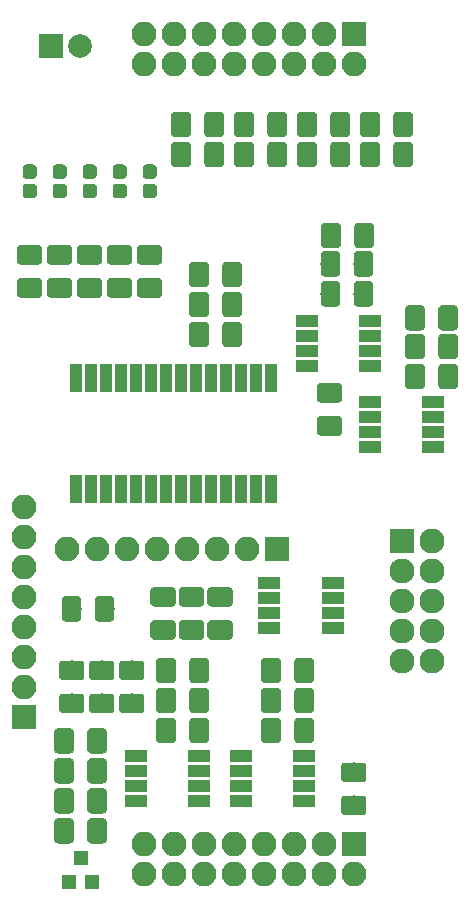
<source format=gbr>
G04 #@! TF.GenerationSoftware,KiCad,Pcbnew,(5.0.0)*
G04 #@! TF.CreationDate,2018-12-13T19:33:25+01:00*
G04 #@! TF.ProjectId,TrackModBusMaster_piggyback,547261636B4D6F644275734D61737465,rev?*
G04 #@! TF.SameCoordinates,Original*
G04 #@! TF.FileFunction,Soldermask,Top*
G04 #@! TF.FilePolarity,Negative*
%FSLAX46Y46*%
G04 Gerber Fmt 4.6, Leading zero omitted, Abs format (unit mm)*
G04 Created by KiCad (PCBNEW (5.0.0)) date 12/13/18 19:33:25*
%MOMM*%
%LPD*%
G01*
G04 APERTURE LIST*
%ADD10O,2.100000X2.100000*%
%ADD11R,2.100000X2.100000*%
%ADD12C,0.100000*%
%ADD13C,1.650000*%
%ADD14R,2.127200X2.127200*%
%ADD15O,2.127200X2.127200*%
%ADD16R,1.200000X1.300000*%
%ADD17R,1.950000X1.000000*%
%ADD18R,1.000000X2.400000*%
%ADD19R,2.000000X2.000000*%
%ADD20C,2.000000*%
%ADD21C,1.200000*%
G04 APERTURE END LIST*
D10*
G04 #@! TO.C,J1*
X116840000Y-48260000D03*
X116840000Y-45720000D03*
X119380000Y-48260000D03*
X119380000Y-45720000D03*
X121920000Y-48260000D03*
X121920000Y-45720000D03*
X124460000Y-48260000D03*
X124460000Y-45720000D03*
X127000000Y-48260000D03*
X127000000Y-45720000D03*
X129540000Y-48260000D03*
X129540000Y-45720000D03*
X132080000Y-48260000D03*
X132080000Y-45720000D03*
X134620000Y-48260000D03*
D11*
X134620000Y-45720000D03*
G04 #@! TD*
D12*
G04 #@! TO.C,C3*
G36*
X140351346Y-71062589D02*
X140383380Y-71067341D01*
X140414794Y-71075210D01*
X140445286Y-71086120D01*
X140474561Y-71099966D01*
X140502338Y-71116615D01*
X140528350Y-71135907D01*
X140552345Y-71157655D01*
X140574093Y-71181650D01*
X140593385Y-71207662D01*
X140610034Y-71235439D01*
X140623880Y-71264714D01*
X140634790Y-71295206D01*
X140642659Y-71326620D01*
X140647411Y-71358654D01*
X140649000Y-71391000D01*
X140649000Y-72881000D01*
X140647411Y-72913346D01*
X140642659Y-72945380D01*
X140634790Y-72976794D01*
X140623880Y-73007286D01*
X140610034Y-73036561D01*
X140593385Y-73064338D01*
X140574093Y-73090350D01*
X140552345Y-73114345D01*
X140528350Y-73136093D01*
X140502338Y-73155385D01*
X140474561Y-73172034D01*
X140445286Y-73185880D01*
X140414794Y-73196790D01*
X140383380Y-73204659D01*
X140351346Y-73209411D01*
X140319000Y-73211000D01*
X139329000Y-73211000D01*
X139296654Y-73209411D01*
X139264620Y-73204659D01*
X139233206Y-73196790D01*
X139202714Y-73185880D01*
X139173439Y-73172034D01*
X139145662Y-73155385D01*
X139119650Y-73136093D01*
X139095655Y-73114345D01*
X139073907Y-73090350D01*
X139054615Y-73064338D01*
X139037966Y-73036561D01*
X139024120Y-73007286D01*
X139013210Y-72976794D01*
X139005341Y-72945380D01*
X139000589Y-72913346D01*
X138999000Y-72881000D01*
X138999000Y-71391000D01*
X139000589Y-71358654D01*
X139005341Y-71326620D01*
X139013210Y-71295206D01*
X139024120Y-71264714D01*
X139037966Y-71235439D01*
X139054615Y-71207662D01*
X139073907Y-71181650D01*
X139095655Y-71157655D01*
X139119650Y-71135907D01*
X139145662Y-71116615D01*
X139173439Y-71099966D01*
X139202714Y-71086120D01*
X139233206Y-71075210D01*
X139264620Y-71067341D01*
X139296654Y-71062589D01*
X139329000Y-71061000D01*
X140319000Y-71061000D01*
X140351346Y-71062589D01*
X140351346Y-71062589D01*
G37*
D13*
X139824000Y-72136000D03*
D12*
G36*
X143151346Y-71062589D02*
X143183380Y-71067341D01*
X143214794Y-71075210D01*
X143245286Y-71086120D01*
X143274561Y-71099966D01*
X143302338Y-71116615D01*
X143328350Y-71135907D01*
X143352345Y-71157655D01*
X143374093Y-71181650D01*
X143393385Y-71207662D01*
X143410034Y-71235439D01*
X143423880Y-71264714D01*
X143434790Y-71295206D01*
X143442659Y-71326620D01*
X143447411Y-71358654D01*
X143449000Y-71391000D01*
X143449000Y-72881000D01*
X143447411Y-72913346D01*
X143442659Y-72945380D01*
X143434790Y-72976794D01*
X143423880Y-73007286D01*
X143410034Y-73036561D01*
X143393385Y-73064338D01*
X143374093Y-73090350D01*
X143352345Y-73114345D01*
X143328350Y-73136093D01*
X143302338Y-73155385D01*
X143274561Y-73172034D01*
X143245286Y-73185880D01*
X143214794Y-73196790D01*
X143183380Y-73204659D01*
X143151346Y-73209411D01*
X143119000Y-73211000D01*
X142129000Y-73211000D01*
X142096654Y-73209411D01*
X142064620Y-73204659D01*
X142033206Y-73196790D01*
X142002714Y-73185880D01*
X141973439Y-73172034D01*
X141945662Y-73155385D01*
X141919650Y-73136093D01*
X141895655Y-73114345D01*
X141873907Y-73090350D01*
X141854615Y-73064338D01*
X141837966Y-73036561D01*
X141824120Y-73007286D01*
X141813210Y-72976794D01*
X141805341Y-72945380D01*
X141800589Y-72913346D01*
X141799000Y-72881000D01*
X141799000Y-71391000D01*
X141800589Y-71358654D01*
X141805341Y-71326620D01*
X141813210Y-71295206D01*
X141824120Y-71264714D01*
X141837966Y-71235439D01*
X141854615Y-71207662D01*
X141873907Y-71181650D01*
X141895655Y-71157655D01*
X141919650Y-71135907D01*
X141945662Y-71116615D01*
X141973439Y-71099966D01*
X142002714Y-71086120D01*
X142033206Y-71075210D01*
X142064620Y-71067341D01*
X142096654Y-71062589D01*
X142129000Y-71061000D01*
X143119000Y-71061000D01*
X143151346Y-71062589D01*
X143151346Y-71062589D01*
G37*
D13*
X142624000Y-72136000D03*
G04 #@! TD*
D12*
G04 #@! TO.C,C6*
G36*
X143151346Y-73602589D02*
X143183380Y-73607341D01*
X143214794Y-73615210D01*
X143245286Y-73626120D01*
X143274561Y-73639966D01*
X143302338Y-73656615D01*
X143328350Y-73675907D01*
X143352345Y-73697655D01*
X143374093Y-73721650D01*
X143393385Y-73747662D01*
X143410034Y-73775439D01*
X143423880Y-73804714D01*
X143434790Y-73835206D01*
X143442659Y-73866620D01*
X143447411Y-73898654D01*
X143449000Y-73931000D01*
X143449000Y-75421000D01*
X143447411Y-75453346D01*
X143442659Y-75485380D01*
X143434790Y-75516794D01*
X143423880Y-75547286D01*
X143410034Y-75576561D01*
X143393385Y-75604338D01*
X143374093Y-75630350D01*
X143352345Y-75654345D01*
X143328350Y-75676093D01*
X143302338Y-75695385D01*
X143274561Y-75712034D01*
X143245286Y-75725880D01*
X143214794Y-75736790D01*
X143183380Y-75744659D01*
X143151346Y-75749411D01*
X143119000Y-75751000D01*
X142129000Y-75751000D01*
X142096654Y-75749411D01*
X142064620Y-75744659D01*
X142033206Y-75736790D01*
X142002714Y-75725880D01*
X141973439Y-75712034D01*
X141945662Y-75695385D01*
X141919650Y-75676093D01*
X141895655Y-75654345D01*
X141873907Y-75630350D01*
X141854615Y-75604338D01*
X141837966Y-75576561D01*
X141824120Y-75547286D01*
X141813210Y-75516794D01*
X141805341Y-75485380D01*
X141800589Y-75453346D01*
X141799000Y-75421000D01*
X141799000Y-73931000D01*
X141800589Y-73898654D01*
X141805341Y-73866620D01*
X141813210Y-73835206D01*
X141824120Y-73804714D01*
X141837966Y-73775439D01*
X141854615Y-73747662D01*
X141873907Y-73721650D01*
X141895655Y-73697655D01*
X141919650Y-73675907D01*
X141945662Y-73656615D01*
X141973439Y-73639966D01*
X142002714Y-73626120D01*
X142033206Y-73615210D01*
X142064620Y-73607341D01*
X142096654Y-73602589D01*
X142129000Y-73601000D01*
X143119000Y-73601000D01*
X143151346Y-73602589D01*
X143151346Y-73602589D01*
G37*
D13*
X142624000Y-74676000D03*
D12*
G36*
X140351346Y-73602589D02*
X140383380Y-73607341D01*
X140414794Y-73615210D01*
X140445286Y-73626120D01*
X140474561Y-73639966D01*
X140502338Y-73656615D01*
X140528350Y-73675907D01*
X140552345Y-73697655D01*
X140574093Y-73721650D01*
X140593385Y-73747662D01*
X140610034Y-73775439D01*
X140623880Y-73804714D01*
X140634790Y-73835206D01*
X140642659Y-73866620D01*
X140647411Y-73898654D01*
X140649000Y-73931000D01*
X140649000Y-75421000D01*
X140647411Y-75453346D01*
X140642659Y-75485380D01*
X140634790Y-75516794D01*
X140623880Y-75547286D01*
X140610034Y-75576561D01*
X140593385Y-75604338D01*
X140574093Y-75630350D01*
X140552345Y-75654345D01*
X140528350Y-75676093D01*
X140502338Y-75695385D01*
X140474561Y-75712034D01*
X140445286Y-75725880D01*
X140414794Y-75736790D01*
X140383380Y-75744659D01*
X140351346Y-75749411D01*
X140319000Y-75751000D01*
X139329000Y-75751000D01*
X139296654Y-75749411D01*
X139264620Y-75744659D01*
X139233206Y-75736790D01*
X139202714Y-75725880D01*
X139173439Y-75712034D01*
X139145662Y-75695385D01*
X139119650Y-75676093D01*
X139095655Y-75654345D01*
X139073907Y-75630350D01*
X139054615Y-75604338D01*
X139037966Y-75576561D01*
X139024120Y-75547286D01*
X139013210Y-75516794D01*
X139005341Y-75485380D01*
X139000589Y-75453346D01*
X138999000Y-75421000D01*
X138999000Y-73931000D01*
X139000589Y-73898654D01*
X139005341Y-73866620D01*
X139013210Y-73835206D01*
X139024120Y-73804714D01*
X139037966Y-73775439D01*
X139054615Y-73747662D01*
X139073907Y-73721650D01*
X139095655Y-73697655D01*
X139119650Y-73675907D01*
X139145662Y-73656615D01*
X139173439Y-73639966D01*
X139202714Y-73626120D01*
X139233206Y-73615210D01*
X139264620Y-73607341D01*
X139296654Y-73602589D01*
X139329000Y-73601000D01*
X140319000Y-73601000D01*
X140351346Y-73602589D01*
X140351346Y-73602589D01*
G37*
D13*
X139824000Y-74676000D03*
G04 #@! TD*
D12*
G04 #@! TO.C,R3*
G36*
X143151346Y-68649589D02*
X143183380Y-68654341D01*
X143214794Y-68662210D01*
X143245286Y-68673120D01*
X143274561Y-68686966D01*
X143302338Y-68703615D01*
X143328350Y-68722907D01*
X143352345Y-68744655D01*
X143374093Y-68768650D01*
X143393385Y-68794662D01*
X143410034Y-68822439D01*
X143423880Y-68851714D01*
X143434790Y-68882206D01*
X143442659Y-68913620D01*
X143447411Y-68945654D01*
X143449000Y-68978000D01*
X143449000Y-70468000D01*
X143447411Y-70500346D01*
X143442659Y-70532380D01*
X143434790Y-70563794D01*
X143423880Y-70594286D01*
X143410034Y-70623561D01*
X143393385Y-70651338D01*
X143374093Y-70677350D01*
X143352345Y-70701345D01*
X143328350Y-70723093D01*
X143302338Y-70742385D01*
X143274561Y-70759034D01*
X143245286Y-70772880D01*
X143214794Y-70783790D01*
X143183380Y-70791659D01*
X143151346Y-70796411D01*
X143119000Y-70798000D01*
X142129000Y-70798000D01*
X142096654Y-70796411D01*
X142064620Y-70791659D01*
X142033206Y-70783790D01*
X142002714Y-70772880D01*
X141973439Y-70759034D01*
X141945662Y-70742385D01*
X141919650Y-70723093D01*
X141895655Y-70701345D01*
X141873907Y-70677350D01*
X141854615Y-70651338D01*
X141837966Y-70623561D01*
X141824120Y-70594286D01*
X141813210Y-70563794D01*
X141805341Y-70532380D01*
X141800589Y-70500346D01*
X141799000Y-70468000D01*
X141799000Y-68978000D01*
X141800589Y-68945654D01*
X141805341Y-68913620D01*
X141813210Y-68882206D01*
X141824120Y-68851714D01*
X141837966Y-68822439D01*
X141854615Y-68794662D01*
X141873907Y-68768650D01*
X141895655Y-68744655D01*
X141919650Y-68722907D01*
X141945662Y-68703615D01*
X141973439Y-68686966D01*
X142002714Y-68673120D01*
X142033206Y-68662210D01*
X142064620Y-68654341D01*
X142096654Y-68649589D01*
X142129000Y-68648000D01*
X143119000Y-68648000D01*
X143151346Y-68649589D01*
X143151346Y-68649589D01*
G37*
D13*
X142624000Y-69723000D03*
D12*
G36*
X140351346Y-68649589D02*
X140383380Y-68654341D01*
X140414794Y-68662210D01*
X140445286Y-68673120D01*
X140474561Y-68686966D01*
X140502338Y-68703615D01*
X140528350Y-68722907D01*
X140552345Y-68744655D01*
X140574093Y-68768650D01*
X140593385Y-68794662D01*
X140610034Y-68822439D01*
X140623880Y-68851714D01*
X140634790Y-68882206D01*
X140642659Y-68913620D01*
X140647411Y-68945654D01*
X140649000Y-68978000D01*
X140649000Y-70468000D01*
X140647411Y-70500346D01*
X140642659Y-70532380D01*
X140634790Y-70563794D01*
X140623880Y-70594286D01*
X140610034Y-70623561D01*
X140593385Y-70651338D01*
X140574093Y-70677350D01*
X140552345Y-70701345D01*
X140528350Y-70723093D01*
X140502338Y-70742385D01*
X140474561Y-70759034D01*
X140445286Y-70772880D01*
X140414794Y-70783790D01*
X140383380Y-70791659D01*
X140351346Y-70796411D01*
X140319000Y-70798000D01*
X139329000Y-70798000D01*
X139296654Y-70796411D01*
X139264620Y-70791659D01*
X139233206Y-70783790D01*
X139202714Y-70772880D01*
X139173439Y-70759034D01*
X139145662Y-70742385D01*
X139119650Y-70723093D01*
X139095655Y-70701345D01*
X139073907Y-70677350D01*
X139054615Y-70651338D01*
X139037966Y-70623561D01*
X139024120Y-70594286D01*
X139013210Y-70563794D01*
X139005341Y-70532380D01*
X139000589Y-70500346D01*
X138999000Y-70468000D01*
X138999000Y-68978000D01*
X139000589Y-68945654D01*
X139005341Y-68913620D01*
X139013210Y-68882206D01*
X139024120Y-68851714D01*
X139037966Y-68822439D01*
X139054615Y-68794662D01*
X139073907Y-68768650D01*
X139095655Y-68744655D01*
X139119650Y-68722907D01*
X139145662Y-68703615D01*
X139173439Y-68686966D01*
X139202714Y-68673120D01*
X139233206Y-68662210D01*
X139264620Y-68654341D01*
X139296654Y-68649589D01*
X139329000Y-68648000D01*
X140319000Y-68648000D01*
X140351346Y-68649589D01*
X140351346Y-68649589D01*
G37*
D13*
X139824000Y-69723000D03*
G04 #@! TD*
D12*
G04 #@! TO.C,R15*
G36*
X110505346Y-63562589D02*
X110537380Y-63567341D01*
X110568794Y-63575210D01*
X110599286Y-63586120D01*
X110628561Y-63599966D01*
X110656338Y-63616615D01*
X110682350Y-63635907D01*
X110706345Y-63657655D01*
X110728093Y-63681650D01*
X110747385Y-63707662D01*
X110764034Y-63735439D01*
X110777880Y-63764714D01*
X110788790Y-63795206D01*
X110796659Y-63826620D01*
X110801411Y-63858654D01*
X110803000Y-63891000D01*
X110803000Y-64881000D01*
X110801411Y-64913346D01*
X110796659Y-64945380D01*
X110788790Y-64976794D01*
X110777880Y-65007286D01*
X110764034Y-65036561D01*
X110747385Y-65064338D01*
X110728093Y-65090350D01*
X110706345Y-65114345D01*
X110682350Y-65136093D01*
X110656338Y-65155385D01*
X110628561Y-65172034D01*
X110599286Y-65185880D01*
X110568794Y-65196790D01*
X110537380Y-65204659D01*
X110505346Y-65209411D01*
X110473000Y-65211000D01*
X108983000Y-65211000D01*
X108950654Y-65209411D01*
X108918620Y-65204659D01*
X108887206Y-65196790D01*
X108856714Y-65185880D01*
X108827439Y-65172034D01*
X108799662Y-65155385D01*
X108773650Y-65136093D01*
X108749655Y-65114345D01*
X108727907Y-65090350D01*
X108708615Y-65064338D01*
X108691966Y-65036561D01*
X108678120Y-65007286D01*
X108667210Y-64976794D01*
X108659341Y-64945380D01*
X108654589Y-64913346D01*
X108653000Y-64881000D01*
X108653000Y-63891000D01*
X108654589Y-63858654D01*
X108659341Y-63826620D01*
X108667210Y-63795206D01*
X108678120Y-63764714D01*
X108691966Y-63735439D01*
X108708615Y-63707662D01*
X108727907Y-63681650D01*
X108749655Y-63657655D01*
X108773650Y-63635907D01*
X108799662Y-63616615D01*
X108827439Y-63599966D01*
X108856714Y-63586120D01*
X108887206Y-63575210D01*
X108918620Y-63567341D01*
X108950654Y-63562589D01*
X108983000Y-63561000D01*
X110473000Y-63561000D01*
X110505346Y-63562589D01*
X110505346Y-63562589D01*
G37*
D13*
X109728000Y-64386000D03*
D12*
G36*
X110505346Y-66362589D02*
X110537380Y-66367341D01*
X110568794Y-66375210D01*
X110599286Y-66386120D01*
X110628561Y-66399966D01*
X110656338Y-66416615D01*
X110682350Y-66435907D01*
X110706345Y-66457655D01*
X110728093Y-66481650D01*
X110747385Y-66507662D01*
X110764034Y-66535439D01*
X110777880Y-66564714D01*
X110788790Y-66595206D01*
X110796659Y-66626620D01*
X110801411Y-66658654D01*
X110803000Y-66691000D01*
X110803000Y-67681000D01*
X110801411Y-67713346D01*
X110796659Y-67745380D01*
X110788790Y-67776794D01*
X110777880Y-67807286D01*
X110764034Y-67836561D01*
X110747385Y-67864338D01*
X110728093Y-67890350D01*
X110706345Y-67914345D01*
X110682350Y-67936093D01*
X110656338Y-67955385D01*
X110628561Y-67972034D01*
X110599286Y-67985880D01*
X110568794Y-67996790D01*
X110537380Y-68004659D01*
X110505346Y-68009411D01*
X110473000Y-68011000D01*
X108983000Y-68011000D01*
X108950654Y-68009411D01*
X108918620Y-68004659D01*
X108887206Y-67996790D01*
X108856714Y-67985880D01*
X108827439Y-67972034D01*
X108799662Y-67955385D01*
X108773650Y-67936093D01*
X108749655Y-67914345D01*
X108727907Y-67890350D01*
X108708615Y-67864338D01*
X108691966Y-67836561D01*
X108678120Y-67807286D01*
X108667210Y-67776794D01*
X108659341Y-67745380D01*
X108654589Y-67713346D01*
X108653000Y-67681000D01*
X108653000Y-66691000D01*
X108654589Y-66658654D01*
X108659341Y-66626620D01*
X108667210Y-66595206D01*
X108678120Y-66564714D01*
X108691966Y-66535439D01*
X108708615Y-66507662D01*
X108727907Y-66481650D01*
X108749655Y-66457655D01*
X108773650Y-66435907D01*
X108799662Y-66416615D01*
X108827439Y-66399966D01*
X108856714Y-66386120D01*
X108887206Y-66375210D01*
X108918620Y-66367341D01*
X108950654Y-66362589D01*
X108983000Y-66361000D01*
X110473000Y-66361000D01*
X110505346Y-66362589D01*
X110505346Y-66362589D01*
G37*
D13*
X109728000Y-67186000D03*
G04 #@! TD*
D12*
G04 #@! TO.C,R18*
G36*
X118125346Y-66362589D02*
X118157380Y-66367341D01*
X118188794Y-66375210D01*
X118219286Y-66386120D01*
X118248561Y-66399966D01*
X118276338Y-66416615D01*
X118302350Y-66435907D01*
X118326345Y-66457655D01*
X118348093Y-66481650D01*
X118367385Y-66507662D01*
X118384034Y-66535439D01*
X118397880Y-66564714D01*
X118408790Y-66595206D01*
X118416659Y-66626620D01*
X118421411Y-66658654D01*
X118423000Y-66691000D01*
X118423000Y-67681000D01*
X118421411Y-67713346D01*
X118416659Y-67745380D01*
X118408790Y-67776794D01*
X118397880Y-67807286D01*
X118384034Y-67836561D01*
X118367385Y-67864338D01*
X118348093Y-67890350D01*
X118326345Y-67914345D01*
X118302350Y-67936093D01*
X118276338Y-67955385D01*
X118248561Y-67972034D01*
X118219286Y-67985880D01*
X118188794Y-67996790D01*
X118157380Y-68004659D01*
X118125346Y-68009411D01*
X118093000Y-68011000D01*
X116603000Y-68011000D01*
X116570654Y-68009411D01*
X116538620Y-68004659D01*
X116507206Y-67996790D01*
X116476714Y-67985880D01*
X116447439Y-67972034D01*
X116419662Y-67955385D01*
X116393650Y-67936093D01*
X116369655Y-67914345D01*
X116347907Y-67890350D01*
X116328615Y-67864338D01*
X116311966Y-67836561D01*
X116298120Y-67807286D01*
X116287210Y-67776794D01*
X116279341Y-67745380D01*
X116274589Y-67713346D01*
X116273000Y-67681000D01*
X116273000Y-66691000D01*
X116274589Y-66658654D01*
X116279341Y-66626620D01*
X116287210Y-66595206D01*
X116298120Y-66564714D01*
X116311966Y-66535439D01*
X116328615Y-66507662D01*
X116347907Y-66481650D01*
X116369655Y-66457655D01*
X116393650Y-66435907D01*
X116419662Y-66416615D01*
X116447439Y-66399966D01*
X116476714Y-66386120D01*
X116507206Y-66375210D01*
X116538620Y-66367341D01*
X116570654Y-66362589D01*
X116603000Y-66361000D01*
X118093000Y-66361000D01*
X118125346Y-66362589D01*
X118125346Y-66362589D01*
G37*
D13*
X117348000Y-67186000D03*
D12*
G36*
X118125346Y-63562589D02*
X118157380Y-63567341D01*
X118188794Y-63575210D01*
X118219286Y-63586120D01*
X118248561Y-63599966D01*
X118276338Y-63616615D01*
X118302350Y-63635907D01*
X118326345Y-63657655D01*
X118348093Y-63681650D01*
X118367385Y-63707662D01*
X118384034Y-63735439D01*
X118397880Y-63764714D01*
X118408790Y-63795206D01*
X118416659Y-63826620D01*
X118421411Y-63858654D01*
X118423000Y-63891000D01*
X118423000Y-64881000D01*
X118421411Y-64913346D01*
X118416659Y-64945380D01*
X118408790Y-64976794D01*
X118397880Y-65007286D01*
X118384034Y-65036561D01*
X118367385Y-65064338D01*
X118348093Y-65090350D01*
X118326345Y-65114345D01*
X118302350Y-65136093D01*
X118276338Y-65155385D01*
X118248561Y-65172034D01*
X118219286Y-65185880D01*
X118188794Y-65196790D01*
X118157380Y-65204659D01*
X118125346Y-65209411D01*
X118093000Y-65211000D01*
X116603000Y-65211000D01*
X116570654Y-65209411D01*
X116538620Y-65204659D01*
X116507206Y-65196790D01*
X116476714Y-65185880D01*
X116447439Y-65172034D01*
X116419662Y-65155385D01*
X116393650Y-65136093D01*
X116369655Y-65114345D01*
X116347907Y-65090350D01*
X116328615Y-65064338D01*
X116311966Y-65036561D01*
X116298120Y-65007286D01*
X116287210Y-64976794D01*
X116279341Y-64945380D01*
X116274589Y-64913346D01*
X116273000Y-64881000D01*
X116273000Y-63891000D01*
X116274589Y-63858654D01*
X116279341Y-63826620D01*
X116287210Y-63795206D01*
X116298120Y-63764714D01*
X116311966Y-63735439D01*
X116328615Y-63707662D01*
X116347907Y-63681650D01*
X116369655Y-63657655D01*
X116393650Y-63635907D01*
X116419662Y-63616615D01*
X116447439Y-63599966D01*
X116476714Y-63586120D01*
X116507206Y-63575210D01*
X116538620Y-63567341D01*
X116570654Y-63562589D01*
X116603000Y-63561000D01*
X118093000Y-63561000D01*
X118125346Y-63562589D01*
X118125346Y-63562589D01*
G37*
D13*
X117348000Y-64386000D03*
G04 #@! TD*
D12*
G04 #@! TO.C,R14*
G36*
X107965346Y-63562589D02*
X107997380Y-63567341D01*
X108028794Y-63575210D01*
X108059286Y-63586120D01*
X108088561Y-63599966D01*
X108116338Y-63616615D01*
X108142350Y-63635907D01*
X108166345Y-63657655D01*
X108188093Y-63681650D01*
X108207385Y-63707662D01*
X108224034Y-63735439D01*
X108237880Y-63764714D01*
X108248790Y-63795206D01*
X108256659Y-63826620D01*
X108261411Y-63858654D01*
X108263000Y-63891000D01*
X108263000Y-64881000D01*
X108261411Y-64913346D01*
X108256659Y-64945380D01*
X108248790Y-64976794D01*
X108237880Y-65007286D01*
X108224034Y-65036561D01*
X108207385Y-65064338D01*
X108188093Y-65090350D01*
X108166345Y-65114345D01*
X108142350Y-65136093D01*
X108116338Y-65155385D01*
X108088561Y-65172034D01*
X108059286Y-65185880D01*
X108028794Y-65196790D01*
X107997380Y-65204659D01*
X107965346Y-65209411D01*
X107933000Y-65211000D01*
X106443000Y-65211000D01*
X106410654Y-65209411D01*
X106378620Y-65204659D01*
X106347206Y-65196790D01*
X106316714Y-65185880D01*
X106287439Y-65172034D01*
X106259662Y-65155385D01*
X106233650Y-65136093D01*
X106209655Y-65114345D01*
X106187907Y-65090350D01*
X106168615Y-65064338D01*
X106151966Y-65036561D01*
X106138120Y-65007286D01*
X106127210Y-64976794D01*
X106119341Y-64945380D01*
X106114589Y-64913346D01*
X106113000Y-64881000D01*
X106113000Y-63891000D01*
X106114589Y-63858654D01*
X106119341Y-63826620D01*
X106127210Y-63795206D01*
X106138120Y-63764714D01*
X106151966Y-63735439D01*
X106168615Y-63707662D01*
X106187907Y-63681650D01*
X106209655Y-63657655D01*
X106233650Y-63635907D01*
X106259662Y-63616615D01*
X106287439Y-63599966D01*
X106316714Y-63586120D01*
X106347206Y-63575210D01*
X106378620Y-63567341D01*
X106410654Y-63562589D01*
X106443000Y-63561000D01*
X107933000Y-63561000D01*
X107965346Y-63562589D01*
X107965346Y-63562589D01*
G37*
D13*
X107188000Y-64386000D03*
D12*
G36*
X107965346Y-66362589D02*
X107997380Y-66367341D01*
X108028794Y-66375210D01*
X108059286Y-66386120D01*
X108088561Y-66399966D01*
X108116338Y-66416615D01*
X108142350Y-66435907D01*
X108166345Y-66457655D01*
X108188093Y-66481650D01*
X108207385Y-66507662D01*
X108224034Y-66535439D01*
X108237880Y-66564714D01*
X108248790Y-66595206D01*
X108256659Y-66626620D01*
X108261411Y-66658654D01*
X108263000Y-66691000D01*
X108263000Y-67681000D01*
X108261411Y-67713346D01*
X108256659Y-67745380D01*
X108248790Y-67776794D01*
X108237880Y-67807286D01*
X108224034Y-67836561D01*
X108207385Y-67864338D01*
X108188093Y-67890350D01*
X108166345Y-67914345D01*
X108142350Y-67936093D01*
X108116338Y-67955385D01*
X108088561Y-67972034D01*
X108059286Y-67985880D01*
X108028794Y-67996790D01*
X107997380Y-68004659D01*
X107965346Y-68009411D01*
X107933000Y-68011000D01*
X106443000Y-68011000D01*
X106410654Y-68009411D01*
X106378620Y-68004659D01*
X106347206Y-67996790D01*
X106316714Y-67985880D01*
X106287439Y-67972034D01*
X106259662Y-67955385D01*
X106233650Y-67936093D01*
X106209655Y-67914345D01*
X106187907Y-67890350D01*
X106168615Y-67864338D01*
X106151966Y-67836561D01*
X106138120Y-67807286D01*
X106127210Y-67776794D01*
X106119341Y-67745380D01*
X106114589Y-67713346D01*
X106113000Y-67681000D01*
X106113000Y-66691000D01*
X106114589Y-66658654D01*
X106119341Y-66626620D01*
X106127210Y-66595206D01*
X106138120Y-66564714D01*
X106151966Y-66535439D01*
X106168615Y-66507662D01*
X106187907Y-66481650D01*
X106209655Y-66457655D01*
X106233650Y-66435907D01*
X106259662Y-66416615D01*
X106287439Y-66399966D01*
X106316714Y-66386120D01*
X106347206Y-66375210D01*
X106378620Y-66367341D01*
X106410654Y-66362589D01*
X106443000Y-66361000D01*
X107933000Y-66361000D01*
X107965346Y-66362589D01*
X107965346Y-66362589D01*
G37*
D13*
X107188000Y-67186000D03*
G04 #@! TD*
D12*
G04 #@! TO.C,R17*
G36*
X115585346Y-66362589D02*
X115617380Y-66367341D01*
X115648794Y-66375210D01*
X115679286Y-66386120D01*
X115708561Y-66399966D01*
X115736338Y-66416615D01*
X115762350Y-66435907D01*
X115786345Y-66457655D01*
X115808093Y-66481650D01*
X115827385Y-66507662D01*
X115844034Y-66535439D01*
X115857880Y-66564714D01*
X115868790Y-66595206D01*
X115876659Y-66626620D01*
X115881411Y-66658654D01*
X115883000Y-66691000D01*
X115883000Y-67681000D01*
X115881411Y-67713346D01*
X115876659Y-67745380D01*
X115868790Y-67776794D01*
X115857880Y-67807286D01*
X115844034Y-67836561D01*
X115827385Y-67864338D01*
X115808093Y-67890350D01*
X115786345Y-67914345D01*
X115762350Y-67936093D01*
X115736338Y-67955385D01*
X115708561Y-67972034D01*
X115679286Y-67985880D01*
X115648794Y-67996790D01*
X115617380Y-68004659D01*
X115585346Y-68009411D01*
X115553000Y-68011000D01*
X114063000Y-68011000D01*
X114030654Y-68009411D01*
X113998620Y-68004659D01*
X113967206Y-67996790D01*
X113936714Y-67985880D01*
X113907439Y-67972034D01*
X113879662Y-67955385D01*
X113853650Y-67936093D01*
X113829655Y-67914345D01*
X113807907Y-67890350D01*
X113788615Y-67864338D01*
X113771966Y-67836561D01*
X113758120Y-67807286D01*
X113747210Y-67776794D01*
X113739341Y-67745380D01*
X113734589Y-67713346D01*
X113733000Y-67681000D01*
X113733000Y-66691000D01*
X113734589Y-66658654D01*
X113739341Y-66626620D01*
X113747210Y-66595206D01*
X113758120Y-66564714D01*
X113771966Y-66535439D01*
X113788615Y-66507662D01*
X113807907Y-66481650D01*
X113829655Y-66457655D01*
X113853650Y-66435907D01*
X113879662Y-66416615D01*
X113907439Y-66399966D01*
X113936714Y-66386120D01*
X113967206Y-66375210D01*
X113998620Y-66367341D01*
X114030654Y-66362589D01*
X114063000Y-66361000D01*
X115553000Y-66361000D01*
X115585346Y-66362589D01*
X115585346Y-66362589D01*
G37*
D13*
X114808000Y-67186000D03*
D12*
G36*
X115585346Y-63562589D02*
X115617380Y-63567341D01*
X115648794Y-63575210D01*
X115679286Y-63586120D01*
X115708561Y-63599966D01*
X115736338Y-63616615D01*
X115762350Y-63635907D01*
X115786345Y-63657655D01*
X115808093Y-63681650D01*
X115827385Y-63707662D01*
X115844034Y-63735439D01*
X115857880Y-63764714D01*
X115868790Y-63795206D01*
X115876659Y-63826620D01*
X115881411Y-63858654D01*
X115883000Y-63891000D01*
X115883000Y-64881000D01*
X115881411Y-64913346D01*
X115876659Y-64945380D01*
X115868790Y-64976794D01*
X115857880Y-65007286D01*
X115844034Y-65036561D01*
X115827385Y-65064338D01*
X115808093Y-65090350D01*
X115786345Y-65114345D01*
X115762350Y-65136093D01*
X115736338Y-65155385D01*
X115708561Y-65172034D01*
X115679286Y-65185880D01*
X115648794Y-65196790D01*
X115617380Y-65204659D01*
X115585346Y-65209411D01*
X115553000Y-65211000D01*
X114063000Y-65211000D01*
X114030654Y-65209411D01*
X113998620Y-65204659D01*
X113967206Y-65196790D01*
X113936714Y-65185880D01*
X113907439Y-65172034D01*
X113879662Y-65155385D01*
X113853650Y-65136093D01*
X113829655Y-65114345D01*
X113807907Y-65090350D01*
X113788615Y-65064338D01*
X113771966Y-65036561D01*
X113758120Y-65007286D01*
X113747210Y-64976794D01*
X113739341Y-64945380D01*
X113734589Y-64913346D01*
X113733000Y-64881000D01*
X113733000Y-63891000D01*
X113734589Y-63858654D01*
X113739341Y-63826620D01*
X113747210Y-63795206D01*
X113758120Y-63764714D01*
X113771966Y-63735439D01*
X113788615Y-63707662D01*
X113807907Y-63681650D01*
X113829655Y-63657655D01*
X113853650Y-63635907D01*
X113879662Y-63616615D01*
X113907439Y-63599966D01*
X113936714Y-63586120D01*
X113967206Y-63575210D01*
X113998620Y-63567341D01*
X114030654Y-63562589D01*
X114063000Y-63561000D01*
X115553000Y-63561000D01*
X115585346Y-63562589D01*
X115585346Y-63562589D01*
G37*
D13*
X114808000Y-64386000D03*
G04 #@! TD*
D12*
G04 #@! TO.C,R16*
G36*
X113045346Y-63562589D02*
X113077380Y-63567341D01*
X113108794Y-63575210D01*
X113139286Y-63586120D01*
X113168561Y-63599966D01*
X113196338Y-63616615D01*
X113222350Y-63635907D01*
X113246345Y-63657655D01*
X113268093Y-63681650D01*
X113287385Y-63707662D01*
X113304034Y-63735439D01*
X113317880Y-63764714D01*
X113328790Y-63795206D01*
X113336659Y-63826620D01*
X113341411Y-63858654D01*
X113343000Y-63891000D01*
X113343000Y-64881000D01*
X113341411Y-64913346D01*
X113336659Y-64945380D01*
X113328790Y-64976794D01*
X113317880Y-65007286D01*
X113304034Y-65036561D01*
X113287385Y-65064338D01*
X113268093Y-65090350D01*
X113246345Y-65114345D01*
X113222350Y-65136093D01*
X113196338Y-65155385D01*
X113168561Y-65172034D01*
X113139286Y-65185880D01*
X113108794Y-65196790D01*
X113077380Y-65204659D01*
X113045346Y-65209411D01*
X113013000Y-65211000D01*
X111523000Y-65211000D01*
X111490654Y-65209411D01*
X111458620Y-65204659D01*
X111427206Y-65196790D01*
X111396714Y-65185880D01*
X111367439Y-65172034D01*
X111339662Y-65155385D01*
X111313650Y-65136093D01*
X111289655Y-65114345D01*
X111267907Y-65090350D01*
X111248615Y-65064338D01*
X111231966Y-65036561D01*
X111218120Y-65007286D01*
X111207210Y-64976794D01*
X111199341Y-64945380D01*
X111194589Y-64913346D01*
X111193000Y-64881000D01*
X111193000Y-63891000D01*
X111194589Y-63858654D01*
X111199341Y-63826620D01*
X111207210Y-63795206D01*
X111218120Y-63764714D01*
X111231966Y-63735439D01*
X111248615Y-63707662D01*
X111267907Y-63681650D01*
X111289655Y-63657655D01*
X111313650Y-63635907D01*
X111339662Y-63616615D01*
X111367439Y-63599966D01*
X111396714Y-63586120D01*
X111427206Y-63575210D01*
X111458620Y-63567341D01*
X111490654Y-63562589D01*
X111523000Y-63561000D01*
X113013000Y-63561000D01*
X113045346Y-63562589D01*
X113045346Y-63562589D01*
G37*
D13*
X112268000Y-64386000D03*
D12*
G36*
X113045346Y-66362589D02*
X113077380Y-66367341D01*
X113108794Y-66375210D01*
X113139286Y-66386120D01*
X113168561Y-66399966D01*
X113196338Y-66416615D01*
X113222350Y-66435907D01*
X113246345Y-66457655D01*
X113268093Y-66481650D01*
X113287385Y-66507662D01*
X113304034Y-66535439D01*
X113317880Y-66564714D01*
X113328790Y-66595206D01*
X113336659Y-66626620D01*
X113341411Y-66658654D01*
X113343000Y-66691000D01*
X113343000Y-67681000D01*
X113341411Y-67713346D01*
X113336659Y-67745380D01*
X113328790Y-67776794D01*
X113317880Y-67807286D01*
X113304034Y-67836561D01*
X113287385Y-67864338D01*
X113268093Y-67890350D01*
X113246345Y-67914345D01*
X113222350Y-67936093D01*
X113196338Y-67955385D01*
X113168561Y-67972034D01*
X113139286Y-67985880D01*
X113108794Y-67996790D01*
X113077380Y-68004659D01*
X113045346Y-68009411D01*
X113013000Y-68011000D01*
X111523000Y-68011000D01*
X111490654Y-68009411D01*
X111458620Y-68004659D01*
X111427206Y-67996790D01*
X111396714Y-67985880D01*
X111367439Y-67972034D01*
X111339662Y-67955385D01*
X111313650Y-67936093D01*
X111289655Y-67914345D01*
X111267907Y-67890350D01*
X111248615Y-67864338D01*
X111231966Y-67836561D01*
X111218120Y-67807286D01*
X111207210Y-67776794D01*
X111199341Y-67745380D01*
X111194589Y-67713346D01*
X111193000Y-67681000D01*
X111193000Y-66691000D01*
X111194589Y-66658654D01*
X111199341Y-66626620D01*
X111207210Y-66595206D01*
X111218120Y-66564714D01*
X111231966Y-66535439D01*
X111248615Y-66507662D01*
X111267907Y-66481650D01*
X111289655Y-66457655D01*
X111313650Y-66435907D01*
X111339662Y-66416615D01*
X111367439Y-66399966D01*
X111396714Y-66386120D01*
X111427206Y-66375210D01*
X111458620Y-66367341D01*
X111490654Y-66362589D01*
X111523000Y-66361000D01*
X113013000Y-66361000D01*
X113045346Y-66362589D01*
X113045346Y-66362589D01*
G37*
D13*
X112268000Y-67186000D03*
G04 #@! TD*
D12*
G04 #@! TO.C,C1*
G36*
X122069346Y-101034589D02*
X122101380Y-101039341D01*
X122132794Y-101047210D01*
X122163286Y-101058120D01*
X122192561Y-101071966D01*
X122220338Y-101088615D01*
X122246350Y-101107907D01*
X122270345Y-101129655D01*
X122292093Y-101153650D01*
X122311385Y-101179662D01*
X122328034Y-101207439D01*
X122341880Y-101236714D01*
X122352790Y-101267206D01*
X122360659Y-101298620D01*
X122365411Y-101330654D01*
X122367000Y-101363000D01*
X122367000Y-102853000D01*
X122365411Y-102885346D01*
X122360659Y-102917380D01*
X122352790Y-102948794D01*
X122341880Y-102979286D01*
X122328034Y-103008561D01*
X122311385Y-103036338D01*
X122292093Y-103062350D01*
X122270345Y-103086345D01*
X122246350Y-103108093D01*
X122220338Y-103127385D01*
X122192561Y-103144034D01*
X122163286Y-103157880D01*
X122132794Y-103168790D01*
X122101380Y-103176659D01*
X122069346Y-103181411D01*
X122037000Y-103183000D01*
X121047000Y-103183000D01*
X121014654Y-103181411D01*
X120982620Y-103176659D01*
X120951206Y-103168790D01*
X120920714Y-103157880D01*
X120891439Y-103144034D01*
X120863662Y-103127385D01*
X120837650Y-103108093D01*
X120813655Y-103086345D01*
X120791907Y-103062350D01*
X120772615Y-103036338D01*
X120755966Y-103008561D01*
X120742120Y-102979286D01*
X120731210Y-102948794D01*
X120723341Y-102917380D01*
X120718589Y-102885346D01*
X120717000Y-102853000D01*
X120717000Y-101363000D01*
X120718589Y-101330654D01*
X120723341Y-101298620D01*
X120731210Y-101267206D01*
X120742120Y-101236714D01*
X120755966Y-101207439D01*
X120772615Y-101179662D01*
X120791907Y-101153650D01*
X120813655Y-101129655D01*
X120837650Y-101107907D01*
X120863662Y-101088615D01*
X120891439Y-101071966D01*
X120920714Y-101058120D01*
X120951206Y-101047210D01*
X120982620Y-101039341D01*
X121014654Y-101034589D01*
X121047000Y-101033000D01*
X122037000Y-101033000D01*
X122069346Y-101034589D01*
X122069346Y-101034589D01*
G37*
D13*
X121542000Y-102108000D03*
D12*
G36*
X119269346Y-101034589D02*
X119301380Y-101039341D01*
X119332794Y-101047210D01*
X119363286Y-101058120D01*
X119392561Y-101071966D01*
X119420338Y-101088615D01*
X119446350Y-101107907D01*
X119470345Y-101129655D01*
X119492093Y-101153650D01*
X119511385Y-101179662D01*
X119528034Y-101207439D01*
X119541880Y-101236714D01*
X119552790Y-101267206D01*
X119560659Y-101298620D01*
X119565411Y-101330654D01*
X119567000Y-101363000D01*
X119567000Y-102853000D01*
X119565411Y-102885346D01*
X119560659Y-102917380D01*
X119552790Y-102948794D01*
X119541880Y-102979286D01*
X119528034Y-103008561D01*
X119511385Y-103036338D01*
X119492093Y-103062350D01*
X119470345Y-103086345D01*
X119446350Y-103108093D01*
X119420338Y-103127385D01*
X119392561Y-103144034D01*
X119363286Y-103157880D01*
X119332794Y-103168790D01*
X119301380Y-103176659D01*
X119269346Y-103181411D01*
X119237000Y-103183000D01*
X118247000Y-103183000D01*
X118214654Y-103181411D01*
X118182620Y-103176659D01*
X118151206Y-103168790D01*
X118120714Y-103157880D01*
X118091439Y-103144034D01*
X118063662Y-103127385D01*
X118037650Y-103108093D01*
X118013655Y-103086345D01*
X117991907Y-103062350D01*
X117972615Y-103036338D01*
X117955966Y-103008561D01*
X117942120Y-102979286D01*
X117931210Y-102948794D01*
X117923341Y-102917380D01*
X117918589Y-102885346D01*
X117917000Y-102853000D01*
X117917000Y-101363000D01*
X117918589Y-101330654D01*
X117923341Y-101298620D01*
X117931210Y-101267206D01*
X117942120Y-101236714D01*
X117955966Y-101207439D01*
X117972615Y-101179662D01*
X117991907Y-101153650D01*
X118013655Y-101129655D01*
X118037650Y-101107907D01*
X118063662Y-101088615D01*
X118091439Y-101071966D01*
X118120714Y-101058120D01*
X118151206Y-101047210D01*
X118182620Y-101039341D01*
X118214654Y-101034589D01*
X118247000Y-101033000D01*
X119237000Y-101033000D01*
X119269346Y-101034589D01*
X119269346Y-101034589D01*
G37*
D13*
X118742000Y-102108000D03*
G04 #@! TD*
D12*
G04 #@! TO.C,C2*
G36*
X133173346Y-66617589D02*
X133205380Y-66622341D01*
X133236794Y-66630210D01*
X133267286Y-66641120D01*
X133296561Y-66654966D01*
X133324338Y-66671615D01*
X133350350Y-66690907D01*
X133374345Y-66712655D01*
X133396093Y-66736650D01*
X133415385Y-66762662D01*
X133432034Y-66790439D01*
X133445880Y-66819714D01*
X133456790Y-66850206D01*
X133464659Y-66881620D01*
X133469411Y-66913654D01*
X133471000Y-66946000D01*
X133471000Y-68436000D01*
X133469411Y-68468346D01*
X133464659Y-68500380D01*
X133456790Y-68531794D01*
X133445880Y-68562286D01*
X133432034Y-68591561D01*
X133415385Y-68619338D01*
X133396093Y-68645350D01*
X133374345Y-68669345D01*
X133350350Y-68691093D01*
X133324338Y-68710385D01*
X133296561Y-68727034D01*
X133267286Y-68740880D01*
X133236794Y-68751790D01*
X133205380Y-68759659D01*
X133173346Y-68764411D01*
X133141000Y-68766000D01*
X132151000Y-68766000D01*
X132118654Y-68764411D01*
X132086620Y-68759659D01*
X132055206Y-68751790D01*
X132024714Y-68740880D01*
X131995439Y-68727034D01*
X131967662Y-68710385D01*
X131941650Y-68691093D01*
X131917655Y-68669345D01*
X131895907Y-68645350D01*
X131876615Y-68619338D01*
X131859966Y-68591561D01*
X131846120Y-68562286D01*
X131835210Y-68531794D01*
X131827341Y-68500380D01*
X131822589Y-68468346D01*
X131821000Y-68436000D01*
X131821000Y-66946000D01*
X131822589Y-66913654D01*
X131827341Y-66881620D01*
X131835210Y-66850206D01*
X131846120Y-66819714D01*
X131859966Y-66790439D01*
X131876615Y-66762662D01*
X131895907Y-66736650D01*
X131917655Y-66712655D01*
X131941650Y-66690907D01*
X131967662Y-66671615D01*
X131995439Y-66654966D01*
X132024714Y-66641120D01*
X132055206Y-66630210D01*
X132086620Y-66622341D01*
X132118654Y-66617589D01*
X132151000Y-66616000D01*
X133141000Y-66616000D01*
X133173346Y-66617589D01*
X133173346Y-66617589D01*
G37*
D13*
X132646000Y-67691000D03*
D12*
G36*
X135973346Y-66617589D02*
X136005380Y-66622341D01*
X136036794Y-66630210D01*
X136067286Y-66641120D01*
X136096561Y-66654966D01*
X136124338Y-66671615D01*
X136150350Y-66690907D01*
X136174345Y-66712655D01*
X136196093Y-66736650D01*
X136215385Y-66762662D01*
X136232034Y-66790439D01*
X136245880Y-66819714D01*
X136256790Y-66850206D01*
X136264659Y-66881620D01*
X136269411Y-66913654D01*
X136271000Y-66946000D01*
X136271000Y-68436000D01*
X136269411Y-68468346D01*
X136264659Y-68500380D01*
X136256790Y-68531794D01*
X136245880Y-68562286D01*
X136232034Y-68591561D01*
X136215385Y-68619338D01*
X136196093Y-68645350D01*
X136174345Y-68669345D01*
X136150350Y-68691093D01*
X136124338Y-68710385D01*
X136096561Y-68727034D01*
X136067286Y-68740880D01*
X136036794Y-68751790D01*
X136005380Y-68759659D01*
X135973346Y-68764411D01*
X135941000Y-68766000D01*
X134951000Y-68766000D01*
X134918654Y-68764411D01*
X134886620Y-68759659D01*
X134855206Y-68751790D01*
X134824714Y-68740880D01*
X134795439Y-68727034D01*
X134767662Y-68710385D01*
X134741650Y-68691093D01*
X134717655Y-68669345D01*
X134695907Y-68645350D01*
X134676615Y-68619338D01*
X134659966Y-68591561D01*
X134646120Y-68562286D01*
X134635210Y-68531794D01*
X134627341Y-68500380D01*
X134622589Y-68468346D01*
X134621000Y-68436000D01*
X134621000Y-66946000D01*
X134622589Y-66913654D01*
X134627341Y-66881620D01*
X134635210Y-66850206D01*
X134646120Y-66819714D01*
X134659966Y-66790439D01*
X134676615Y-66762662D01*
X134695907Y-66736650D01*
X134717655Y-66712655D01*
X134741650Y-66690907D01*
X134767662Y-66671615D01*
X134795439Y-66654966D01*
X134824714Y-66641120D01*
X134855206Y-66630210D01*
X134886620Y-66622341D01*
X134918654Y-66617589D01*
X134951000Y-66616000D01*
X135941000Y-66616000D01*
X135973346Y-66617589D01*
X135973346Y-66617589D01*
G37*
D13*
X135446000Y-67691000D03*
G04 #@! TD*
D12*
G04 #@! TO.C,C4*
G36*
X119269346Y-103574589D02*
X119301380Y-103579341D01*
X119332794Y-103587210D01*
X119363286Y-103598120D01*
X119392561Y-103611966D01*
X119420338Y-103628615D01*
X119446350Y-103647907D01*
X119470345Y-103669655D01*
X119492093Y-103693650D01*
X119511385Y-103719662D01*
X119528034Y-103747439D01*
X119541880Y-103776714D01*
X119552790Y-103807206D01*
X119560659Y-103838620D01*
X119565411Y-103870654D01*
X119567000Y-103903000D01*
X119567000Y-105393000D01*
X119565411Y-105425346D01*
X119560659Y-105457380D01*
X119552790Y-105488794D01*
X119541880Y-105519286D01*
X119528034Y-105548561D01*
X119511385Y-105576338D01*
X119492093Y-105602350D01*
X119470345Y-105626345D01*
X119446350Y-105648093D01*
X119420338Y-105667385D01*
X119392561Y-105684034D01*
X119363286Y-105697880D01*
X119332794Y-105708790D01*
X119301380Y-105716659D01*
X119269346Y-105721411D01*
X119237000Y-105723000D01*
X118247000Y-105723000D01*
X118214654Y-105721411D01*
X118182620Y-105716659D01*
X118151206Y-105708790D01*
X118120714Y-105697880D01*
X118091439Y-105684034D01*
X118063662Y-105667385D01*
X118037650Y-105648093D01*
X118013655Y-105626345D01*
X117991907Y-105602350D01*
X117972615Y-105576338D01*
X117955966Y-105548561D01*
X117942120Y-105519286D01*
X117931210Y-105488794D01*
X117923341Y-105457380D01*
X117918589Y-105425346D01*
X117917000Y-105393000D01*
X117917000Y-103903000D01*
X117918589Y-103870654D01*
X117923341Y-103838620D01*
X117931210Y-103807206D01*
X117942120Y-103776714D01*
X117955966Y-103747439D01*
X117972615Y-103719662D01*
X117991907Y-103693650D01*
X118013655Y-103669655D01*
X118037650Y-103647907D01*
X118063662Y-103628615D01*
X118091439Y-103611966D01*
X118120714Y-103598120D01*
X118151206Y-103587210D01*
X118182620Y-103579341D01*
X118214654Y-103574589D01*
X118247000Y-103573000D01*
X119237000Y-103573000D01*
X119269346Y-103574589D01*
X119269346Y-103574589D01*
G37*
D13*
X118742000Y-104648000D03*
D12*
G36*
X122069346Y-103574589D02*
X122101380Y-103579341D01*
X122132794Y-103587210D01*
X122163286Y-103598120D01*
X122192561Y-103611966D01*
X122220338Y-103628615D01*
X122246350Y-103647907D01*
X122270345Y-103669655D01*
X122292093Y-103693650D01*
X122311385Y-103719662D01*
X122328034Y-103747439D01*
X122341880Y-103776714D01*
X122352790Y-103807206D01*
X122360659Y-103838620D01*
X122365411Y-103870654D01*
X122367000Y-103903000D01*
X122367000Y-105393000D01*
X122365411Y-105425346D01*
X122360659Y-105457380D01*
X122352790Y-105488794D01*
X122341880Y-105519286D01*
X122328034Y-105548561D01*
X122311385Y-105576338D01*
X122292093Y-105602350D01*
X122270345Y-105626345D01*
X122246350Y-105648093D01*
X122220338Y-105667385D01*
X122192561Y-105684034D01*
X122163286Y-105697880D01*
X122132794Y-105708790D01*
X122101380Y-105716659D01*
X122069346Y-105721411D01*
X122037000Y-105723000D01*
X121047000Y-105723000D01*
X121014654Y-105721411D01*
X120982620Y-105716659D01*
X120951206Y-105708790D01*
X120920714Y-105697880D01*
X120891439Y-105684034D01*
X120863662Y-105667385D01*
X120837650Y-105648093D01*
X120813655Y-105626345D01*
X120791907Y-105602350D01*
X120772615Y-105576338D01*
X120755966Y-105548561D01*
X120742120Y-105519286D01*
X120731210Y-105488794D01*
X120723341Y-105457380D01*
X120718589Y-105425346D01*
X120717000Y-105393000D01*
X120717000Y-103903000D01*
X120718589Y-103870654D01*
X120723341Y-103838620D01*
X120731210Y-103807206D01*
X120742120Y-103776714D01*
X120755966Y-103747439D01*
X120772615Y-103719662D01*
X120791907Y-103693650D01*
X120813655Y-103669655D01*
X120837650Y-103647907D01*
X120863662Y-103628615D01*
X120891439Y-103611966D01*
X120920714Y-103598120D01*
X120951206Y-103587210D01*
X120982620Y-103579341D01*
X121014654Y-103574589D01*
X121047000Y-103573000D01*
X122037000Y-103573000D01*
X122069346Y-103574589D01*
X122069346Y-103574589D01*
G37*
D13*
X121542000Y-104648000D03*
G04 #@! TD*
D12*
G04 #@! TO.C,C5*
G36*
X135973346Y-64077589D02*
X136005380Y-64082341D01*
X136036794Y-64090210D01*
X136067286Y-64101120D01*
X136096561Y-64114966D01*
X136124338Y-64131615D01*
X136150350Y-64150907D01*
X136174345Y-64172655D01*
X136196093Y-64196650D01*
X136215385Y-64222662D01*
X136232034Y-64250439D01*
X136245880Y-64279714D01*
X136256790Y-64310206D01*
X136264659Y-64341620D01*
X136269411Y-64373654D01*
X136271000Y-64406000D01*
X136271000Y-65896000D01*
X136269411Y-65928346D01*
X136264659Y-65960380D01*
X136256790Y-65991794D01*
X136245880Y-66022286D01*
X136232034Y-66051561D01*
X136215385Y-66079338D01*
X136196093Y-66105350D01*
X136174345Y-66129345D01*
X136150350Y-66151093D01*
X136124338Y-66170385D01*
X136096561Y-66187034D01*
X136067286Y-66200880D01*
X136036794Y-66211790D01*
X136005380Y-66219659D01*
X135973346Y-66224411D01*
X135941000Y-66226000D01*
X134951000Y-66226000D01*
X134918654Y-66224411D01*
X134886620Y-66219659D01*
X134855206Y-66211790D01*
X134824714Y-66200880D01*
X134795439Y-66187034D01*
X134767662Y-66170385D01*
X134741650Y-66151093D01*
X134717655Y-66129345D01*
X134695907Y-66105350D01*
X134676615Y-66079338D01*
X134659966Y-66051561D01*
X134646120Y-66022286D01*
X134635210Y-65991794D01*
X134627341Y-65960380D01*
X134622589Y-65928346D01*
X134621000Y-65896000D01*
X134621000Y-64406000D01*
X134622589Y-64373654D01*
X134627341Y-64341620D01*
X134635210Y-64310206D01*
X134646120Y-64279714D01*
X134659966Y-64250439D01*
X134676615Y-64222662D01*
X134695907Y-64196650D01*
X134717655Y-64172655D01*
X134741650Y-64150907D01*
X134767662Y-64131615D01*
X134795439Y-64114966D01*
X134824714Y-64101120D01*
X134855206Y-64090210D01*
X134886620Y-64082341D01*
X134918654Y-64077589D01*
X134951000Y-64076000D01*
X135941000Y-64076000D01*
X135973346Y-64077589D01*
X135973346Y-64077589D01*
G37*
D13*
X135446000Y-65151000D03*
D12*
G36*
X133173346Y-64077589D02*
X133205380Y-64082341D01*
X133236794Y-64090210D01*
X133267286Y-64101120D01*
X133296561Y-64114966D01*
X133324338Y-64131615D01*
X133350350Y-64150907D01*
X133374345Y-64172655D01*
X133396093Y-64196650D01*
X133415385Y-64222662D01*
X133432034Y-64250439D01*
X133445880Y-64279714D01*
X133456790Y-64310206D01*
X133464659Y-64341620D01*
X133469411Y-64373654D01*
X133471000Y-64406000D01*
X133471000Y-65896000D01*
X133469411Y-65928346D01*
X133464659Y-65960380D01*
X133456790Y-65991794D01*
X133445880Y-66022286D01*
X133432034Y-66051561D01*
X133415385Y-66079338D01*
X133396093Y-66105350D01*
X133374345Y-66129345D01*
X133350350Y-66151093D01*
X133324338Y-66170385D01*
X133296561Y-66187034D01*
X133267286Y-66200880D01*
X133236794Y-66211790D01*
X133205380Y-66219659D01*
X133173346Y-66224411D01*
X133141000Y-66226000D01*
X132151000Y-66226000D01*
X132118654Y-66224411D01*
X132086620Y-66219659D01*
X132055206Y-66211790D01*
X132024714Y-66200880D01*
X131995439Y-66187034D01*
X131967662Y-66170385D01*
X131941650Y-66151093D01*
X131917655Y-66129345D01*
X131895907Y-66105350D01*
X131876615Y-66079338D01*
X131859966Y-66051561D01*
X131846120Y-66022286D01*
X131835210Y-65991794D01*
X131827341Y-65960380D01*
X131822589Y-65928346D01*
X131821000Y-65896000D01*
X131821000Y-64406000D01*
X131822589Y-64373654D01*
X131827341Y-64341620D01*
X131835210Y-64310206D01*
X131846120Y-64279714D01*
X131859966Y-64250439D01*
X131876615Y-64222662D01*
X131895907Y-64196650D01*
X131917655Y-64172655D01*
X131941650Y-64150907D01*
X131967662Y-64131615D01*
X131995439Y-64114966D01*
X132024714Y-64101120D01*
X132055206Y-64090210D01*
X132086620Y-64082341D01*
X132118654Y-64077589D01*
X132151000Y-64076000D01*
X133141000Y-64076000D01*
X133173346Y-64077589D01*
X133173346Y-64077589D01*
G37*
D13*
X132646000Y-65151000D03*
G04 #@! TD*
D12*
G04 #@! TO.C,C7*
G36*
X110633346Y-112083589D02*
X110665380Y-112088341D01*
X110696794Y-112096210D01*
X110727286Y-112107120D01*
X110756561Y-112120966D01*
X110784338Y-112137615D01*
X110810350Y-112156907D01*
X110834345Y-112178655D01*
X110856093Y-112202650D01*
X110875385Y-112228662D01*
X110892034Y-112256439D01*
X110905880Y-112285714D01*
X110916790Y-112316206D01*
X110924659Y-112347620D01*
X110929411Y-112379654D01*
X110931000Y-112412000D01*
X110931000Y-113902000D01*
X110929411Y-113934346D01*
X110924659Y-113966380D01*
X110916790Y-113997794D01*
X110905880Y-114028286D01*
X110892034Y-114057561D01*
X110875385Y-114085338D01*
X110856093Y-114111350D01*
X110834345Y-114135345D01*
X110810350Y-114157093D01*
X110784338Y-114176385D01*
X110756561Y-114193034D01*
X110727286Y-114206880D01*
X110696794Y-114217790D01*
X110665380Y-114225659D01*
X110633346Y-114230411D01*
X110601000Y-114232000D01*
X109611000Y-114232000D01*
X109578654Y-114230411D01*
X109546620Y-114225659D01*
X109515206Y-114217790D01*
X109484714Y-114206880D01*
X109455439Y-114193034D01*
X109427662Y-114176385D01*
X109401650Y-114157093D01*
X109377655Y-114135345D01*
X109355907Y-114111350D01*
X109336615Y-114085338D01*
X109319966Y-114057561D01*
X109306120Y-114028286D01*
X109295210Y-113997794D01*
X109287341Y-113966380D01*
X109282589Y-113934346D01*
X109281000Y-113902000D01*
X109281000Y-112412000D01*
X109282589Y-112379654D01*
X109287341Y-112347620D01*
X109295210Y-112316206D01*
X109306120Y-112285714D01*
X109319966Y-112256439D01*
X109336615Y-112228662D01*
X109355907Y-112202650D01*
X109377655Y-112178655D01*
X109401650Y-112156907D01*
X109427662Y-112137615D01*
X109455439Y-112120966D01*
X109484714Y-112107120D01*
X109515206Y-112096210D01*
X109546620Y-112088341D01*
X109578654Y-112083589D01*
X109611000Y-112082000D01*
X110601000Y-112082000D01*
X110633346Y-112083589D01*
X110633346Y-112083589D01*
G37*
D13*
X110106000Y-113157000D03*
D12*
G36*
X113433346Y-112083589D02*
X113465380Y-112088341D01*
X113496794Y-112096210D01*
X113527286Y-112107120D01*
X113556561Y-112120966D01*
X113584338Y-112137615D01*
X113610350Y-112156907D01*
X113634345Y-112178655D01*
X113656093Y-112202650D01*
X113675385Y-112228662D01*
X113692034Y-112256439D01*
X113705880Y-112285714D01*
X113716790Y-112316206D01*
X113724659Y-112347620D01*
X113729411Y-112379654D01*
X113731000Y-112412000D01*
X113731000Y-113902000D01*
X113729411Y-113934346D01*
X113724659Y-113966380D01*
X113716790Y-113997794D01*
X113705880Y-114028286D01*
X113692034Y-114057561D01*
X113675385Y-114085338D01*
X113656093Y-114111350D01*
X113634345Y-114135345D01*
X113610350Y-114157093D01*
X113584338Y-114176385D01*
X113556561Y-114193034D01*
X113527286Y-114206880D01*
X113496794Y-114217790D01*
X113465380Y-114225659D01*
X113433346Y-114230411D01*
X113401000Y-114232000D01*
X112411000Y-114232000D01*
X112378654Y-114230411D01*
X112346620Y-114225659D01*
X112315206Y-114217790D01*
X112284714Y-114206880D01*
X112255439Y-114193034D01*
X112227662Y-114176385D01*
X112201650Y-114157093D01*
X112177655Y-114135345D01*
X112155907Y-114111350D01*
X112136615Y-114085338D01*
X112119966Y-114057561D01*
X112106120Y-114028286D01*
X112095210Y-113997794D01*
X112087341Y-113966380D01*
X112082589Y-113934346D01*
X112081000Y-113902000D01*
X112081000Y-112412000D01*
X112082589Y-112379654D01*
X112087341Y-112347620D01*
X112095210Y-112316206D01*
X112106120Y-112285714D01*
X112119966Y-112256439D01*
X112136615Y-112228662D01*
X112155907Y-112202650D01*
X112177655Y-112178655D01*
X112201650Y-112156907D01*
X112227662Y-112137615D01*
X112255439Y-112120966D01*
X112284714Y-112107120D01*
X112315206Y-112096210D01*
X112346620Y-112088341D01*
X112378654Y-112083589D01*
X112411000Y-112082000D01*
X113401000Y-112082000D01*
X113433346Y-112083589D01*
X113433346Y-112083589D01*
G37*
D13*
X112906000Y-113157000D03*
G04 #@! TD*
D12*
G04 #@! TO.C,C8*
G36*
X130959346Y-101034589D02*
X130991380Y-101039341D01*
X131022794Y-101047210D01*
X131053286Y-101058120D01*
X131082561Y-101071966D01*
X131110338Y-101088615D01*
X131136350Y-101107907D01*
X131160345Y-101129655D01*
X131182093Y-101153650D01*
X131201385Y-101179662D01*
X131218034Y-101207439D01*
X131231880Y-101236714D01*
X131242790Y-101267206D01*
X131250659Y-101298620D01*
X131255411Y-101330654D01*
X131257000Y-101363000D01*
X131257000Y-102853000D01*
X131255411Y-102885346D01*
X131250659Y-102917380D01*
X131242790Y-102948794D01*
X131231880Y-102979286D01*
X131218034Y-103008561D01*
X131201385Y-103036338D01*
X131182093Y-103062350D01*
X131160345Y-103086345D01*
X131136350Y-103108093D01*
X131110338Y-103127385D01*
X131082561Y-103144034D01*
X131053286Y-103157880D01*
X131022794Y-103168790D01*
X130991380Y-103176659D01*
X130959346Y-103181411D01*
X130927000Y-103183000D01*
X129937000Y-103183000D01*
X129904654Y-103181411D01*
X129872620Y-103176659D01*
X129841206Y-103168790D01*
X129810714Y-103157880D01*
X129781439Y-103144034D01*
X129753662Y-103127385D01*
X129727650Y-103108093D01*
X129703655Y-103086345D01*
X129681907Y-103062350D01*
X129662615Y-103036338D01*
X129645966Y-103008561D01*
X129632120Y-102979286D01*
X129621210Y-102948794D01*
X129613341Y-102917380D01*
X129608589Y-102885346D01*
X129607000Y-102853000D01*
X129607000Y-101363000D01*
X129608589Y-101330654D01*
X129613341Y-101298620D01*
X129621210Y-101267206D01*
X129632120Y-101236714D01*
X129645966Y-101207439D01*
X129662615Y-101179662D01*
X129681907Y-101153650D01*
X129703655Y-101129655D01*
X129727650Y-101107907D01*
X129753662Y-101088615D01*
X129781439Y-101071966D01*
X129810714Y-101058120D01*
X129841206Y-101047210D01*
X129872620Y-101039341D01*
X129904654Y-101034589D01*
X129937000Y-101033000D01*
X130927000Y-101033000D01*
X130959346Y-101034589D01*
X130959346Y-101034589D01*
G37*
D13*
X130432000Y-102108000D03*
D12*
G36*
X128159346Y-101034589D02*
X128191380Y-101039341D01*
X128222794Y-101047210D01*
X128253286Y-101058120D01*
X128282561Y-101071966D01*
X128310338Y-101088615D01*
X128336350Y-101107907D01*
X128360345Y-101129655D01*
X128382093Y-101153650D01*
X128401385Y-101179662D01*
X128418034Y-101207439D01*
X128431880Y-101236714D01*
X128442790Y-101267206D01*
X128450659Y-101298620D01*
X128455411Y-101330654D01*
X128457000Y-101363000D01*
X128457000Y-102853000D01*
X128455411Y-102885346D01*
X128450659Y-102917380D01*
X128442790Y-102948794D01*
X128431880Y-102979286D01*
X128418034Y-103008561D01*
X128401385Y-103036338D01*
X128382093Y-103062350D01*
X128360345Y-103086345D01*
X128336350Y-103108093D01*
X128310338Y-103127385D01*
X128282561Y-103144034D01*
X128253286Y-103157880D01*
X128222794Y-103168790D01*
X128191380Y-103176659D01*
X128159346Y-103181411D01*
X128127000Y-103183000D01*
X127137000Y-103183000D01*
X127104654Y-103181411D01*
X127072620Y-103176659D01*
X127041206Y-103168790D01*
X127010714Y-103157880D01*
X126981439Y-103144034D01*
X126953662Y-103127385D01*
X126927650Y-103108093D01*
X126903655Y-103086345D01*
X126881907Y-103062350D01*
X126862615Y-103036338D01*
X126845966Y-103008561D01*
X126832120Y-102979286D01*
X126821210Y-102948794D01*
X126813341Y-102917380D01*
X126808589Y-102885346D01*
X126807000Y-102853000D01*
X126807000Y-101363000D01*
X126808589Y-101330654D01*
X126813341Y-101298620D01*
X126821210Y-101267206D01*
X126832120Y-101236714D01*
X126845966Y-101207439D01*
X126862615Y-101179662D01*
X126881907Y-101153650D01*
X126903655Y-101129655D01*
X126927650Y-101107907D01*
X126953662Y-101088615D01*
X126981439Y-101071966D01*
X127010714Y-101058120D01*
X127041206Y-101047210D01*
X127072620Y-101039341D01*
X127104654Y-101034589D01*
X127137000Y-101033000D01*
X128127000Y-101033000D01*
X128159346Y-101034589D01*
X128159346Y-101034589D01*
G37*
D13*
X127632000Y-102108000D03*
G04 #@! TD*
D12*
G04 #@! TO.C,C9*
G36*
X124094346Y-95318589D02*
X124126380Y-95323341D01*
X124157794Y-95331210D01*
X124188286Y-95342120D01*
X124217561Y-95355966D01*
X124245338Y-95372615D01*
X124271350Y-95391907D01*
X124295345Y-95413655D01*
X124317093Y-95437650D01*
X124336385Y-95463662D01*
X124353034Y-95491439D01*
X124366880Y-95520714D01*
X124377790Y-95551206D01*
X124385659Y-95582620D01*
X124390411Y-95614654D01*
X124392000Y-95647000D01*
X124392000Y-96637000D01*
X124390411Y-96669346D01*
X124385659Y-96701380D01*
X124377790Y-96732794D01*
X124366880Y-96763286D01*
X124353034Y-96792561D01*
X124336385Y-96820338D01*
X124317093Y-96846350D01*
X124295345Y-96870345D01*
X124271350Y-96892093D01*
X124245338Y-96911385D01*
X124217561Y-96928034D01*
X124188286Y-96941880D01*
X124157794Y-96952790D01*
X124126380Y-96960659D01*
X124094346Y-96965411D01*
X124062000Y-96967000D01*
X122572000Y-96967000D01*
X122539654Y-96965411D01*
X122507620Y-96960659D01*
X122476206Y-96952790D01*
X122445714Y-96941880D01*
X122416439Y-96928034D01*
X122388662Y-96911385D01*
X122362650Y-96892093D01*
X122338655Y-96870345D01*
X122316907Y-96846350D01*
X122297615Y-96820338D01*
X122280966Y-96792561D01*
X122267120Y-96763286D01*
X122256210Y-96732794D01*
X122248341Y-96701380D01*
X122243589Y-96669346D01*
X122242000Y-96637000D01*
X122242000Y-95647000D01*
X122243589Y-95614654D01*
X122248341Y-95582620D01*
X122256210Y-95551206D01*
X122267120Y-95520714D01*
X122280966Y-95491439D01*
X122297615Y-95463662D01*
X122316907Y-95437650D01*
X122338655Y-95413655D01*
X122362650Y-95391907D01*
X122388662Y-95372615D01*
X122416439Y-95355966D01*
X122445714Y-95342120D01*
X122476206Y-95331210D01*
X122507620Y-95323341D01*
X122539654Y-95318589D01*
X122572000Y-95317000D01*
X124062000Y-95317000D01*
X124094346Y-95318589D01*
X124094346Y-95318589D01*
G37*
D13*
X123317000Y-96142000D03*
D12*
G36*
X124094346Y-92518589D02*
X124126380Y-92523341D01*
X124157794Y-92531210D01*
X124188286Y-92542120D01*
X124217561Y-92555966D01*
X124245338Y-92572615D01*
X124271350Y-92591907D01*
X124295345Y-92613655D01*
X124317093Y-92637650D01*
X124336385Y-92663662D01*
X124353034Y-92691439D01*
X124366880Y-92720714D01*
X124377790Y-92751206D01*
X124385659Y-92782620D01*
X124390411Y-92814654D01*
X124392000Y-92847000D01*
X124392000Y-93837000D01*
X124390411Y-93869346D01*
X124385659Y-93901380D01*
X124377790Y-93932794D01*
X124366880Y-93963286D01*
X124353034Y-93992561D01*
X124336385Y-94020338D01*
X124317093Y-94046350D01*
X124295345Y-94070345D01*
X124271350Y-94092093D01*
X124245338Y-94111385D01*
X124217561Y-94128034D01*
X124188286Y-94141880D01*
X124157794Y-94152790D01*
X124126380Y-94160659D01*
X124094346Y-94165411D01*
X124062000Y-94167000D01*
X122572000Y-94167000D01*
X122539654Y-94165411D01*
X122507620Y-94160659D01*
X122476206Y-94152790D01*
X122445714Y-94141880D01*
X122416439Y-94128034D01*
X122388662Y-94111385D01*
X122362650Y-94092093D01*
X122338655Y-94070345D01*
X122316907Y-94046350D01*
X122297615Y-94020338D01*
X122280966Y-93992561D01*
X122267120Y-93963286D01*
X122256210Y-93932794D01*
X122248341Y-93901380D01*
X122243589Y-93869346D01*
X122242000Y-93837000D01*
X122242000Y-92847000D01*
X122243589Y-92814654D01*
X122248341Y-92782620D01*
X122256210Y-92751206D01*
X122267120Y-92720714D01*
X122280966Y-92691439D01*
X122297615Y-92663662D01*
X122316907Y-92637650D01*
X122338655Y-92613655D01*
X122362650Y-92591907D01*
X122388662Y-92572615D01*
X122416439Y-92555966D01*
X122445714Y-92542120D01*
X122476206Y-92531210D01*
X122507620Y-92523341D01*
X122539654Y-92518589D01*
X122572000Y-92517000D01*
X124062000Y-92517000D01*
X124094346Y-92518589D01*
X124094346Y-92518589D01*
G37*
D13*
X123317000Y-93342000D03*
G04 #@! TD*
D12*
G04 #@! TO.C,C10*
G36*
X130959346Y-103574589D02*
X130991380Y-103579341D01*
X131022794Y-103587210D01*
X131053286Y-103598120D01*
X131082561Y-103611966D01*
X131110338Y-103628615D01*
X131136350Y-103647907D01*
X131160345Y-103669655D01*
X131182093Y-103693650D01*
X131201385Y-103719662D01*
X131218034Y-103747439D01*
X131231880Y-103776714D01*
X131242790Y-103807206D01*
X131250659Y-103838620D01*
X131255411Y-103870654D01*
X131257000Y-103903000D01*
X131257000Y-105393000D01*
X131255411Y-105425346D01*
X131250659Y-105457380D01*
X131242790Y-105488794D01*
X131231880Y-105519286D01*
X131218034Y-105548561D01*
X131201385Y-105576338D01*
X131182093Y-105602350D01*
X131160345Y-105626345D01*
X131136350Y-105648093D01*
X131110338Y-105667385D01*
X131082561Y-105684034D01*
X131053286Y-105697880D01*
X131022794Y-105708790D01*
X130991380Y-105716659D01*
X130959346Y-105721411D01*
X130927000Y-105723000D01*
X129937000Y-105723000D01*
X129904654Y-105721411D01*
X129872620Y-105716659D01*
X129841206Y-105708790D01*
X129810714Y-105697880D01*
X129781439Y-105684034D01*
X129753662Y-105667385D01*
X129727650Y-105648093D01*
X129703655Y-105626345D01*
X129681907Y-105602350D01*
X129662615Y-105576338D01*
X129645966Y-105548561D01*
X129632120Y-105519286D01*
X129621210Y-105488794D01*
X129613341Y-105457380D01*
X129608589Y-105425346D01*
X129607000Y-105393000D01*
X129607000Y-103903000D01*
X129608589Y-103870654D01*
X129613341Y-103838620D01*
X129621210Y-103807206D01*
X129632120Y-103776714D01*
X129645966Y-103747439D01*
X129662615Y-103719662D01*
X129681907Y-103693650D01*
X129703655Y-103669655D01*
X129727650Y-103647907D01*
X129753662Y-103628615D01*
X129781439Y-103611966D01*
X129810714Y-103598120D01*
X129841206Y-103587210D01*
X129872620Y-103579341D01*
X129904654Y-103574589D01*
X129937000Y-103573000D01*
X130927000Y-103573000D01*
X130959346Y-103574589D01*
X130959346Y-103574589D01*
G37*
D13*
X130432000Y-104648000D03*
D12*
G36*
X128159346Y-103574589D02*
X128191380Y-103579341D01*
X128222794Y-103587210D01*
X128253286Y-103598120D01*
X128282561Y-103611966D01*
X128310338Y-103628615D01*
X128336350Y-103647907D01*
X128360345Y-103669655D01*
X128382093Y-103693650D01*
X128401385Y-103719662D01*
X128418034Y-103747439D01*
X128431880Y-103776714D01*
X128442790Y-103807206D01*
X128450659Y-103838620D01*
X128455411Y-103870654D01*
X128457000Y-103903000D01*
X128457000Y-105393000D01*
X128455411Y-105425346D01*
X128450659Y-105457380D01*
X128442790Y-105488794D01*
X128431880Y-105519286D01*
X128418034Y-105548561D01*
X128401385Y-105576338D01*
X128382093Y-105602350D01*
X128360345Y-105626345D01*
X128336350Y-105648093D01*
X128310338Y-105667385D01*
X128282561Y-105684034D01*
X128253286Y-105697880D01*
X128222794Y-105708790D01*
X128191380Y-105716659D01*
X128159346Y-105721411D01*
X128127000Y-105723000D01*
X127137000Y-105723000D01*
X127104654Y-105721411D01*
X127072620Y-105716659D01*
X127041206Y-105708790D01*
X127010714Y-105697880D01*
X126981439Y-105684034D01*
X126953662Y-105667385D01*
X126927650Y-105648093D01*
X126903655Y-105626345D01*
X126881907Y-105602350D01*
X126862615Y-105576338D01*
X126845966Y-105548561D01*
X126832120Y-105519286D01*
X126821210Y-105488794D01*
X126813341Y-105457380D01*
X126808589Y-105425346D01*
X126807000Y-105393000D01*
X126807000Y-103903000D01*
X126808589Y-103870654D01*
X126813341Y-103838620D01*
X126821210Y-103807206D01*
X126832120Y-103776714D01*
X126845966Y-103747439D01*
X126862615Y-103719662D01*
X126881907Y-103693650D01*
X126903655Y-103669655D01*
X126927650Y-103647907D01*
X126953662Y-103628615D01*
X126981439Y-103611966D01*
X127010714Y-103598120D01*
X127041206Y-103587210D01*
X127072620Y-103579341D01*
X127104654Y-103574589D01*
X127137000Y-103573000D01*
X128127000Y-103573000D01*
X128159346Y-103574589D01*
X128159346Y-103574589D01*
G37*
D13*
X127632000Y-104648000D03*
G04 #@! TD*
D12*
G04 #@! TO.C,C11*
G36*
X121681346Y-95318589D02*
X121713380Y-95323341D01*
X121744794Y-95331210D01*
X121775286Y-95342120D01*
X121804561Y-95355966D01*
X121832338Y-95372615D01*
X121858350Y-95391907D01*
X121882345Y-95413655D01*
X121904093Y-95437650D01*
X121923385Y-95463662D01*
X121940034Y-95491439D01*
X121953880Y-95520714D01*
X121964790Y-95551206D01*
X121972659Y-95582620D01*
X121977411Y-95614654D01*
X121979000Y-95647000D01*
X121979000Y-96637000D01*
X121977411Y-96669346D01*
X121972659Y-96701380D01*
X121964790Y-96732794D01*
X121953880Y-96763286D01*
X121940034Y-96792561D01*
X121923385Y-96820338D01*
X121904093Y-96846350D01*
X121882345Y-96870345D01*
X121858350Y-96892093D01*
X121832338Y-96911385D01*
X121804561Y-96928034D01*
X121775286Y-96941880D01*
X121744794Y-96952790D01*
X121713380Y-96960659D01*
X121681346Y-96965411D01*
X121649000Y-96967000D01*
X120159000Y-96967000D01*
X120126654Y-96965411D01*
X120094620Y-96960659D01*
X120063206Y-96952790D01*
X120032714Y-96941880D01*
X120003439Y-96928034D01*
X119975662Y-96911385D01*
X119949650Y-96892093D01*
X119925655Y-96870345D01*
X119903907Y-96846350D01*
X119884615Y-96820338D01*
X119867966Y-96792561D01*
X119854120Y-96763286D01*
X119843210Y-96732794D01*
X119835341Y-96701380D01*
X119830589Y-96669346D01*
X119829000Y-96637000D01*
X119829000Y-95647000D01*
X119830589Y-95614654D01*
X119835341Y-95582620D01*
X119843210Y-95551206D01*
X119854120Y-95520714D01*
X119867966Y-95491439D01*
X119884615Y-95463662D01*
X119903907Y-95437650D01*
X119925655Y-95413655D01*
X119949650Y-95391907D01*
X119975662Y-95372615D01*
X120003439Y-95355966D01*
X120032714Y-95342120D01*
X120063206Y-95331210D01*
X120094620Y-95323341D01*
X120126654Y-95318589D01*
X120159000Y-95317000D01*
X121649000Y-95317000D01*
X121681346Y-95318589D01*
X121681346Y-95318589D01*
G37*
D13*
X120904000Y-96142000D03*
D12*
G36*
X121681346Y-92518589D02*
X121713380Y-92523341D01*
X121744794Y-92531210D01*
X121775286Y-92542120D01*
X121804561Y-92555966D01*
X121832338Y-92572615D01*
X121858350Y-92591907D01*
X121882345Y-92613655D01*
X121904093Y-92637650D01*
X121923385Y-92663662D01*
X121940034Y-92691439D01*
X121953880Y-92720714D01*
X121964790Y-92751206D01*
X121972659Y-92782620D01*
X121977411Y-92814654D01*
X121979000Y-92847000D01*
X121979000Y-93837000D01*
X121977411Y-93869346D01*
X121972659Y-93901380D01*
X121964790Y-93932794D01*
X121953880Y-93963286D01*
X121940034Y-93992561D01*
X121923385Y-94020338D01*
X121904093Y-94046350D01*
X121882345Y-94070345D01*
X121858350Y-94092093D01*
X121832338Y-94111385D01*
X121804561Y-94128034D01*
X121775286Y-94141880D01*
X121744794Y-94152790D01*
X121713380Y-94160659D01*
X121681346Y-94165411D01*
X121649000Y-94167000D01*
X120159000Y-94167000D01*
X120126654Y-94165411D01*
X120094620Y-94160659D01*
X120063206Y-94152790D01*
X120032714Y-94141880D01*
X120003439Y-94128034D01*
X119975662Y-94111385D01*
X119949650Y-94092093D01*
X119925655Y-94070345D01*
X119903907Y-94046350D01*
X119884615Y-94020338D01*
X119867966Y-93992561D01*
X119854120Y-93963286D01*
X119843210Y-93932794D01*
X119835341Y-93901380D01*
X119830589Y-93869346D01*
X119829000Y-93837000D01*
X119829000Y-92847000D01*
X119830589Y-92814654D01*
X119835341Y-92782620D01*
X119843210Y-92751206D01*
X119854120Y-92720714D01*
X119867966Y-92691439D01*
X119884615Y-92663662D01*
X119903907Y-92637650D01*
X119925655Y-92613655D01*
X119949650Y-92591907D01*
X119975662Y-92572615D01*
X120003439Y-92555966D01*
X120032714Y-92542120D01*
X120063206Y-92531210D01*
X120094620Y-92523341D01*
X120126654Y-92518589D01*
X120159000Y-92517000D01*
X121649000Y-92517000D01*
X121681346Y-92518589D01*
X121681346Y-92518589D01*
G37*
D13*
X120904000Y-93342000D03*
G04 #@! TD*
D12*
G04 #@! TO.C,C12*
G36*
X124863346Y-67506589D02*
X124895380Y-67511341D01*
X124926794Y-67519210D01*
X124957286Y-67530120D01*
X124986561Y-67543966D01*
X125014338Y-67560615D01*
X125040350Y-67579907D01*
X125064345Y-67601655D01*
X125086093Y-67625650D01*
X125105385Y-67651662D01*
X125122034Y-67679439D01*
X125135880Y-67708714D01*
X125146790Y-67739206D01*
X125154659Y-67770620D01*
X125159411Y-67802654D01*
X125161000Y-67835000D01*
X125161000Y-69325000D01*
X125159411Y-69357346D01*
X125154659Y-69389380D01*
X125146790Y-69420794D01*
X125135880Y-69451286D01*
X125122034Y-69480561D01*
X125105385Y-69508338D01*
X125086093Y-69534350D01*
X125064345Y-69558345D01*
X125040350Y-69580093D01*
X125014338Y-69599385D01*
X124986561Y-69616034D01*
X124957286Y-69629880D01*
X124926794Y-69640790D01*
X124895380Y-69648659D01*
X124863346Y-69653411D01*
X124831000Y-69655000D01*
X123841000Y-69655000D01*
X123808654Y-69653411D01*
X123776620Y-69648659D01*
X123745206Y-69640790D01*
X123714714Y-69629880D01*
X123685439Y-69616034D01*
X123657662Y-69599385D01*
X123631650Y-69580093D01*
X123607655Y-69558345D01*
X123585907Y-69534350D01*
X123566615Y-69508338D01*
X123549966Y-69480561D01*
X123536120Y-69451286D01*
X123525210Y-69420794D01*
X123517341Y-69389380D01*
X123512589Y-69357346D01*
X123511000Y-69325000D01*
X123511000Y-67835000D01*
X123512589Y-67802654D01*
X123517341Y-67770620D01*
X123525210Y-67739206D01*
X123536120Y-67708714D01*
X123549966Y-67679439D01*
X123566615Y-67651662D01*
X123585907Y-67625650D01*
X123607655Y-67601655D01*
X123631650Y-67579907D01*
X123657662Y-67560615D01*
X123685439Y-67543966D01*
X123714714Y-67530120D01*
X123745206Y-67519210D01*
X123776620Y-67511341D01*
X123808654Y-67506589D01*
X123841000Y-67505000D01*
X124831000Y-67505000D01*
X124863346Y-67506589D01*
X124863346Y-67506589D01*
G37*
D13*
X124336000Y-68580000D03*
D12*
G36*
X122063346Y-67506589D02*
X122095380Y-67511341D01*
X122126794Y-67519210D01*
X122157286Y-67530120D01*
X122186561Y-67543966D01*
X122214338Y-67560615D01*
X122240350Y-67579907D01*
X122264345Y-67601655D01*
X122286093Y-67625650D01*
X122305385Y-67651662D01*
X122322034Y-67679439D01*
X122335880Y-67708714D01*
X122346790Y-67739206D01*
X122354659Y-67770620D01*
X122359411Y-67802654D01*
X122361000Y-67835000D01*
X122361000Y-69325000D01*
X122359411Y-69357346D01*
X122354659Y-69389380D01*
X122346790Y-69420794D01*
X122335880Y-69451286D01*
X122322034Y-69480561D01*
X122305385Y-69508338D01*
X122286093Y-69534350D01*
X122264345Y-69558345D01*
X122240350Y-69580093D01*
X122214338Y-69599385D01*
X122186561Y-69616034D01*
X122157286Y-69629880D01*
X122126794Y-69640790D01*
X122095380Y-69648659D01*
X122063346Y-69653411D01*
X122031000Y-69655000D01*
X121041000Y-69655000D01*
X121008654Y-69653411D01*
X120976620Y-69648659D01*
X120945206Y-69640790D01*
X120914714Y-69629880D01*
X120885439Y-69616034D01*
X120857662Y-69599385D01*
X120831650Y-69580093D01*
X120807655Y-69558345D01*
X120785907Y-69534350D01*
X120766615Y-69508338D01*
X120749966Y-69480561D01*
X120736120Y-69451286D01*
X120725210Y-69420794D01*
X120717341Y-69389380D01*
X120712589Y-69357346D01*
X120711000Y-69325000D01*
X120711000Y-67835000D01*
X120712589Y-67802654D01*
X120717341Y-67770620D01*
X120725210Y-67739206D01*
X120736120Y-67708714D01*
X120749966Y-67679439D01*
X120766615Y-67651662D01*
X120785907Y-67625650D01*
X120807655Y-67601655D01*
X120831650Y-67579907D01*
X120857662Y-67560615D01*
X120885439Y-67543966D01*
X120914714Y-67530120D01*
X120945206Y-67519210D01*
X120976620Y-67511341D01*
X121008654Y-67506589D01*
X121041000Y-67505000D01*
X122031000Y-67505000D01*
X122063346Y-67506589D01*
X122063346Y-67506589D01*
G37*
D13*
X121536000Y-68580000D03*
G04 #@! TD*
D12*
G04 #@! TO.C,C13*
G36*
X122063346Y-70046589D02*
X122095380Y-70051341D01*
X122126794Y-70059210D01*
X122157286Y-70070120D01*
X122186561Y-70083966D01*
X122214338Y-70100615D01*
X122240350Y-70119907D01*
X122264345Y-70141655D01*
X122286093Y-70165650D01*
X122305385Y-70191662D01*
X122322034Y-70219439D01*
X122335880Y-70248714D01*
X122346790Y-70279206D01*
X122354659Y-70310620D01*
X122359411Y-70342654D01*
X122361000Y-70375000D01*
X122361000Y-71865000D01*
X122359411Y-71897346D01*
X122354659Y-71929380D01*
X122346790Y-71960794D01*
X122335880Y-71991286D01*
X122322034Y-72020561D01*
X122305385Y-72048338D01*
X122286093Y-72074350D01*
X122264345Y-72098345D01*
X122240350Y-72120093D01*
X122214338Y-72139385D01*
X122186561Y-72156034D01*
X122157286Y-72169880D01*
X122126794Y-72180790D01*
X122095380Y-72188659D01*
X122063346Y-72193411D01*
X122031000Y-72195000D01*
X121041000Y-72195000D01*
X121008654Y-72193411D01*
X120976620Y-72188659D01*
X120945206Y-72180790D01*
X120914714Y-72169880D01*
X120885439Y-72156034D01*
X120857662Y-72139385D01*
X120831650Y-72120093D01*
X120807655Y-72098345D01*
X120785907Y-72074350D01*
X120766615Y-72048338D01*
X120749966Y-72020561D01*
X120736120Y-71991286D01*
X120725210Y-71960794D01*
X120717341Y-71929380D01*
X120712589Y-71897346D01*
X120711000Y-71865000D01*
X120711000Y-70375000D01*
X120712589Y-70342654D01*
X120717341Y-70310620D01*
X120725210Y-70279206D01*
X120736120Y-70248714D01*
X120749966Y-70219439D01*
X120766615Y-70191662D01*
X120785907Y-70165650D01*
X120807655Y-70141655D01*
X120831650Y-70119907D01*
X120857662Y-70100615D01*
X120885439Y-70083966D01*
X120914714Y-70070120D01*
X120945206Y-70059210D01*
X120976620Y-70051341D01*
X121008654Y-70046589D01*
X121041000Y-70045000D01*
X122031000Y-70045000D01*
X122063346Y-70046589D01*
X122063346Y-70046589D01*
G37*
D13*
X121536000Y-71120000D03*
D12*
G36*
X124863346Y-70046589D02*
X124895380Y-70051341D01*
X124926794Y-70059210D01*
X124957286Y-70070120D01*
X124986561Y-70083966D01*
X125014338Y-70100615D01*
X125040350Y-70119907D01*
X125064345Y-70141655D01*
X125086093Y-70165650D01*
X125105385Y-70191662D01*
X125122034Y-70219439D01*
X125135880Y-70248714D01*
X125146790Y-70279206D01*
X125154659Y-70310620D01*
X125159411Y-70342654D01*
X125161000Y-70375000D01*
X125161000Y-71865000D01*
X125159411Y-71897346D01*
X125154659Y-71929380D01*
X125146790Y-71960794D01*
X125135880Y-71991286D01*
X125122034Y-72020561D01*
X125105385Y-72048338D01*
X125086093Y-72074350D01*
X125064345Y-72098345D01*
X125040350Y-72120093D01*
X125014338Y-72139385D01*
X124986561Y-72156034D01*
X124957286Y-72169880D01*
X124926794Y-72180790D01*
X124895380Y-72188659D01*
X124863346Y-72193411D01*
X124831000Y-72195000D01*
X123841000Y-72195000D01*
X123808654Y-72193411D01*
X123776620Y-72188659D01*
X123745206Y-72180790D01*
X123714714Y-72169880D01*
X123685439Y-72156034D01*
X123657662Y-72139385D01*
X123631650Y-72120093D01*
X123607655Y-72098345D01*
X123585907Y-72074350D01*
X123566615Y-72048338D01*
X123549966Y-72020561D01*
X123536120Y-71991286D01*
X123525210Y-71960794D01*
X123517341Y-71929380D01*
X123512589Y-71897346D01*
X123511000Y-71865000D01*
X123511000Y-70375000D01*
X123512589Y-70342654D01*
X123517341Y-70310620D01*
X123525210Y-70279206D01*
X123536120Y-70248714D01*
X123549966Y-70219439D01*
X123566615Y-70191662D01*
X123585907Y-70165650D01*
X123607655Y-70141655D01*
X123631650Y-70119907D01*
X123657662Y-70100615D01*
X123685439Y-70083966D01*
X123714714Y-70070120D01*
X123745206Y-70059210D01*
X123776620Y-70051341D01*
X123808654Y-70046589D01*
X123841000Y-70045000D01*
X124831000Y-70045000D01*
X124863346Y-70046589D01*
X124863346Y-70046589D01*
G37*
D13*
X124336000Y-71120000D03*
G04 #@! TD*
D12*
G04 #@! TO.C,C14*
G36*
X139341346Y-52266589D02*
X139373380Y-52271341D01*
X139404794Y-52279210D01*
X139435286Y-52290120D01*
X139464561Y-52303966D01*
X139492338Y-52320615D01*
X139518350Y-52339907D01*
X139542345Y-52361655D01*
X139564093Y-52385650D01*
X139583385Y-52411662D01*
X139600034Y-52439439D01*
X139613880Y-52468714D01*
X139624790Y-52499206D01*
X139632659Y-52530620D01*
X139637411Y-52562654D01*
X139639000Y-52595000D01*
X139639000Y-54085000D01*
X139637411Y-54117346D01*
X139632659Y-54149380D01*
X139624790Y-54180794D01*
X139613880Y-54211286D01*
X139600034Y-54240561D01*
X139583385Y-54268338D01*
X139564093Y-54294350D01*
X139542345Y-54318345D01*
X139518350Y-54340093D01*
X139492338Y-54359385D01*
X139464561Y-54376034D01*
X139435286Y-54389880D01*
X139404794Y-54400790D01*
X139373380Y-54408659D01*
X139341346Y-54413411D01*
X139309000Y-54415000D01*
X138319000Y-54415000D01*
X138286654Y-54413411D01*
X138254620Y-54408659D01*
X138223206Y-54400790D01*
X138192714Y-54389880D01*
X138163439Y-54376034D01*
X138135662Y-54359385D01*
X138109650Y-54340093D01*
X138085655Y-54318345D01*
X138063907Y-54294350D01*
X138044615Y-54268338D01*
X138027966Y-54240561D01*
X138014120Y-54211286D01*
X138003210Y-54180794D01*
X137995341Y-54149380D01*
X137990589Y-54117346D01*
X137989000Y-54085000D01*
X137989000Y-52595000D01*
X137990589Y-52562654D01*
X137995341Y-52530620D01*
X138003210Y-52499206D01*
X138014120Y-52468714D01*
X138027966Y-52439439D01*
X138044615Y-52411662D01*
X138063907Y-52385650D01*
X138085655Y-52361655D01*
X138109650Y-52339907D01*
X138135662Y-52320615D01*
X138163439Y-52303966D01*
X138192714Y-52290120D01*
X138223206Y-52279210D01*
X138254620Y-52271341D01*
X138286654Y-52266589D01*
X138319000Y-52265000D01*
X139309000Y-52265000D01*
X139341346Y-52266589D01*
X139341346Y-52266589D01*
G37*
D13*
X138814000Y-53340000D03*
D12*
G36*
X136541346Y-52266589D02*
X136573380Y-52271341D01*
X136604794Y-52279210D01*
X136635286Y-52290120D01*
X136664561Y-52303966D01*
X136692338Y-52320615D01*
X136718350Y-52339907D01*
X136742345Y-52361655D01*
X136764093Y-52385650D01*
X136783385Y-52411662D01*
X136800034Y-52439439D01*
X136813880Y-52468714D01*
X136824790Y-52499206D01*
X136832659Y-52530620D01*
X136837411Y-52562654D01*
X136839000Y-52595000D01*
X136839000Y-54085000D01*
X136837411Y-54117346D01*
X136832659Y-54149380D01*
X136824790Y-54180794D01*
X136813880Y-54211286D01*
X136800034Y-54240561D01*
X136783385Y-54268338D01*
X136764093Y-54294350D01*
X136742345Y-54318345D01*
X136718350Y-54340093D01*
X136692338Y-54359385D01*
X136664561Y-54376034D01*
X136635286Y-54389880D01*
X136604794Y-54400790D01*
X136573380Y-54408659D01*
X136541346Y-54413411D01*
X136509000Y-54415000D01*
X135519000Y-54415000D01*
X135486654Y-54413411D01*
X135454620Y-54408659D01*
X135423206Y-54400790D01*
X135392714Y-54389880D01*
X135363439Y-54376034D01*
X135335662Y-54359385D01*
X135309650Y-54340093D01*
X135285655Y-54318345D01*
X135263907Y-54294350D01*
X135244615Y-54268338D01*
X135227966Y-54240561D01*
X135214120Y-54211286D01*
X135203210Y-54180794D01*
X135195341Y-54149380D01*
X135190589Y-54117346D01*
X135189000Y-54085000D01*
X135189000Y-52595000D01*
X135190589Y-52562654D01*
X135195341Y-52530620D01*
X135203210Y-52499206D01*
X135214120Y-52468714D01*
X135227966Y-52439439D01*
X135244615Y-52411662D01*
X135263907Y-52385650D01*
X135285655Y-52361655D01*
X135309650Y-52339907D01*
X135335662Y-52320615D01*
X135363439Y-52303966D01*
X135392714Y-52290120D01*
X135423206Y-52279210D01*
X135454620Y-52271341D01*
X135486654Y-52266589D01*
X135519000Y-52265000D01*
X136509000Y-52265000D01*
X136541346Y-52266589D01*
X136541346Y-52266589D01*
G37*
D13*
X136014000Y-53340000D03*
G04 #@! TD*
D12*
G04 #@! TO.C,C15*
G36*
X131207346Y-52266589D02*
X131239380Y-52271341D01*
X131270794Y-52279210D01*
X131301286Y-52290120D01*
X131330561Y-52303966D01*
X131358338Y-52320615D01*
X131384350Y-52339907D01*
X131408345Y-52361655D01*
X131430093Y-52385650D01*
X131449385Y-52411662D01*
X131466034Y-52439439D01*
X131479880Y-52468714D01*
X131490790Y-52499206D01*
X131498659Y-52530620D01*
X131503411Y-52562654D01*
X131505000Y-52595000D01*
X131505000Y-54085000D01*
X131503411Y-54117346D01*
X131498659Y-54149380D01*
X131490790Y-54180794D01*
X131479880Y-54211286D01*
X131466034Y-54240561D01*
X131449385Y-54268338D01*
X131430093Y-54294350D01*
X131408345Y-54318345D01*
X131384350Y-54340093D01*
X131358338Y-54359385D01*
X131330561Y-54376034D01*
X131301286Y-54389880D01*
X131270794Y-54400790D01*
X131239380Y-54408659D01*
X131207346Y-54413411D01*
X131175000Y-54415000D01*
X130185000Y-54415000D01*
X130152654Y-54413411D01*
X130120620Y-54408659D01*
X130089206Y-54400790D01*
X130058714Y-54389880D01*
X130029439Y-54376034D01*
X130001662Y-54359385D01*
X129975650Y-54340093D01*
X129951655Y-54318345D01*
X129929907Y-54294350D01*
X129910615Y-54268338D01*
X129893966Y-54240561D01*
X129880120Y-54211286D01*
X129869210Y-54180794D01*
X129861341Y-54149380D01*
X129856589Y-54117346D01*
X129855000Y-54085000D01*
X129855000Y-52595000D01*
X129856589Y-52562654D01*
X129861341Y-52530620D01*
X129869210Y-52499206D01*
X129880120Y-52468714D01*
X129893966Y-52439439D01*
X129910615Y-52411662D01*
X129929907Y-52385650D01*
X129951655Y-52361655D01*
X129975650Y-52339907D01*
X130001662Y-52320615D01*
X130029439Y-52303966D01*
X130058714Y-52290120D01*
X130089206Y-52279210D01*
X130120620Y-52271341D01*
X130152654Y-52266589D01*
X130185000Y-52265000D01*
X131175000Y-52265000D01*
X131207346Y-52266589D01*
X131207346Y-52266589D01*
G37*
D13*
X130680000Y-53340000D03*
D12*
G36*
X134007346Y-52266589D02*
X134039380Y-52271341D01*
X134070794Y-52279210D01*
X134101286Y-52290120D01*
X134130561Y-52303966D01*
X134158338Y-52320615D01*
X134184350Y-52339907D01*
X134208345Y-52361655D01*
X134230093Y-52385650D01*
X134249385Y-52411662D01*
X134266034Y-52439439D01*
X134279880Y-52468714D01*
X134290790Y-52499206D01*
X134298659Y-52530620D01*
X134303411Y-52562654D01*
X134305000Y-52595000D01*
X134305000Y-54085000D01*
X134303411Y-54117346D01*
X134298659Y-54149380D01*
X134290790Y-54180794D01*
X134279880Y-54211286D01*
X134266034Y-54240561D01*
X134249385Y-54268338D01*
X134230093Y-54294350D01*
X134208345Y-54318345D01*
X134184350Y-54340093D01*
X134158338Y-54359385D01*
X134130561Y-54376034D01*
X134101286Y-54389880D01*
X134070794Y-54400790D01*
X134039380Y-54408659D01*
X134007346Y-54413411D01*
X133975000Y-54415000D01*
X132985000Y-54415000D01*
X132952654Y-54413411D01*
X132920620Y-54408659D01*
X132889206Y-54400790D01*
X132858714Y-54389880D01*
X132829439Y-54376034D01*
X132801662Y-54359385D01*
X132775650Y-54340093D01*
X132751655Y-54318345D01*
X132729907Y-54294350D01*
X132710615Y-54268338D01*
X132693966Y-54240561D01*
X132680120Y-54211286D01*
X132669210Y-54180794D01*
X132661341Y-54149380D01*
X132656589Y-54117346D01*
X132655000Y-54085000D01*
X132655000Y-52595000D01*
X132656589Y-52562654D01*
X132661341Y-52530620D01*
X132669210Y-52499206D01*
X132680120Y-52468714D01*
X132693966Y-52439439D01*
X132710615Y-52411662D01*
X132729907Y-52385650D01*
X132751655Y-52361655D01*
X132775650Y-52339907D01*
X132801662Y-52320615D01*
X132829439Y-52303966D01*
X132858714Y-52290120D01*
X132889206Y-52279210D01*
X132920620Y-52271341D01*
X132952654Y-52266589D01*
X132985000Y-52265000D01*
X133975000Y-52265000D01*
X134007346Y-52266589D01*
X134007346Y-52266589D01*
G37*
D13*
X133480000Y-53340000D03*
G04 #@! TD*
D12*
G04 #@! TO.C,C16*
G36*
X125873346Y-52266589D02*
X125905380Y-52271341D01*
X125936794Y-52279210D01*
X125967286Y-52290120D01*
X125996561Y-52303966D01*
X126024338Y-52320615D01*
X126050350Y-52339907D01*
X126074345Y-52361655D01*
X126096093Y-52385650D01*
X126115385Y-52411662D01*
X126132034Y-52439439D01*
X126145880Y-52468714D01*
X126156790Y-52499206D01*
X126164659Y-52530620D01*
X126169411Y-52562654D01*
X126171000Y-52595000D01*
X126171000Y-54085000D01*
X126169411Y-54117346D01*
X126164659Y-54149380D01*
X126156790Y-54180794D01*
X126145880Y-54211286D01*
X126132034Y-54240561D01*
X126115385Y-54268338D01*
X126096093Y-54294350D01*
X126074345Y-54318345D01*
X126050350Y-54340093D01*
X126024338Y-54359385D01*
X125996561Y-54376034D01*
X125967286Y-54389880D01*
X125936794Y-54400790D01*
X125905380Y-54408659D01*
X125873346Y-54413411D01*
X125841000Y-54415000D01*
X124851000Y-54415000D01*
X124818654Y-54413411D01*
X124786620Y-54408659D01*
X124755206Y-54400790D01*
X124724714Y-54389880D01*
X124695439Y-54376034D01*
X124667662Y-54359385D01*
X124641650Y-54340093D01*
X124617655Y-54318345D01*
X124595907Y-54294350D01*
X124576615Y-54268338D01*
X124559966Y-54240561D01*
X124546120Y-54211286D01*
X124535210Y-54180794D01*
X124527341Y-54149380D01*
X124522589Y-54117346D01*
X124521000Y-54085000D01*
X124521000Y-52595000D01*
X124522589Y-52562654D01*
X124527341Y-52530620D01*
X124535210Y-52499206D01*
X124546120Y-52468714D01*
X124559966Y-52439439D01*
X124576615Y-52411662D01*
X124595907Y-52385650D01*
X124617655Y-52361655D01*
X124641650Y-52339907D01*
X124667662Y-52320615D01*
X124695439Y-52303966D01*
X124724714Y-52290120D01*
X124755206Y-52279210D01*
X124786620Y-52271341D01*
X124818654Y-52266589D01*
X124851000Y-52265000D01*
X125841000Y-52265000D01*
X125873346Y-52266589D01*
X125873346Y-52266589D01*
G37*
D13*
X125346000Y-53340000D03*
D12*
G36*
X128673346Y-52266589D02*
X128705380Y-52271341D01*
X128736794Y-52279210D01*
X128767286Y-52290120D01*
X128796561Y-52303966D01*
X128824338Y-52320615D01*
X128850350Y-52339907D01*
X128874345Y-52361655D01*
X128896093Y-52385650D01*
X128915385Y-52411662D01*
X128932034Y-52439439D01*
X128945880Y-52468714D01*
X128956790Y-52499206D01*
X128964659Y-52530620D01*
X128969411Y-52562654D01*
X128971000Y-52595000D01*
X128971000Y-54085000D01*
X128969411Y-54117346D01*
X128964659Y-54149380D01*
X128956790Y-54180794D01*
X128945880Y-54211286D01*
X128932034Y-54240561D01*
X128915385Y-54268338D01*
X128896093Y-54294350D01*
X128874345Y-54318345D01*
X128850350Y-54340093D01*
X128824338Y-54359385D01*
X128796561Y-54376034D01*
X128767286Y-54389880D01*
X128736794Y-54400790D01*
X128705380Y-54408659D01*
X128673346Y-54413411D01*
X128641000Y-54415000D01*
X127651000Y-54415000D01*
X127618654Y-54413411D01*
X127586620Y-54408659D01*
X127555206Y-54400790D01*
X127524714Y-54389880D01*
X127495439Y-54376034D01*
X127467662Y-54359385D01*
X127441650Y-54340093D01*
X127417655Y-54318345D01*
X127395907Y-54294350D01*
X127376615Y-54268338D01*
X127359966Y-54240561D01*
X127346120Y-54211286D01*
X127335210Y-54180794D01*
X127327341Y-54149380D01*
X127322589Y-54117346D01*
X127321000Y-54085000D01*
X127321000Y-52595000D01*
X127322589Y-52562654D01*
X127327341Y-52530620D01*
X127335210Y-52499206D01*
X127346120Y-52468714D01*
X127359966Y-52439439D01*
X127376615Y-52411662D01*
X127395907Y-52385650D01*
X127417655Y-52361655D01*
X127441650Y-52339907D01*
X127467662Y-52320615D01*
X127495439Y-52303966D01*
X127524714Y-52290120D01*
X127555206Y-52279210D01*
X127586620Y-52271341D01*
X127618654Y-52266589D01*
X127651000Y-52265000D01*
X128641000Y-52265000D01*
X128673346Y-52266589D01*
X128673346Y-52266589D01*
G37*
D13*
X128146000Y-53340000D03*
G04 #@! TD*
D12*
G04 #@! TO.C,C17*
G36*
X123339346Y-52266589D02*
X123371380Y-52271341D01*
X123402794Y-52279210D01*
X123433286Y-52290120D01*
X123462561Y-52303966D01*
X123490338Y-52320615D01*
X123516350Y-52339907D01*
X123540345Y-52361655D01*
X123562093Y-52385650D01*
X123581385Y-52411662D01*
X123598034Y-52439439D01*
X123611880Y-52468714D01*
X123622790Y-52499206D01*
X123630659Y-52530620D01*
X123635411Y-52562654D01*
X123637000Y-52595000D01*
X123637000Y-54085000D01*
X123635411Y-54117346D01*
X123630659Y-54149380D01*
X123622790Y-54180794D01*
X123611880Y-54211286D01*
X123598034Y-54240561D01*
X123581385Y-54268338D01*
X123562093Y-54294350D01*
X123540345Y-54318345D01*
X123516350Y-54340093D01*
X123490338Y-54359385D01*
X123462561Y-54376034D01*
X123433286Y-54389880D01*
X123402794Y-54400790D01*
X123371380Y-54408659D01*
X123339346Y-54413411D01*
X123307000Y-54415000D01*
X122317000Y-54415000D01*
X122284654Y-54413411D01*
X122252620Y-54408659D01*
X122221206Y-54400790D01*
X122190714Y-54389880D01*
X122161439Y-54376034D01*
X122133662Y-54359385D01*
X122107650Y-54340093D01*
X122083655Y-54318345D01*
X122061907Y-54294350D01*
X122042615Y-54268338D01*
X122025966Y-54240561D01*
X122012120Y-54211286D01*
X122001210Y-54180794D01*
X121993341Y-54149380D01*
X121988589Y-54117346D01*
X121987000Y-54085000D01*
X121987000Y-52595000D01*
X121988589Y-52562654D01*
X121993341Y-52530620D01*
X122001210Y-52499206D01*
X122012120Y-52468714D01*
X122025966Y-52439439D01*
X122042615Y-52411662D01*
X122061907Y-52385650D01*
X122083655Y-52361655D01*
X122107650Y-52339907D01*
X122133662Y-52320615D01*
X122161439Y-52303966D01*
X122190714Y-52290120D01*
X122221206Y-52279210D01*
X122252620Y-52271341D01*
X122284654Y-52266589D01*
X122317000Y-52265000D01*
X123307000Y-52265000D01*
X123339346Y-52266589D01*
X123339346Y-52266589D01*
G37*
D13*
X122812000Y-53340000D03*
D12*
G36*
X120539346Y-52266589D02*
X120571380Y-52271341D01*
X120602794Y-52279210D01*
X120633286Y-52290120D01*
X120662561Y-52303966D01*
X120690338Y-52320615D01*
X120716350Y-52339907D01*
X120740345Y-52361655D01*
X120762093Y-52385650D01*
X120781385Y-52411662D01*
X120798034Y-52439439D01*
X120811880Y-52468714D01*
X120822790Y-52499206D01*
X120830659Y-52530620D01*
X120835411Y-52562654D01*
X120837000Y-52595000D01*
X120837000Y-54085000D01*
X120835411Y-54117346D01*
X120830659Y-54149380D01*
X120822790Y-54180794D01*
X120811880Y-54211286D01*
X120798034Y-54240561D01*
X120781385Y-54268338D01*
X120762093Y-54294350D01*
X120740345Y-54318345D01*
X120716350Y-54340093D01*
X120690338Y-54359385D01*
X120662561Y-54376034D01*
X120633286Y-54389880D01*
X120602794Y-54400790D01*
X120571380Y-54408659D01*
X120539346Y-54413411D01*
X120507000Y-54415000D01*
X119517000Y-54415000D01*
X119484654Y-54413411D01*
X119452620Y-54408659D01*
X119421206Y-54400790D01*
X119390714Y-54389880D01*
X119361439Y-54376034D01*
X119333662Y-54359385D01*
X119307650Y-54340093D01*
X119283655Y-54318345D01*
X119261907Y-54294350D01*
X119242615Y-54268338D01*
X119225966Y-54240561D01*
X119212120Y-54211286D01*
X119201210Y-54180794D01*
X119193341Y-54149380D01*
X119188589Y-54117346D01*
X119187000Y-54085000D01*
X119187000Y-52595000D01*
X119188589Y-52562654D01*
X119193341Y-52530620D01*
X119201210Y-52499206D01*
X119212120Y-52468714D01*
X119225966Y-52439439D01*
X119242615Y-52411662D01*
X119261907Y-52385650D01*
X119283655Y-52361655D01*
X119307650Y-52339907D01*
X119333662Y-52320615D01*
X119361439Y-52303966D01*
X119390714Y-52290120D01*
X119421206Y-52279210D01*
X119452620Y-52271341D01*
X119484654Y-52266589D01*
X119517000Y-52265000D01*
X120507000Y-52265000D01*
X120539346Y-52266589D01*
X120539346Y-52266589D01*
G37*
D13*
X120012000Y-53340000D03*
G04 #@! TD*
D12*
G04 #@! TO.C,C18*
G36*
X114061346Y-101541589D02*
X114093380Y-101546341D01*
X114124794Y-101554210D01*
X114155286Y-101565120D01*
X114184561Y-101578966D01*
X114212338Y-101595615D01*
X114238350Y-101614907D01*
X114262345Y-101636655D01*
X114284093Y-101660650D01*
X114303385Y-101686662D01*
X114320034Y-101714439D01*
X114333880Y-101743714D01*
X114344790Y-101774206D01*
X114352659Y-101805620D01*
X114357411Y-101837654D01*
X114359000Y-101870000D01*
X114359000Y-102860000D01*
X114357411Y-102892346D01*
X114352659Y-102924380D01*
X114344790Y-102955794D01*
X114333880Y-102986286D01*
X114320034Y-103015561D01*
X114303385Y-103043338D01*
X114284093Y-103069350D01*
X114262345Y-103093345D01*
X114238350Y-103115093D01*
X114212338Y-103134385D01*
X114184561Y-103151034D01*
X114155286Y-103164880D01*
X114124794Y-103175790D01*
X114093380Y-103183659D01*
X114061346Y-103188411D01*
X114029000Y-103190000D01*
X112539000Y-103190000D01*
X112506654Y-103188411D01*
X112474620Y-103183659D01*
X112443206Y-103175790D01*
X112412714Y-103164880D01*
X112383439Y-103151034D01*
X112355662Y-103134385D01*
X112329650Y-103115093D01*
X112305655Y-103093345D01*
X112283907Y-103069350D01*
X112264615Y-103043338D01*
X112247966Y-103015561D01*
X112234120Y-102986286D01*
X112223210Y-102955794D01*
X112215341Y-102924380D01*
X112210589Y-102892346D01*
X112209000Y-102860000D01*
X112209000Y-101870000D01*
X112210589Y-101837654D01*
X112215341Y-101805620D01*
X112223210Y-101774206D01*
X112234120Y-101743714D01*
X112247966Y-101714439D01*
X112264615Y-101686662D01*
X112283907Y-101660650D01*
X112305655Y-101636655D01*
X112329650Y-101614907D01*
X112355662Y-101595615D01*
X112383439Y-101578966D01*
X112412714Y-101565120D01*
X112443206Y-101554210D01*
X112474620Y-101546341D01*
X112506654Y-101541589D01*
X112539000Y-101540000D01*
X114029000Y-101540000D01*
X114061346Y-101541589D01*
X114061346Y-101541589D01*
G37*
D13*
X113284000Y-102365000D03*
D12*
G36*
X114061346Y-98741589D02*
X114093380Y-98746341D01*
X114124794Y-98754210D01*
X114155286Y-98765120D01*
X114184561Y-98778966D01*
X114212338Y-98795615D01*
X114238350Y-98814907D01*
X114262345Y-98836655D01*
X114284093Y-98860650D01*
X114303385Y-98886662D01*
X114320034Y-98914439D01*
X114333880Y-98943714D01*
X114344790Y-98974206D01*
X114352659Y-99005620D01*
X114357411Y-99037654D01*
X114359000Y-99070000D01*
X114359000Y-100060000D01*
X114357411Y-100092346D01*
X114352659Y-100124380D01*
X114344790Y-100155794D01*
X114333880Y-100186286D01*
X114320034Y-100215561D01*
X114303385Y-100243338D01*
X114284093Y-100269350D01*
X114262345Y-100293345D01*
X114238350Y-100315093D01*
X114212338Y-100334385D01*
X114184561Y-100351034D01*
X114155286Y-100364880D01*
X114124794Y-100375790D01*
X114093380Y-100383659D01*
X114061346Y-100388411D01*
X114029000Y-100390000D01*
X112539000Y-100390000D01*
X112506654Y-100388411D01*
X112474620Y-100383659D01*
X112443206Y-100375790D01*
X112412714Y-100364880D01*
X112383439Y-100351034D01*
X112355662Y-100334385D01*
X112329650Y-100315093D01*
X112305655Y-100293345D01*
X112283907Y-100269350D01*
X112264615Y-100243338D01*
X112247966Y-100215561D01*
X112234120Y-100186286D01*
X112223210Y-100155794D01*
X112215341Y-100124380D01*
X112210589Y-100092346D01*
X112209000Y-100060000D01*
X112209000Y-99070000D01*
X112210589Y-99037654D01*
X112215341Y-99005620D01*
X112223210Y-98974206D01*
X112234120Y-98943714D01*
X112247966Y-98914439D01*
X112264615Y-98886662D01*
X112283907Y-98860650D01*
X112305655Y-98836655D01*
X112329650Y-98814907D01*
X112355662Y-98795615D01*
X112383439Y-98778966D01*
X112412714Y-98765120D01*
X112443206Y-98754210D01*
X112474620Y-98746341D01*
X112506654Y-98741589D01*
X112539000Y-98740000D01*
X114029000Y-98740000D01*
X114061346Y-98741589D01*
X114061346Y-98741589D01*
G37*
D13*
X113284000Y-99565000D03*
G04 #@! TD*
D14*
G04 #@! TO.C,J2*
X138684000Y-88646000D03*
D15*
X141224000Y-88646000D03*
X138684000Y-91186000D03*
X141224000Y-91186000D03*
X138684000Y-93726000D03*
X141224000Y-93726000D03*
X138684000Y-96266000D03*
X141224000Y-96266000D03*
X138684000Y-98806000D03*
X141224000Y-98806000D03*
G04 #@! TD*
D11*
G04 #@! TO.C,J3*
X134620000Y-114300000D03*
D10*
X134620000Y-116840000D03*
X132080000Y-114300000D03*
X132080000Y-116840000D03*
X129540000Y-114300000D03*
X129540000Y-116840000D03*
X127000000Y-114300000D03*
X127000000Y-116840000D03*
X124460000Y-114300000D03*
X124460000Y-116840000D03*
X121920000Y-114300000D03*
X121920000Y-116840000D03*
X119380000Y-114300000D03*
X119380000Y-116840000D03*
X116840000Y-114300000D03*
X116840000Y-116840000D03*
G04 #@! TD*
D11*
G04 #@! TO.C,J4*
X128143000Y-89281000D03*
D10*
X125603000Y-89281000D03*
X123063000Y-89281000D03*
X120523000Y-89281000D03*
X117983000Y-89281000D03*
X115443000Y-89281000D03*
X112903000Y-89281000D03*
X110363000Y-89281000D03*
G04 #@! TD*
G04 #@! TO.C,J5*
X106680000Y-85725000D03*
X106680000Y-88265000D03*
X106680000Y-90805000D03*
X106680000Y-93345000D03*
X106680000Y-95885000D03*
X106680000Y-98425000D03*
X106680000Y-100965000D03*
D11*
X106680000Y-103505000D03*
G04 #@! TD*
D16*
G04 #@! TO.C,Q1*
X110556000Y-117459000D03*
X112456000Y-117459000D03*
X111506000Y-115459000D03*
G04 #@! TD*
D12*
G04 #@! TO.C,R1*
G36*
X119269346Y-98494589D02*
X119301380Y-98499341D01*
X119332794Y-98507210D01*
X119363286Y-98518120D01*
X119392561Y-98531966D01*
X119420338Y-98548615D01*
X119446350Y-98567907D01*
X119470345Y-98589655D01*
X119492093Y-98613650D01*
X119511385Y-98639662D01*
X119528034Y-98667439D01*
X119541880Y-98696714D01*
X119552790Y-98727206D01*
X119560659Y-98758620D01*
X119565411Y-98790654D01*
X119567000Y-98823000D01*
X119567000Y-100313000D01*
X119565411Y-100345346D01*
X119560659Y-100377380D01*
X119552790Y-100408794D01*
X119541880Y-100439286D01*
X119528034Y-100468561D01*
X119511385Y-100496338D01*
X119492093Y-100522350D01*
X119470345Y-100546345D01*
X119446350Y-100568093D01*
X119420338Y-100587385D01*
X119392561Y-100604034D01*
X119363286Y-100617880D01*
X119332794Y-100628790D01*
X119301380Y-100636659D01*
X119269346Y-100641411D01*
X119237000Y-100643000D01*
X118247000Y-100643000D01*
X118214654Y-100641411D01*
X118182620Y-100636659D01*
X118151206Y-100628790D01*
X118120714Y-100617880D01*
X118091439Y-100604034D01*
X118063662Y-100587385D01*
X118037650Y-100568093D01*
X118013655Y-100546345D01*
X117991907Y-100522350D01*
X117972615Y-100496338D01*
X117955966Y-100468561D01*
X117942120Y-100439286D01*
X117931210Y-100408794D01*
X117923341Y-100377380D01*
X117918589Y-100345346D01*
X117917000Y-100313000D01*
X117917000Y-98823000D01*
X117918589Y-98790654D01*
X117923341Y-98758620D01*
X117931210Y-98727206D01*
X117942120Y-98696714D01*
X117955966Y-98667439D01*
X117972615Y-98639662D01*
X117991907Y-98613650D01*
X118013655Y-98589655D01*
X118037650Y-98567907D01*
X118063662Y-98548615D01*
X118091439Y-98531966D01*
X118120714Y-98518120D01*
X118151206Y-98507210D01*
X118182620Y-98499341D01*
X118214654Y-98494589D01*
X118247000Y-98493000D01*
X119237000Y-98493000D01*
X119269346Y-98494589D01*
X119269346Y-98494589D01*
G37*
D13*
X118742000Y-99568000D03*
D12*
G36*
X122069346Y-98494589D02*
X122101380Y-98499341D01*
X122132794Y-98507210D01*
X122163286Y-98518120D01*
X122192561Y-98531966D01*
X122220338Y-98548615D01*
X122246350Y-98567907D01*
X122270345Y-98589655D01*
X122292093Y-98613650D01*
X122311385Y-98639662D01*
X122328034Y-98667439D01*
X122341880Y-98696714D01*
X122352790Y-98727206D01*
X122360659Y-98758620D01*
X122365411Y-98790654D01*
X122367000Y-98823000D01*
X122367000Y-100313000D01*
X122365411Y-100345346D01*
X122360659Y-100377380D01*
X122352790Y-100408794D01*
X122341880Y-100439286D01*
X122328034Y-100468561D01*
X122311385Y-100496338D01*
X122292093Y-100522350D01*
X122270345Y-100546345D01*
X122246350Y-100568093D01*
X122220338Y-100587385D01*
X122192561Y-100604034D01*
X122163286Y-100617880D01*
X122132794Y-100628790D01*
X122101380Y-100636659D01*
X122069346Y-100641411D01*
X122037000Y-100643000D01*
X121047000Y-100643000D01*
X121014654Y-100641411D01*
X120982620Y-100636659D01*
X120951206Y-100628790D01*
X120920714Y-100617880D01*
X120891439Y-100604034D01*
X120863662Y-100587385D01*
X120837650Y-100568093D01*
X120813655Y-100546345D01*
X120791907Y-100522350D01*
X120772615Y-100496338D01*
X120755966Y-100468561D01*
X120742120Y-100439286D01*
X120731210Y-100408794D01*
X120723341Y-100377380D01*
X120718589Y-100345346D01*
X120717000Y-100313000D01*
X120717000Y-98823000D01*
X120718589Y-98790654D01*
X120723341Y-98758620D01*
X120731210Y-98727206D01*
X120742120Y-98696714D01*
X120755966Y-98667439D01*
X120772615Y-98639662D01*
X120791907Y-98613650D01*
X120813655Y-98589655D01*
X120837650Y-98567907D01*
X120863662Y-98548615D01*
X120891439Y-98531966D01*
X120920714Y-98518120D01*
X120951206Y-98507210D01*
X120982620Y-98499341D01*
X121014654Y-98494589D01*
X121047000Y-98493000D01*
X122037000Y-98493000D01*
X122069346Y-98494589D01*
X122069346Y-98494589D01*
G37*
D13*
X121542000Y-99568000D03*
G04 #@! TD*
D12*
G04 #@! TO.C,R2*
G36*
X133239346Y-61664589D02*
X133271380Y-61669341D01*
X133302794Y-61677210D01*
X133333286Y-61688120D01*
X133362561Y-61701966D01*
X133390338Y-61718615D01*
X133416350Y-61737907D01*
X133440345Y-61759655D01*
X133462093Y-61783650D01*
X133481385Y-61809662D01*
X133498034Y-61837439D01*
X133511880Y-61866714D01*
X133522790Y-61897206D01*
X133530659Y-61928620D01*
X133535411Y-61960654D01*
X133537000Y-61993000D01*
X133537000Y-63483000D01*
X133535411Y-63515346D01*
X133530659Y-63547380D01*
X133522790Y-63578794D01*
X133511880Y-63609286D01*
X133498034Y-63638561D01*
X133481385Y-63666338D01*
X133462093Y-63692350D01*
X133440345Y-63716345D01*
X133416350Y-63738093D01*
X133390338Y-63757385D01*
X133362561Y-63774034D01*
X133333286Y-63787880D01*
X133302794Y-63798790D01*
X133271380Y-63806659D01*
X133239346Y-63811411D01*
X133207000Y-63813000D01*
X132217000Y-63813000D01*
X132184654Y-63811411D01*
X132152620Y-63806659D01*
X132121206Y-63798790D01*
X132090714Y-63787880D01*
X132061439Y-63774034D01*
X132033662Y-63757385D01*
X132007650Y-63738093D01*
X131983655Y-63716345D01*
X131961907Y-63692350D01*
X131942615Y-63666338D01*
X131925966Y-63638561D01*
X131912120Y-63609286D01*
X131901210Y-63578794D01*
X131893341Y-63547380D01*
X131888589Y-63515346D01*
X131887000Y-63483000D01*
X131887000Y-61993000D01*
X131888589Y-61960654D01*
X131893341Y-61928620D01*
X131901210Y-61897206D01*
X131912120Y-61866714D01*
X131925966Y-61837439D01*
X131942615Y-61809662D01*
X131961907Y-61783650D01*
X131983655Y-61759655D01*
X132007650Y-61737907D01*
X132033662Y-61718615D01*
X132061439Y-61701966D01*
X132090714Y-61688120D01*
X132121206Y-61677210D01*
X132152620Y-61669341D01*
X132184654Y-61664589D01*
X132217000Y-61663000D01*
X133207000Y-61663000D01*
X133239346Y-61664589D01*
X133239346Y-61664589D01*
G37*
D13*
X132712000Y-62738000D03*
D12*
G36*
X136039346Y-61664589D02*
X136071380Y-61669341D01*
X136102794Y-61677210D01*
X136133286Y-61688120D01*
X136162561Y-61701966D01*
X136190338Y-61718615D01*
X136216350Y-61737907D01*
X136240345Y-61759655D01*
X136262093Y-61783650D01*
X136281385Y-61809662D01*
X136298034Y-61837439D01*
X136311880Y-61866714D01*
X136322790Y-61897206D01*
X136330659Y-61928620D01*
X136335411Y-61960654D01*
X136337000Y-61993000D01*
X136337000Y-63483000D01*
X136335411Y-63515346D01*
X136330659Y-63547380D01*
X136322790Y-63578794D01*
X136311880Y-63609286D01*
X136298034Y-63638561D01*
X136281385Y-63666338D01*
X136262093Y-63692350D01*
X136240345Y-63716345D01*
X136216350Y-63738093D01*
X136190338Y-63757385D01*
X136162561Y-63774034D01*
X136133286Y-63787880D01*
X136102794Y-63798790D01*
X136071380Y-63806659D01*
X136039346Y-63811411D01*
X136007000Y-63813000D01*
X135017000Y-63813000D01*
X134984654Y-63811411D01*
X134952620Y-63806659D01*
X134921206Y-63798790D01*
X134890714Y-63787880D01*
X134861439Y-63774034D01*
X134833662Y-63757385D01*
X134807650Y-63738093D01*
X134783655Y-63716345D01*
X134761907Y-63692350D01*
X134742615Y-63666338D01*
X134725966Y-63638561D01*
X134712120Y-63609286D01*
X134701210Y-63578794D01*
X134693341Y-63547380D01*
X134688589Y-63515346D01*
X134687000Y-63483000D01*
X134687000Y-61993000D01*
X134688589Y-61960654D01*
X134693341Y-61928620D01*
X134701210Y-61897206D01*
X134712120Y-61866714D01*
X134725966Y-61837439D01*
X134742615Y-61809662D01*
X134761907Y-61783650D01*
X134783655Y-61759655D01*
X134807650Y-61737907D01*
X134833662Y-61718615D01*
X134861439Y-61701966D01*
X134890714Y-61688120D01*
X134921206Y-61677210D01*
X134952620Y-61669341D01*
X134984654Y-61664589D01*
X135017000Y-61663000D01*
X136007000Y-61663000D01*
X136039346Y-61664589D01*
X136039346Y-61664589D01*
G37*
D13*
X135512000Y-62738000D03*
G04 #@! TD*
D12*
G04 #@! TO.C,R4*
G36*
X110633346Y-107003589D02*
X110665380Y-107008341D01*
X110696794Y-107016210D01*
X110727286Y-107027120D01*
X110756561Y-107040966D01*
X110784338Y-107057615D01*
X110810350Y-107076907D01*
X110834345Y-107098655D01*
X110856093Y-107122650D01*
X110875385Y-107148662D01*
X110892034Y-107176439D01*
X110905880Y-107205714D01*
X110916790Y-107236206D01*
X110924659Y-107267620D01*
X110929411Y-107299654D01*
X110931000Y-107332000D01*
X110931000Y-108822000D01*
X110929411Y-108854346D01*
X110924659Y-108886380D01*
X110916790Y-108917794D01*
X110905880Y-108948286D01*
X110892034Y-108977561D01*
X110875385Y-109005338D01*
X110856093Y-109031350D01*
X110834345Y-109055345D01*
X110810350Y-109077093D01*
X110784338Y-109096385D01*
X110756561Y-109113034D01*
X110727286Y-109126880D01*
X110696794Y-109137790D01*
X110665380Y-109145659D01*
X110633346Y-109150411D01*
X110601000Y-109152000D01*
X109611000Y-109152000D01*
X109578654Y-109150411D01*
X109546620Y-109145659D01*
X109515206Y-109137790D01*
X109484714Y-109126880D01*
X109455439Y-109113034D01*
X109427662Y-109096385D01*
X109401650Y-109077093D01*
X109377655Y-109055345D01*
X109355907Y-109031350D01*
X109336615Y-109005338D01*
X109319966Y-108977561D01*
X109306120Y-108948286D01*
X109295210Y-108917794D01*
X109287341Y-108886380D01*
X109282589Y-108854346D01*
X109281000Y-108822000D01*
X109281000Y-107332000D01*
X109282589Y-107299654D01*
X109287341Y-107267620D01*
X109295210Y-107236206D01*
X109306120Y-107205714D01*
X109319966Y-107176439D01*
X109336615Y-107148662D01*
X109355907Y-107122650D01*
X109377655Y-107098655D01*
X109401650Y-107076907D01*
X109427662Y-107057615D01*
X109455439Y-107040966D01*
X109484714Y-107027120D01*
X109515206Y-107016210D01*
X109546620Y-107008341D01*
X109578654Y-107003589D01*
X109611000Y-107002000D01*
X110601000Y-107002000D01*
X110633346Y-107003589D01*
X110633346Y-107003589D01*
G37*
D13*
X110106000Y-108077000D03*
D12*
G36*
X113433346Y-107003589D02*
X113465380Y-107008341D01*
X113496794Y-107016210D01*
X113527286Y-107027120D01*
X113556561Y-107040966D01*
X113584338Y-107057615D01*
X113610350Y-107076907D01*
X113634345Y-107098655D01*
X113656093Y-107122650D01*
X113675385Y-107148662D01*
X113692034Y-107176439D01*
X113705880Y-107205714D01*
X113716790Y-107236206D01*
X113724659Y-107267620D01*
X113729411Y-107299654D01*
X113731000Y-107332000D01*
X113731000Y-108822000D01*
X113729411Y-108854346D01*
X113724659Y-108886380D01*
X113716790Y-108917794D01*
X113705880Y-108948286D01*
X113692034Y-108977561D01*
X113675385Y-109005338D01*
X113656093Y-109031350D01*
X113634345Y-109055345D01*
X113610350Y-109077093D01*
X113584338Y-109096385D01*
X113556561Y-109113034D01*
X113527286Y-109126880D01*
X113496794Y-109137790D01*
X113465380Y-109145659D01*
X113433346Y-109150411D01*
X113401000Y-109152000D01*
X112411000Y-109152000D01*
X112378654Y-109150411D01*
X112346620Y-109145659D01*
X112315206Y-109137790D01*
X112284714Y-109126880D01*
X112255439Y-109113034D01*
X112227662Y-109096385D01*
X112201650Y-109077093D01*
X112177655Y-109055345D01*
X112155907Y-109031350D01*
X112136615Y-109005338D01*
X112119966Y-108977561D01*
X112106120Y-108948286D01*
X112095210Y-108917794D01*
X112087341Y-108886380D01*
X112082589Y-108854346D01*
X112081000Y-108822000D01*
X112081000Y-107332000D01*
X112082589Y-107299654D01*
X112087341Y-107267620D01*
X112095210Y-107236206D01*
X112106120Y-107205714D01*
X112119966Y-107176439D01*
X112136615Y-107148662D01*
X112155907Y-107122650D01*
X112177655Y-107098655D01*
X112201650Y-107076907D01*
X112227662Y-107057615D01*
X112255439Y-107040966D01*
X112284714Y-107027120D01*
X112315206Y-107016210D01*
X112346620Y-107008341D01*
X112378654Y-107003589D01*
X112411000Y-107002000D01*
X113401000Y-107002000D01*
X113433346Y-107003589D01*
X113433346Y-107003589D01*
G37*
D13*
X112906000Y-108077000D03*
G04 #@! TD*
D12*
G04 #@! TO.C,R5*
G36*
X133365346Y-75246589D02*
X133397380Y-75251341D01*
X133428794Y-75259210D01*
X133459286Y-75270120D01*
X133488561Y-75283966D01*
X133516338Y-75300615D01*
X133542350Y-75319907D01*
X133566345Y-75341655D01*
X133588093Y-75365650D01*
X133607385Y-75391662D01*
X133624034Y-75419439D01*
X133637880Y-75448714D01*
X133648790Y-75479206D01*
X133656659Y-75510620D01*
X133661411Y-75542654D01*
X133663000Y-75575000D01*
X133663000Y-76565000D01*
X133661411Y-76597346D01*
X133656659Y-76629380D01*
X133648790Y-76660794D01*
X133637880Y-76691286D01*
X133624034Y-76720561D01*
X133607385Y-76748338D01*
X133588093Y-76774350D01*
X133566345Y-76798345D01*
X133542350Y-76820093D01*
X133516338Y-76839385D01*
X133488561Y-76856034D01*
X133459286Y-76869880D01*
X133428794Y-76880790D01*
X133397380Y-76888659D01*
X133365346Y-76893411D01*
X133333000Y-76895000D01*
X131843000Y-76895000D01*
X131810654Y-76893411D01*
X131778620Y-76888659D01*
X131747206Y-76880790D01*
X131716714Y-76869880D01*
X131687439Y-76856034D01*
X131659662Y-76839385D01*
X131633650Y-76820093D01*
X131609655Y-76798345D01*
X131587907Y-76774350D01*
X131568615Y-76748338D01*
X131551966Y-76720561D01*
X131538120Y-76691286D01*
X131527210Y-76660794D01*
X131519341Y-76629380D01*
X131514589Y-76597346D01*
X131513000Y-76565000D01*
X131513000Y-75575000D01*
X131514589Y-75542654D01*
X131519341Y-75510620D01*
X131527210Y-75479206D01*
X131538120Y-75448714D01*
X131551966Y-75419439D01*
X131568615Y-75391662D01*
X131587907Y-75365650D01*
X131609655Y-75341655D01*
X131633650Y-75319907D01*
X131659662Y-75300615D01*
X131687439Y-75283966D01*
X131716714Y-75270120D01*
X131747206Y-75259210D01*
X131778620Y-75251341D01*
X131810654Y-75246589D01*
X131843000Y-75245000D01*
X133333000Y-75245000D01*
X133365346Y-75246589D01*
X133365346Y-75246589D01*
G37*
D13*
X132588000Y-76070000D03*
D12*
G36*
X133365346Y-78046589D02*
X133397380Y-78051341D01*
X133428794Y-78059210D01*
X133459286Y-78070120D01*
X133488561Y-78083966D01*
X133516338Y-78100615D01*
X133542350Y-78119907D01*
X133566345Y-78141655D01*
X133588093Y-78165650D01*
X133607385Y-78191662D01*
X133624034Y-78219439D01*
X133637880Y-78248714D01*
X133648790Y-78279206D01*
X133656659Y-78310620D01*
X133661411Y-78342654D01*
X133663000Y-78375000D01*
X133663000Y-79365000D01*
X133661411Y-79397346D01*
X133656659Y-79429380D01*
X133648790Y-79460794D01*
X133637880Y-79491286D01*
X133624034Y-79520561D01*
X133607385Y-79548338D01*
X133588093Y-79574350D01*
X133566345Y-79598345D01*
X133542350Y-79620093D01*
X133516338Y-79639385D01*
X133488561Y-79656034D01*
X133459286Y-79669880D01*
X133428794Y-79680790D01*
X133397380Y-79688659D01*
X133365346Y-79693411D01*
X133333000Y-79695000D01*
X131843000Y-79695000D01*
X131810654Y-79693411D01*
X131778620Y-79688659D01*
X131747206Y-79680790D01*
X131716714Y-79669880D01*
X131687439Y-79656034D01*
X131659662Y-79639385D01*
X131633650Y-79620093D01*
X131609655Y-79598345D01*
X131587907Y-79574350D01*
X131568615Y-79548338D01*
X131551966Y-79520561D01*
X131538120Y-79491286D01*
X131527210Y-79460794D01*
X131519341Y-79429380D01*
X131514589Y-79397346D01*
X131513000Y-79365000D01*
X131513000Y-78375000D01*
X131514589Y-78342654D01*
X131519341Y-78310620D01*
X131527210Y-78279206D01*
X131538120Y-78248714D01*
X131551966Y-78219439D01*
X131568615Y-78191662D01*
X131587907Y-78165650D01*
X131609655Y-78141655D01*
X131633650Y-78119907D01*
X131659662Y-78100615D01*
X131687439Y-78083966D01*
X131716714Y-78070120D01*
X131747206Y-78059210D01*
X131778620Y-78051341D01*
X131810654Y-78046589D01*
X131843000Y-78045000D01*
X133333000Y-78045000D01*
X133365346Y-78046589D01*
X133365346Y-78046589D01*
G37*
D13*
X132588000Y-78870000D03*
G04 #@! TD*
D12*
G04 #@! TO.C,R6*
G36*
X113433346Y-109543589D02*
X113465380Y-109548341D01*
X113496794Y-109556210D01*
X113527286Y-109567120D01*
X113556561Y-109580966D01*
X113584338Y-109597615D01*
X113610350Y-109616907D01*
X113634345Y-109638655D01*
X113656093Y-109662650D01*
X113675385Y-109688662D01*
X113692034Y-109716439D01*
X113705880Y-109745714D01*
X113716790Y-109776206D01*
X113724659Y-109807620D01*
X113729411Y-109839654D01*
X113731000Y-109872000D01*
X113731000Y-111362000D01*
X113729411Y-111394346D01*
X113724659Y-111426380D01*
X113716790Y-111457794D01*
X113705880Y-111488286D01*
X113692034Y-111517561D01*
X113675385Y-111545338D01*
X113656093Y-111571350D01*
X113634345Y-111595345D01*
X113610350Y-111617093D01*
X113584338Y-111636385D01*
X113556561Y-111653034D01*
X113527286Y-111666880D01*
X113496794Y-111677790D01*
X113465380Y-111685659D01*
X113433346Y-111690411D01*
X113401000Y-111692000D01*
X112411000Y-111692000D01*
X112378654Y-111690411D01*
X112346620Y-111685659D01*
X112315206Y-111677790D01*
X112284714Y-111666880D01*
X112255439Y-111653034D01*
X112227662Y-111636385D01*
X112201650Y-111617093D01*
X112177655Y-111595345D01*
X112155907Y-111571350D01*
X112136615Y-111545338D01*
X112119966Y-111517561D01*
X112106120Y-111488286D01*
X112095210Y-111457794D01*
X112087341Y-111426380D01*
X112082589Y-111394346D01*
X112081000Y-111362000D01*
X112081000Y-109872000D01*
X112082589Y-109839654D01*
X112087341Y-109807620D01*
X112095210Y-109776206D01*
X112106120Y-109745714D01*
X112119966Y-109716439D01*
X112136615Y-109688662D01*
X112155907Y-109662650D01*
X112177655Y-109638655D01*
X112201650Y-109616907D01*
X112227662Y-109597615D01*
X112255439Y-109580966D01*
X112284714Y-109567120D01*
X112315206Y-109556210D01*
X112346620Y-109548341D01*
X112378654Y-109543589D01*
X112411000Y-109542000D01*
X113401000Y-109542000D01*
X113433346Y-109543589D01*
X113433346Y-109543589D01*
G37*
D13*
X112906000Y-110617000D03*
D12*
G36*
X110633346Y-109543589D02*
X110665380Y-109548341D01*
X110696794Y-109556210D01*
X110727286Y-109567120D01*
X110756561Y-109580966D01*
X110784338Y-109597615D01*
X110810350Y-109616907D01*
X110834345Y-109638655D01*
X110856093Y-109662650D01*
X110875385Y-109688662D01*
X110892034Y-109716439D01*
X110905880Y-109745714D01*
X110916790Y-109776206D01*
X110924659Y-109807620D01*
X110929411Y-109839654D01*
X110931000Y-109872000D01*
X110931000Y-111362000D01*
X110929411Y-111394346D01*
X110924659Y-111426380D01*
X110916790Y-111457794D01*
X110905880Y-111488286D01*
X110892034Y-111517561D01*
X110875385Y-111545338D01*
X110856093Y-111571350D01*
X110834345Y-111595345D01*
X110810350Y-111617093D01*
X110784338Y-111636385D01*
X110756561Y-111653034D01*
X110727286Y-111666880D01*
X110696794Y-111677790D01*
X110665380Y-111685659D01*
X110633346Y-111690411D01*
X110601000Y-111692000D01*
X109611000Y-111692000D01*
X109578654Y-111690411D01*
X109546620Y-111685659D01*
X109515206Y-111677790D01*
X109484714Y-111666880D01*
X109455439Y-111653034D01*
X109427662Y-111636385D01*
X109401650Y-111617093D01*
X109377655Y-111595345D01*
X109355907Y-111571350D01*
X109336615Y-111545338D01*
X109319966Y-111517561D01*
X109306120Y-111488286D01*
X109295210Y-111457794D01*
X109287341Y-111426380D01*
X109282589Y-111394346D01*
X109281000Y-111362000D01*
X109281000Y-109872000D01*
X109282589Y-109839654D01*
X109287341Y-109807620D01*
X109295210Y-109776206D01*
X109306120Y-109745714D01*
X109319966Y-109716439D01*
X109336615Y-109688662D01*
X109355907Y-109662650D01*
X109377655Y-109638655D01*
X109401650Y-109616907D01*
X109427662Y-109597615D01*
X109455439Y-109580966D01*
X109484714Y-109567120D01*
X109515206Y-109556210D01*
X109546620Y-109548341D01*
X109578654Y-109543589D01*
X109611000Y-109542000D01*
X110601000Y-109542000D01*
X110633346Y-109543589D01*
X110633346Y-109543589D01*
G37*
D13*
X110106000Y-110617000D03*
G04 #@! TD*
D12*
G04 #@! TO.C,R10*
G36*
X128159346Y-98494589D02*
X128191380Y-98499341D01*
X128222794Y-98507210D01*
X128253286Y-98518120D01*
X128282561Y-98531966D01*
X128310338Y-98548615D01*
X128336350Y-98567907D01*
X128360345Y-98589655D01*
X128382093Y-98613650D01*
X128401385Y-98639662D01*
X128418034Y-98667439D01*
X128431880Y-98696714D01*
X128442790Y-98727206D01*
X128450659Y-98758620D01*
X128455411Y-98790654D01*
X128457000Y-98823000D01*
X128457000Y-100313000D01*
X128455411Y-100345346D01*
X128450659Y-100377380D01*
X128442790Y-100408794D01*
X128431880Y-100439286D01*
X128418034Y-100468561D01*
X128401385Y-100496338D01*
X128382093Y-100522350D01*
X128360345Y-100546345D01*
X128336350Y-100568093D01*
X128310338Y-100587385D01*
X128282561Y-100604034D01*
X128253286Y-100617880D01*
X128222794Y-100628790D01*
X128191380Y-100636659D01*
X128159346Y-100641411D01*
X128127000Y-100643000D01*
X127137000Y-100643000D01*
X127104654Y-100641411D01*
X127072620Y-100636659D01*
X127041206Y-100628790D01*
X127010714Y-100617880D01*
X126981439Y-100604034D01*
X126953662Y-100587385D01*
X126927650Y-100568093D01*
X126903655Y-100546345D01*
X126881907Y-100522350D01*
X126862615Y-100496338D01*
X126845966Y-100468561D01*
X126832120Y-100439286D01*
X126821210Y-100408794D01*
X126813341Y-100377380D01*
X126808589Y-100345346D01*
X126807000Y-100313000D01*
X126807000Y-98823000D01*
X126808589Y-98790654D01*
X126813341Y-98758620D01*
X126821210Y-98727206D01*
X126832120Y-98696714D01*
X126845966Y-98667439D01*
X126862615Y-98639662D01*
X126881907Y-98613650D01*
X126903655Y-98589655D01*
X126927650Y-98567907D01*
X126953662Y-98548615D01*
X126981439Y-98531966D01*
X127010714Y-98518120D01*
X127041206Y-98507210D01*
X127072620Y-98499341D01*
X127104654Y-98494589D01*
X127137000Y-98493000D01*
X128127000Y-98493000D01*
X128159346Y-98494589D01*
X128159346Y-98494589D01*
G37*
D13*
X127632000Y-99568000D03*
D12*
G36*
X130959346Y-98494589D02*
X130991380Y-98499341D01*
X131022794Y-98507210D01*
X131053286Y-98518120D01*
X131082561Y-98531966D01*
X131110338Y-98548615D01*
X131136350Y-98567907D01*
X131160345Y-98589655D01*
X131182093Y-98613650D01*
X131201385Y-98639662D01*
X131218034Y-98667439D01*
X131231880Y-98696714D01*
X131242790Y-98727206D01*
X131250659Y-98758620D01*
X131255411Y-98790654D01*
X131257000Y-98823000D01*
X131257000Y-100313000D01*
X131255411Y-100345346D01*
X131250659Y-100377380D01*
X131242790Y-100408794D01*
X131231880Y-100439286D01*
X131218034Y-100468561D01*
X131201385Y-100496338D01*
X131182093Y-100522350D01*
X131160345Y-100546345D01*
X131136350Y-100568093D01*
X131110338Y-100587385D01*
X131082561Y-100604034D01*
X131053286Y-100617880D01*
X131022794Y-100628790D01*
X130991380Y-100636659D01*
X130959346Y-100641411D01*
X130927000Y-100643000D01*
X129937000Y-100643000D01*
X129904654Y-100641411D01*
X129872620Y-100636659D01*
X129841206Y-100628790D01*
X129810714Y-100617880D01*
X129781439Y-100604034D01*
X129753662Y-100587385D01*
X129727650Y-100568093D01*
X129703655Y-100546345D01*
X129681907Y-100522350D01*
X129662615Y-100496338D01*
X129645966Y-100468561D01*
X129632120Y-100439286D01*
X129621210Y-100408794D01*
X129613341Y-100377380D01*
X129608589Y-100345346D01*
X129607000Y-100313000D01*
X129607000Y-98823000D01*
X129608589Y-98790654D01*
X129613341Y-98758620D01*
X129621210Y-98727206D01*
X129632120Y-98696714D01*
X129645966Y-98667439D01*
X129662615Y-98639662D01*
X129681907Y-98613650D01*
X129703655Y-98589655D01*
X129727650Y-98567907D01*
X129753662Y-98548615D01*
X129781439Y-98531966D01*
X129810714Y-98518120D01*
X129841206Y-98507210D01*
X129872620Y-98499341D01*
X129904654Y-98494589D01*
X129937000Y-98493000D01*
X130927000Y-98493000D01*
X130959346Y-98494589D01*
X130959346Y-98494589D01*
G37*
D13*
X130432000Y-99568000D03*
G04 #@! TD*
D12*
G04 #@! TO.C,R11*
G36*
X119268346Y-95318589D02*
X119300380Y-95323341D01*
X119331794Y-95331210D01*
X119362286Y-95342120D01*
X119391561Y-95355966D01*
X119419338Y-95372615D01*
X119445350Y-95391907D01*
X119469345Y-95413655D01*
X119491093Y-95437650D01*
X119510385Y-95463662D01*
X119527034Y-95491439D01*
X119540880Y-95520714D01*
X119551790Y-95551206D01*
X119559659Y-95582620D01*
X119564411Y-95614654D01*
X119566000Y-95647000D01*
X119566000Y-96637000D01*
X119564411Y-96669346D01*
X119559659Y-96701380D01*
X119551790Y-96732794D01*
X119540880Y-96763286D01*
X119527034Y-96792561D01*
X119510385Y-96820338D01*
X119491093Y-96846350D01*
X119469345Y-96870345D01*
X119445350Y-96892093D01*
X119419338Y-96911385D01*
X119391561Y-96928034D01*
X119362286Y-96941880D01*
X119331794Y-96952790D01*
X119300380Y-96960659D01*
X119268346Y-96965411D01*
X119236000Y-96967000D01*
X117746000Y-96967000D01*
X117713654Y-96965411D01*
X117681620Y-96960659D01*
X117650206Y-96952790D01*
X117619714Y-96941880D01*
X117590439Y-96928034D01*
X117562662Y-96911385D01*
X117536650Y-96892093D01*
X117512655Y-96870345D01*
X117490907Y-96846350D01*
X117471615Y-96820338D01*
X117454966Y-96792561D01*
X117441120Y-96763286D01*
X117430210Y-96732794D01*
X117422341Y-96701380D01*
X117417589Y-96669346D01*
X117416000Y-96637000D01*
X117416000Y-95647000D01*
X117417589Y-95614654D01*
X117422341Y-95582620D01*
X117430210Y-95551206D01*
X117441120Y-95520714D01*
X117454966Y-95491439D01*
X117471615Y-95463662D01*
X117490907Y-95437650D01*
X117512655Y-95413655D01*
X117536650Y-95391907D01*
X117562662Y-95372615D01*
X117590439Y-95355966D01*
X117619714Y-95342120D01*
X117650206Y-95331210D01*
X117681620Y-95323341D01*
X117713654Y-95318589D01*
X117746000Y-95317000D01*
X119236000Y-95317000D01*
X119268346Y-95318589D01*
X119268346Y-95318589D01*
G37*
D13*
X118491000Y-96142000D03*
D12*
G36*
X119268346Y-92518589D02*
X119300380Y-92523341D01*
X119331794Y-92531210D01*
X119362286Y-92542120D01*
X119391561Y-92555966D01*
X119419338Y-92572615D01*
X119445350Y-92591907D01*
X119469345Y-92613655D01*
X119491093Y-92637650D01*
X119510385Y-92663662D01*
X119527034Y-92691439D01*
X119540880Y-92720714D01*
X119551790Y-92751206D01*
X119559659Y-92782620D01*
X119564411Y-92814654D01*
X119566000Y-92847000D01*
X119566000Y-93837000D01*
X119564411Y-93869346D01*
X119559659Y-93901380D01*
X119551790Y-93932794D01*
X119540880Y-93963286D01*
X119527034Y-93992561D01*
X119510385Y-94020338D01*
X119491093Y-94046350D01*
X119469345Y-94070345D01*
X119445350Y-94092093D01*
X119419338Y-94111385D01*
X119391561Y-94128034D01*
X119362286Y-94141880D01*
X119331794Y-94152790D01*
X119300380Y-94160659D01*
X119268346Y-94165411D01*
X119236000Y-94167000D01*
X117746000Y-94167000D01*
X117713654Y-94165411D01*
X117681620Y-94160659D01*
X117650206Y-94152790D01*
X117619714Y-94141880D01*
X117590439Y-94128034D01*
X117562662Y-94111385D01*
X117536650Y-94092093D01*
X117512655Y-94070345D01*
X117490907Y-94046350D01*
X117471615Y-94020338D01*
X117454966Y-93992561D01*
X117441120Y-93963286D01*
X117430210Y-93932794D01*
X117422341Y-93901380D01*
X117417589Y-93869346D01*
X117416000Y-93837000D01*
X117416000Y-92847000D01*
X117417589Y-92814654D01*
X117422341Y-92782620D01*
X117430210Y-92751206D01*
X117441120Y-92720714D01*
X117454966Y-92691439D01*
X117471615Y-92663662D01*
X117490907Y-92637650D01*
X117512655Y-92613655D01*
X117536650Y-92591907D01*
X117562662Y-92572615D01*
X117590439Y-92555966D01*
X117619714Y-92542120D01*
X117650206Y-92531210D01*
X117681620Y-92523341D01*
X117713654Y-92518589D01*
X117746000Y-92517000D01*
X119236000Y-92517000D01*
X119268346Y-92518589D01*
X119268346Y-92518589D01*
G37*
D13*
X118491000Y-93342000D03*
G04 #@! TD*
D12*
G04 #@! TO.C,R12*
G36*
X135397346Y-110177589D02*
X135429380Y-110182341D01*
X135460794Y-110190210D01*
X135491286Y-110201120D01*
X135520561Y-110214966D01*
X135548338Y-110231615D01*
X135574350Y-110250907D01*
X135598345Y-110272655D01*
X135620093Y-110296650D01*
X135639385Y-110322662D01*
X135656034Y-110350439D01*
X135669880Y-110379714D01*
X135680790Y-110410206D01*
X135688659Y-110441620D01*
X135693411Y-110473654D01*
X135695000Y-110506000D01*
X135695000Y-111496000D01*
X135693411Y-111528346D01*
X135688659Y-111560380D01*
X135680790Y-111591794D01*
X135669880Y-111622286D01*
X135656034Y-111651561D01*
X135639385Y-111679338D01*
X135620093Y-111705350D01*
X135598345Y-111729345D01*
X135574350Y-111751093D01*
X135548338Y-111770385D01*
X135520561Y-111787034D01*
X135491286Y-111800880D01*
X135460794Y-111811790D01*
X135429380Y-111819659D01*
X135397346Y-111824411D01*
X135365000Y-111826000D01*
X133875000Y-111826000D01*
X133842654Y-111824411D01*
X133810620Y-111819659D01*
X133779206Y-111811790D01*
X133748714Y-111800880D01*
X133719439Y-111787034D01*
X133691662Y-111770385D01*
X133665650Y-111751093D01*
X133641655Y-111729345D01*
X133619907Y-111705350D01*
X133600615Y-111679338D01*
X133583966Y-111651561D01*
X133570120Y-111622286D01*
X133559210Y-111591794D01*
X133551341Y-111560380D01*
X133546589Y-111528346D01*
X133545000Y-111496000D01*
X133545000Y-110506000D01*
X133546589Y-110473654D01*
X133551341Y-110441620D01*
X133559210Y-110410206D01*
X133570120Y-110379714D01*
X133583966Y-110350439D01*
X133600615Y-110322662D01*
X133619907Y-110296650D01*
X133641655Y-110272655D01*
X133665650Y-110250907D01*
X133691662Y-110231615D01*
X133719439Y-110214966D01*
X133748714Y-110201120D01*
X133779206Y-110190210D01*
X133810620Y-110182341D01*
X133842654Y-110177589D01*
X133875000Y-110176000D01*
X135365000Y-110176000D01*
X135397346Y-110177589D01*
X135397346Y-110177589D01*
G37*
D13*
X134620000Y-111001000D03*
D12*
G36*
X135397346Y-107377589D02*
X135429380Y-107382341D01*
X135460794Y-107390210D01*
X135491286Y-107401120D01*
X135520561Y-107414966D01*
X135548338Y-107431615D01*
X135574350Y-107450907D01*
X135598345Y-107472655D01*
X135620093Y-107496650D01*
X135639385Y-107522662D01*
X135656034Y-107550439D01*
X135669880Y-107579714D01*
X135680790Y-107610206D01*
X135688659Y-107641620D01*
X135693411Y-107673654D01*
X135695000Y-107706000D01*
X135695000Y-108696000D01*
X135693411Y-108728346D01*
X135688659Y-108760380D01*
X135680790Y-108791794D01*
X135669880Y-108822286D01*
X135656034Y-108851561D01*
X135639385Y-108879338D01*
X135620093Y-108905350D01*
X135598345Y-108929345D01*
X135574350Y-108951093D01*
X135548338Y-108970385D01*
X135520561Y-108987034D01*
X135491286Y-109000880D01*
X135460794Y-109011790D01*
X135429380Y-109019659D01*
X135397346Y-109024411D01*
X135365000Y-109026000D01*
X133875000Y-109026000D01*
X133842654Y-109024411D01*
X133810620Y-109019659D01*
X133779206Y-109011790D01*
X133748714Y-109000880D01*
X133719439Y-108987034D01*
X133691662Y-108970385D01*
X133665650Y-108951093D01*
X133641655Y-108929345D01*
X133619907Y-108905350D01*
X133600615Y-108879338D01*
X133583966Y-108851561D01*
X133570120Y-108822286D01*
X133559210Y-108791794D01*
X133551341Y-108760380D01*
X133546589Y-108728346D01*
X133545000Y-108696000D01*
X133545000Y-107706000D01*
X133546589Y-107673654D01*
X133551341Y-107641620D01*
X133559210Y-107610206D01*
X133570120Y-107579714D01*
X133583966Y-107550439D01*
X133600615Y-107522662D01*
X133619907Y-107496650D01*
X133641655Y-107472655D01*
X133665650Y-107450907D01*
X133691662Y-107431615D01*
X133719439Y-107414966D01*
X133748714Y-107401120D01*
X133779206Y-107390210D01*
X133810620Y-107382341D01*
X133842654Y-107377589D01*
X133875000Y-107376000D01*
X135365000Y-107376000D01*
X135397346Y-107377589D01*
X135397346Y-107377589D01*
G37*
D13*
X134620000Y-108201000D03*
G04 #@! TD*
D12*
G04 #@! TO.C,R13*
G36*
X122063346Y-64966589D02*
X122095380Y-64971341D01*
X122126794Y-64979210D01*
X122157286Y-64990120D01*
X122186561Y-65003966D01*
X122214338Y-65020615D01*
X122240350Y-65039907D01*
X122264345Y-65061655D01*
X122286093Y-65085650D01*
X122305385Y-65111662D01*
X122322034Y-65139439D01*
X122335880Y-65168714D01*
X122346790Y-65199206D01*
X122354659Y-65230620D01*
X122359411Y-65262654D01*
X122361000Y-65295000D01*
X122361000Y-66785000D01*
X122359411Y-66817346D01*
X122354659Y-66849380D01*
X122346790Y-66880794D01*
X122335880Y-66911286D01*
X122322034Y-66940561D01*
X122305385Y-66968338D01*
X122286093Y-66994350D01*
X122264345Y-67018345D01*
X122240350Y-67040093D01*
X122214338Y-67059385D01*
X122186561Y-67076034D01*
X122157286Y-67089880D01*
X122126794Y-67100790D01*
X122095380Y-67108659D01*
X122063346Y-67113411D01*
X122031000Y-67115000D01*
X121041000Y-67115000D01*
X121008654Y-67113411D01*
X120976620Y-67108659D01*
X120945206Y-67100790D01*
X120914714Y-67089880D01*
X120885439Y-67076034D01*
X120857662Y-67059385D01*
X120831650Y-67040093D01*
X120807655Y-67018345D01*
X120785907Y-66994350D01*
X120766615Y-66968338D01*
X120749966Y-66940561D01*
X120736120Y-66911286D01*
X120725210Y-66880794D01*
X120717341Y-66849380D01*
X120712589Y-66817346D01*
X120711000Y-66785000D01*
X120711000Y-65295000D01*
X120712589Y-65262654D01*
X120717341Y-65230620D01*
X120725210Y-65199206D01*
X120736120Y-65168714D01*
X120749966Y-65139439D01*
X120766615Y-65111662D01*
X120785907Y-65085650D01*
X120807655Y-65061655D01*
X120831650Y-65039907D01*
X120857662Y-65020615D01*
X120885439Y-65003966D01*
X120914714Y-64990120D01*
X120945206Y-64979210D01*
X120976620Y-64971341D01*
X121008654Y-64966589D01*
X121041000Y-64965000D01*
X122031000Y-64965000D01*
X122063346Y-64966589D01*
X122063346Y-64966589D01*
G37*
D13*
X121536000Y-66040000D03*
D12*
G36*
X124863346Y-64966589D02*
X124895380Y-64971341D01*
X124926794Y-64979210D01*
X124957286Y-64990120D01*
X124986561Y-65003966D01*
X125014338Y-65020615D01*
X125040350Y-65039907D01*
X125064345Y-65061655D01*
X125086093Y-65085650D01*
X125105385Y-65111662D01*
X125122034Y-65139439D01*
X125135880Y-65168714D01*
X125146790Y-65199206D01*
X125154659Y-65230620D01*
X125159411Y-65262654D01*
X125161000Y-65295000D01*
X125161000Y-66785000D01*
X125159411Y-66817346D01*
X125154659Y-66849380D01*
X125146790Y-66880794D01*
X125135880Y-66911286D01*
X125122034Y-66940561D01*
X125105385Y-66968338D01*
X125086093Y-66994350D01*
X125064345Y-67018345D01*
X125040350Y-67040093D01*
X125014338Y-67059385D01*
X124986561Y-67076034D01*
X124957286Y-67089880D01*
X124926794Y-67100790D01*
X124895380Y-67108659D01*
X124863346Y-67113411D01*
X124831000Y-67115000D01*
X123841000Y-67115000D01*
X123808654Y-67113411D01*
X123776620Y-67108659D01*
X123745206Y-67100790D01*
X123714714Y-67089880D01*
X123685439Y-67076034D01*
X123657662Y-67059385D01*
X123631650Y-67040093D01*
X123607655Y-67018345D01*
X123585907Y-66994350D01*
X123566615Y-66968338D01*
X123549966Y-66940561D01*
X123536120Y-66911286D01*
X123525210Y-66880794D01*
X123517341Y-66849380D01*
X123512589Y-66817346D01*
X123511000Y-66785000D01*
X123511000Y-65295000D01*
X123512589Y-65262654D01*
X123517341Y-65230620D01*
X123525210Y-65199206D01*
X123536120Y-65168714D01*
X123549966Y-65139439D01*
X123566615Y-65111662D01*
X123585907Y-65085650D01*
X123607655Y-65061655D01*
X123631650Y-65039907D01*
X123657662Y-65020615D01*
X123685439Y-65003966D01*
X123714714Y-64990120D01*
X123745206Y-64979210D01*
X123776620Y-64971341D01*
X123808654Y-64966589D01*
X123841000Y-64965000D01*
X124831000Y-64965000D01*
X124863346Y-64966589D01*
X124863346Y-64966589D01*
G37*
D13*
X124336000Y-66040000D03*
G04 #@! TD*
D12*
G04 #@! TO.C,R19*
G36*
X139341346Y-54806589D02*
X139373380Y-54811341D01*
X139404794Y-54819210D01*
X139435286Y-54830120D01*
X139464561Y-54843966D01*
X139492338Y-54860615D01*
X139518350Y-54879907D01*
X139542345Y-54901655D01*
X139564093Y-54925650D01*
X139583385Y-54951662D01*
X139600034Y-54979439D01*
X139613880Y-55008714D01*
X139624790Y-55039206D01*
X139632659Y-55070620D01*
X139637411Y-55102654D01*
X139639000Y-55135000D01*
X139639000Y-56625000D01*
X139637411Y-56657346D01*
X139632659Y-56689380D01*
X139624790Y-56720794D01*
X139613880Y-56751286D01*
X139600034Y-56780561D01*
X139583385Y-56808338D01*
X139564093Y-56834350D01*
X139542345Y-56858345D01*
X139518350Y-56880093D01*
X139492338Y-56899385D01*
X139464561Y-56916034D01*
X139435286Y-56929880D01*
X139404794Y-56940790D01*
X139373380Y-56948659D01*
X139341346Y-56953411D01*
X139309000Y-56955000D01*
X138319000Y-56955000D01*
X138286654Y-56953411D01*
X138254620Y-56948659D01*
X138223206Y-56940790D01*
X138192714Y-56929880D01*
X138163439Y-56916034D01*
X138135662Y-56899385D01*
X138109650Y-56880093D01*
X138085655Y-56858345D01*
X138063907Y-56834350D01*
X138044615Y-56808338D01*
X138027966Y-56780561D01*
X138014120Y-56751286D01*
X138003210Y-56720794D01*
X137995341Y-56689380D01*
X137990589Y-56657346D01*
X137989000Y-56625000D01*
X137989000Y-55135000D01*
X137990589Y-55102654D01*
X137995341Y-55070620D01*
X138003210Y-55039206D01*
X138014120Y-55008714D01*
X138027966Y-54979439D01*
X138044615Y-54951662D01*
X138063907Y-54925650D01*
X138085655Y-54901655D01*
X138109650Y-54879907D01*
X138135662Y-54860615D01*
X138163439Y-54843966D01*
X138192714Y-54830120D01*
X138223206Y-54819210D01*
X138254620Y-54811341D01*
X138286654Y-54806589D01*
X138319000Y-54805000D01*
X139309000Y-54805000D01*
X139341346Y-54806589D01*
X139341346Y-54806589D01*
G37*
D13*
X138814000Y-55880000D03*
D12*
G36*
X136541346Y-54806589D02*
X136573380Y-54811341D01*
X136604794Y-54819210D01*
X136635286Y-54830120D01*
X136664561Y-54843966D01*
X136692338Y-54860615D01*
X136718350Y-54879907D01*
X136742345Y-54901655D01*
X136764093Y-54925650D01*
X136783385Y-54951662D01*
X136800034Y-54979439D01*
X136813880Y-55008714D01*
X136824790Y-55039206D01*
X136832659Y-55070620D01*
X136837411Y-55102654D01*
X136839000Y-55135000D01*
X136839000Y-56625000D01*
X136837411Y-56657346D01*
X136832659Y-56689380D01*
X136824790Y-56720794D01*
X136813880Y-56751286D01*
X136800034Y-56780561D01*
X136783385Y-56808338D01*
X136764093Y-56834350D01*
X136742345Y-56858345D01*
X136718350Y-56880093D01*
X136692338Y-56899385D01*
X136664561Y-56916034D01*
X136635286Y-56929880D01*
X136604794Y-56940790D01*
X136573380Y-56948659D01*
X136541346Y-56953411D01*
X136509000Y-56955000D01*
X135519000Y-56955000D01*
X135486654Y-56953411D01*
X135454620Y-56948659D01*
X135423206Y-56940790D01*
X135392714Y-56929880D01*
X135363439Y-56916034D01*
X135335662Y-56899385D01*
X135309650Y-56880093D01*
X135285655Y-56858345D01*
X135263907Y-56834350D01*
X135244615Y-56808338D01*
X135227966Y-56780561D01*
X135214120Y-56751286D01*
X135203210Y-56720794D01*
X135195341Y-56689380D01*
X135190589Y-56657346D01*
X135189000Y-56625000D01*
X135189000Y-55135000D01*
X135190589Y-55102654D01*
X135195341Y-55070620D01*
X135203210Y-55039206D01*
X135214120Y-55008714D01*
X135227966Y-54979439D01*
X135244615Y-54951662D01*
X135263907Y-54925650D01*
X135285655Y-54901655D01*
X135309650Y-54879907D01*
X135335662Y-54860615D01*
X135363439Y-54843966D01*
X135392714Y-54830120D01*
X135423206Y-54819210D01*
X135454620Y-54811341D01*
X135486654Y-54806589D01*
X135519000Y-54805000D01*
X136509000Y-54805000D01*
X136541346Y-54806589D01*
X136541346Y-54806589D01*
G37*
D13*
X136014000Y-55880000D03*
G04 #@! TD*
D12*
G04 #@! TO.C,R20*
G36*
X134007346Y-54806589D02*
X134039380Y-54811341D01*
X134070794Y-54819210D01*
X134101286Y-54830120D01*
X134130561Y-54843966D01*
X134158338Y-54860615D01*
X134184350Y-54879907D01*
X134208345Y-54901655D01*
X134230093Y-54925650D01*
X134249385Y-54951662D01*
X134266034Y-54979439D01*
X134279880Y-55008714D01*
X134290790Y-55039206D01*
X134298659Y-55070620D01*
X134303411Y-55102654D01*
X134305000Y-55135000D01*
X134305000Y-56625000D01*
X134303411Y-56657346D01*
X134298659Y-56689380D01*
X134290790Y-56720794D01*
X134279880Y-56751286D01*
X134266034Y-56780561D01*
X134249385Y-56808338D01*
X134230093Y-56834350D01*
X134208345Y-56858345D01*
X134184350Y-56880093D01*
X134158338Y-56899385D01*
X134130561Y-56916034D01*
X134101286Y-56929880D01*
X134070794Y-56940790D01*
X134039380Y-56948659D01*
X134007346Y-56953411D01*
X133975000Y-56955000D01*
X132985000Y-56955000D01*
X132952654Y-56953411D01*
X132920620Y-56948659D01*
X132889206Y-56940790D01*
X132858714Y-56929880D01*
X132829439Y-56916034D01*
X132801662Y-56899385D01*
X132775650Y-56880093D01*
X132751655Y-56858345D01*
X132729907Y-56834350D01*
X132710615Y-56808338D01*
X132693966Y-56780561D01*
X132680120Y-56751286D01*
X132669210Y-56720794D01*
X132661341Y-56689380D01*
X132656589Y-56657346D01*
X132655000Y-56625000D01*
X132655000Y-55135000D01*
X132656589Y-55102654D01*
X132661341Y-55070620D01*
X132669210Y-55039206D01*
X132680120Y-55008714D01*
X132693966Y-54979439D01*
X132710615Y-54951662D01*
X132729907Y-54925650D01*
X132751655Y-54901655D01*
X132775650Y-54879907D01*
X132801662Y-54860615D01*
X132829439Y-54843966D01*
X132858714Y-54830120D01*
X132889206Y-54819210D01*
X132920620Y-54811341D01*
X132952654Y-54806589D01*
X132985000Y-54805000D01*
X133975000Y-54805000D01*
X134007346Y-54806589D01*
X134007346Y-54806589D01*
G37*
D13*
X133480000Y-55880000D03*
D12*
G36*
X131207346Y-54806589D02*
X131239380Y-54811341D01*
X131270794Y-54819210D01*
X131301286Y-54830120D01*
X131330561Y-54843966D01*
X131358338Y-54860615D01*
X131384350Y-54879907D01*
X131408345Y-54901655D01*
X131430093Y-54925650D01*
X131449385Y-54951662D01*
X131466034Y-54979439D01*
X131479880Y-55008714D01*
X131490790Y-55039206D01*
X131498659Y-55070620D01*
X131503411Y-55102654D01*
X131505000Y-55135000D01*
X131505000Y-56625000D01*
X131503411Y-56657346D01*
X131498659Y-56689380D01*
X131490790Y-56720794D01*
X131479880Y-56751286D01*
X131466034Y-56780561D01*
X131449385Y-56808338D01*
X131430093Y-56834350D01*
X131408345Y-56858345D01*
X131384350Y-56880093D01*
X131358338Y-56899385D01*
X131330561Y-56916034D01*
X131301286Y-56929880D01*
X131270794Y-56940790D01*
X131239380Y-56948659D01*
X131207346Y-56953411D01*
X131175000Y-56955000D01*
X130185000Y-56955000D01*
X130152654Y-56953411D01*
X130120620Y-56948659D01*
X130089206Y-56940790D01*
X130058714Y-56929880D01*
X130029439Y-56916034D01*
X130001662Y-56899385D01*
X129975650Y-56880093D01*
X129951655Y-56858345D01*
X129929907Y-56834350D01*
X129910615Y-56808338D01*
X129893966Y-56780561D01*
X129880120Y-56751286D01*
X129869210Y-56720794D01*
X129861341Y-56689380D01*
X129856589Y-56657346D01*
X129855000Y-56625000D01*
X129855000Y-55135000D01*
X129856589Y-55102654D01*
X129861341Y-55070620D01*
X129869210Y-55039206D01*
X129880120Y-55008714D01*
X129893966Y-54979439D01*
X129910615Y-54951662D01*
X129929907Y-54925650D01*
X129951655Y-54901655D01*
X129975650Y-54879907D01*
X130001662Y-54860615D01*
X130029439Y-54843966D01*
X130058714Y-54830120D01*
X130089206Y-54819210D01*
X130120620Y-54811341D01*
X130152654Y-54806589D01*
X130185000Y-54805000D01*
X131175000Y-54805000D01*
X131207346Y-54806589D01*
X131207346Y-54806589D01*
G37*
D13*
X130680000Y-55880000D03*
G04 #@! TD*
D12*
G04 #@! TO.C,R21*
G36*
X128673346Y-54806589D02*
X128705380Y-54811341D01*
X128736794Y-54819210D01*
X128767286Y-54830120D01*
X128796561Y-54843966D01*
X128824338Y-54860615D01*
X128850350Y-54879907D01*
X128874345Y-54901655D01*
X128896093Y-54925650D01*
X128915385Y-54951662D01*
X128932034Y-54979439D01*
X128945880Y-55008714D01*
X128956790Y-55039206D01*
X128964659Y-55070620D01*
X128969411Y-55102654D01*
X128971000Y-55135000D01*
X128971000Y-56625000D01*
X128969411Y-56657346D01*
X128964659Y-56689380D01*
X128956790Y-56720794D01*
X128945880Y-56751286D01*
X128932034Y-56780561D01*
X128915385Y-56808338D01*
X128896093Y-56834350D01*
X128874345Y-56858345D01*
X128850350Y-56880093D01*
X128824338Y-56899385D01*
X128796561Y-56916034D01*
X128767286Y-56929880D01*
X128736794Y-56940790D01*
X128705380Y-56948659D01*
X128673346Y-56953411D01*
X128641000Y-56955000D01*
X127651000Y-56955000D01*
X127618654Y-56953411D01*
X127586620Y-56948659D01*
X127555206Y-56940790D01*
X127524714Y-56929880D01*
X127495439Y-56916034D01*
X127467662Y-56899385D01*
X127441650Y-56880093D01*
X127417655Y-56858345D01*
X127395907Y-56834350D01*
X127376615Y-56808338D01*
X127359966Y-56780561D01*
X127346120Y-56751286D01*
X127335210Y-56720794D01*
X127327341Y-56689380D01*
X127322589Y-56657346D01*
X127321000Y-56625000D01*
X127321000Y-55135000D01*
X127322589Y-55102654D01*
X127327341Y-55070620D01*
X127335210Y-55039206D01*
X127346120Y-55008714D01*
X127359966Y-54979439D01*
X127376615Y-54951662D01*
X127395907Y-54925650D01*
X127417655Y-54901655D01*
X127441650Y-54879907D01*
X127467662Y-54860615D01*
X127495439Y-54843966D01*
X127524714Y-54830120D01*
X127555206Y-54819210D01*
X127586620Y-54811341D01*
X127618654Y-54806589D01*
X127651000Y-54805000D01*
X128641000Y-54805000D01*
X128673346Y-54806589D01*
X128673346Y-54806589D01*
G37*
D13*
X128146000Y-55880000D03*
D12*
G36*
X125873346Y-54806589D02*
X125905380Y-54811341D01*
X125936794Y-54819210D01*
X125967286Y-54830120D01*
X125996561Y-54843966D01*
X126024338Y-54860615D01*
X126050350Y-54879907D01*
X126074345Y-54901655D01*
X126096093Y-54925650D01*
X126115385Y-54951662D01*
X126132034Y-54979439D01*
X126145880Y-55008714D01*
X126156790Y-55039206D01*
X126164659Y-55070620D01*
X126169411Y-55102654D01*
X126171000Y-55135000D01*
X126171000Y-56625000D01*
X126169411Y-56657346D01*
X126164659Y-56689380D01*
X126156790Y-56720794D01*
X126145880Y-56751286D01*
X126132034Y-56780561D01*
X126115385Y-56808338D01*
X126096093Y-56834350D01*
X126074345Y-56858345D01*
X126050350Y-56880093D01*
X126024338Y-56899385D01*
X125996561Y-56916034D01*
X125967286Y-56929880D01*
X125936794Y-56940790D01*
X125905380Y-56948659D01*
X125873346Y-56953411D01*
X125841000Y-56955000D01*
X124851000Y-56955000D01*
X124818654Y-56953411D01*
X124786620Y-56948659D01*
X124755206Y-56940790D01*
X124724714Y-56929880D01*
X124695439Y-56916034D01*
X124667662Y-56899385D01*
X124641650Y-56880093D01*
X124617655Y-56858345D01*
X124595907Y-56834350D01*
X124576615Y-56808338D01*
X124559966Y-56780561D01*
X124546120Y-56751286D01*
X124535210Y-56720794D01*
X124527341Y-56689380D01*
X124522589Y-56657346D01*
X124521000Y-56625000D01*
X124521000Y-55135000D01*
X124522589Y-55102654D01*
X124527341Y-55070620D01*
X124535210Y-55039206D01*
X124546120Y-55008714D01*
X124559966Y-54979439D01*
X124576615Y-54951662D01*
X124595907Y-54925650D01*
X124617655Y-54901655D01*
X124641650Y-54879907D01*
X124667662Y-54860615D01*
X124695439Y-54843966D01*
X124724714Y-54830120D01*
X124755206Y-54819210D01*
X124786620Y-54811341D01*
X124818654Y-54806589D01*
X124851000Y-54805000D01*
X125841000Y-54805000D01*
X125873346Y-54806589D01*
X125873346Y-54806589D01*
G37*
D13*
X125346000Y-55880000D03*
G04 #@! TD*
D12*
G04 #@! TO.C,R22*
G36*
X116601346Y-101541589D02*
X116633380Y-101546341D01*
X116664794Y-101554210D01*
X116695286Y-101565120D01*
X116724561Y-101578966D01*
X116752338Y-101595615D01*
X116778350Y-101614907D01*
X116802345Y-101636655D01*
X116824093Y-101660650D01*
X116843385Y-101686662D01*
X116860034Y-101714439D01*
X116873880Y-101743714D01*
X116884790Y-101774206D01*
X116892659Y-101805620D01*
X116897411Y-101837654D01*
X116899000Y-101870000D01*
X116899000Y-102860000D01*
X116897411Y-102892346D01*
X116892659Y-102924380D01*
X116884790Y-102955794D01*
X116873880Y-102986286D01*
X116860034Y-103015561D01*
X116843385Y-103043338D01*
X116824093Y-103069350D01*
X116802345Y-103093345D01*
X116778350Y-103115093D01*
X116752338Y-103134385D01*
X116724561Y-103151034D01*
X116695286Y-103164880D01*
X116664794Y-103175790D01*
X116633380Y-103183659D01*
X116601346Y-103188411D01*
X116569000Y-103190000D01*
X115079000Y-103190000D01*
X115046654Y-103188411D01*
X115014620Y-103183659D01*
X114983206Y-103175790D01*
X114952714Y-103164880D01*
X114923439Y-103151034D01*
X114895662Y-103134385D01*
X114869650Y-103115093D01*
X114845655Y-103093345D01*
X114823907Y-103069350D01*
X114804615Y-103043338D01*
X114787966Y-103015561D01*
X114774120Y-102986286D01*
X114763210Y-102955794D01*
X114755341Y-102924380D01*
X114750589Y-102892346D01*
X114749000Y-102860000D01*
X114749000Y-101870000D01*
X114750589Y-101837654D01*
X114755341Y-101805620D01*
X114763210Y-101774206D01*
X114774120Y-101743714D01*
X114787966Y-101714439D01*
X114804615Y-101686662D01*
X114823907Y-101660650D01*
X114845655Y-101636655D01*
X114869650Y-101614907D01*
X114895662Y-101595615D01*
X114923439Y-101578966D01*
X114952714Y-101565120D01*
X114983206Y-101554210D01*
X115014620Y-101546341D01*
X115046654Y-101541589D01*
X115079000Y-101540000D01*
X116569000Y-101540000D01*
X116601346Y-101541589D01*
X116601346Y-101541589D01*
G37*
D13*
X115824000Y-102365000D03*
D12*
G36*
X116601346Y-98741589D02*
X116633380Y-98746341D01*
X116664794Y-98754210D01*
X116695286Y-98765120D01*
X116724561Y-98778966D01*
X116752338Y-98795615D01*
X116778350Y-98814907D01*
X116802345Y-98836655D01*
X116824093Y-98860650D01*
X116843385Y-98886662D01*
X116860034Y-98914439D01*
X116873880Y-98943714D01*
X116884790Y-98974206D01*
X116892659Y-99005620D01*
X116897411Y-99037654D01*
X116899000Y-99070000D01*
X116899000Y-100060000D01*
X116897411Y-100092346D01*
X116892659Y-100124380D01*
X116884790Y-100155794D01*
X116873880Y-100186286D01*
X116860034Y-100215561D01*
X116843385Y-100243338D01*
X116824093Y-100269350D01*
X116802345Y-100293345D01*
X116778350Y-100315093D01*
X116752338Y-100334385D01*
X116724561Y-100351034D01*
X116695286Y-100364880D01*
X116664794Y-100375790D01*
X116633380Y-100383659D01*
X116601346Y-100388411D01*
X116569000Y-100390000D01*
X115079000Y-100390000D01*
X115046654Y-100388411D01*
X115014620Y-100383659D01*
X114983206Y-100375790D01*
X114952714Y-100364880D01*
X114923439Y-100351034D01*
X114895662Y-100334385D01*
X114869650Y-100315093D01*
X114845655Y-100293345D01*
X114823907Y-100269350D01*
X114804615Y-100243338D01*
X114787966Y-100215561D01*
X114774120Y-100186286D01*
X114763210Y-100155794D01*
X114755341Y-100124380D01*
X114750589Y-100092346D01*
X114749000Y-100060000D01*
X114749000Y-99070000D01*
X114750589Y-99037654D01*
X114755341Y-99005620D01*
X114763210Y-98974206D01*
X114774120Y-98943714D01*
X114787966Y-98914439D01*
X114804615Y-98886662D01*
X114823907Y-98860650D01*
X114845655Y-98836655D01*
X114869650Y-98814907D01*
X114895662Y-98795615D01*
X114923439Y-98778966D01*
X114952714Y-98765120D01*
X114983206Y-98754210D01*
X115014620Y-98746341D01*
X115046654Y-98741589D01*
X115079000Y-98740000D01*
X116569000Y-98740000D01*
X116601346Y-98741589D01*
X116601346Y-98741589D01*
G37*
D13*
X115824000Y-99565000D03*
G04 #@! TD*
D12*
G04 #@! TO.C,R23*
G36*
X111268346Y-93287589D02*
X111300380Y-93292341D01*
X111331794Y-93300210D01*
X111362286Y-93311120D01*
X111391561Y-93324966D01*
X111419338Y-93341615D01*
X111445350Y-93360907D01*
X111469345Y-93382655D01*
X111491093Y-93406650D01*
X111510385Y-93432662D01*
X111527034Y-93460439D01*
X111540880Y-93489714D01*
X111551790Y-93520206D01*
X111559659Y-93551620D01*
X111564411Y-93583654D01*
X111566000Y-93616000D01*
X111566000Y-95106000D01*
X111564411Y-95138346D01*
X111559659Y-95170380D01*
X111551790Y-95201794D01*
X111540880Y-95232286D01*
X111527034Y-95261561D01*
X111510385Y-95289338D01*
X111491093Y-95315350D01*
X111469345Y-95339345D01*
X111445350Y-95361093D01*
X111419338Y-95380385D01*
X111391561Y-95397034D01*
X111362286Y-95410880D01*
X111331794Y-95421790D01*
X111300380Y-95429659D01*
X111268346Y-95434411D01*
X111236000Y-95436000D01*
X110246000Y-95436000D01*
X110213654Y-95434411D01*
X110181620Y-95429659D01*
X110150206Y-95421790D01*
X110119714Y-95410880D01*
X110090439Y-95397034D01*
X110062662Y-95380385D01*
X110036650Y-95361093D01*
X110012655Y-95339345D01*
X109990907Y-95315350D01*
X109971615Y-95289338D01*
X109954966Y-95261561D01*
X109941120Y-95232286D01*
X109930210Y-95201794D01*
X109922341Y-95170380D01*
X109917589Y-95138346D01*
X109916000Y-95106000D01*
X109916000Y-93616000D01*
X109917589Y-93583654D01*
X109922341Y-93551620D01*
X109930210Y-93520206D01*
X109941120Y-93489714D01*
X109954966Y-93460439D01*
X109971615Y-93432662D01*
X109990907Y-93406650D01*
X110012655Y-93382655D01*
X110036650Y-93360907D01*
X110062662Y-93341615D01*
X110090439Y-93324966D01*
X110119714Y-93311120D01*
X110150206Y-93300210D01*
X110181620Y-93292341D01*
X110213654Y-93287589D01*
X110246000Y-93286000D01*
X111236000Y-93286000D01*
X111268346Y-93287589D01*
X111268346Y-93287589D01*
G37*
D13*
X110741000Y-94361000D03*
D12*
G36*
X114068346Y-93287589D02*
X114100380Y-93292341D01*
X114131794Y-93300210D01*
X114162286Y-93311120D01*
X114191561Y-93324966D01*
X114219338Y-93341615D01*
X114245350Y-93360907D01*
X114269345Y-93382655D01*
X114291093Y-93406650D01*
X114310385Y-93432662D01*
X114327034Y-93460439D01*
X114340880Y-93489714D01*
X114351790Y-93520206D01*
X114359659Y-93551620D01*
X114364411Y-93583654D01*
X114366000Y-93616000D01*
X114366000Y-95106000D01*
X114364411Y-95138346D01*
X114359659Y-95170380D01*
X114351790Y-95201794D01*
X114340880Y-95232286D01*
X114327034Y-95261561D01*
X114310385Y-95289338D01*
X114291093Y-95315350D01*
X114269345Y-95339345D01*
X114245350Y-95361093D01*
X114219338Y-95380385D01*
X114191561Y-95397034D01*
X114162286Y-95410880D01*
X114131794Y-95421790D01*
X114100380Y-95429659D01*
X114068346Y-95434411D01*
X114036000Y-95436000D01*
X113046000Y-95436000D01*
X113013654Y-95434411D01*
X112981620Y-95429659D01*
X112950206Y-95421790D01*
X112919714Y-95410880D01*
X112890439Y-95397034D01*
X112862662Y-95380385D01*
X112836650Y-95361093D01*
X112812655Y-95339345D01*
X112790907Y-95315350D01*
X112771615Y-95289338D01*
X112754966Y-95261561D01*
X112741120Y-95232286D01*
X112730210Y-95201794D01*
X112722341Y-95170380D01*
X112717589Y-95138346D01*
X112716000Y-95106000D01*
X112716000Y-93616000D01*
X112717589Y-93583654D01*
X112722341Y-93551620D01*
X112730210Y-93520206D01*
X112741120Y-93489714D01*
X112754966Y-93460439D01*
X112771615Y-93432662D01*
X112790907Y-93406650D01*
X112812655Y-93382655D01*
X112836650Y-93360907D01*
X112862662Y-93341615D01*
X112890439Y-93324966D01*
X112919714Y-93311120D01*
X112950206Y-93300210D01*
X112981620Y-93292341D01*
X113013654Y-93287589D01*
X113046000Y-93286000D01*
X114036000Y-93286000D01*
X114068346Y-93287589D01*
X114068346Y-93287589D01*
G37*
D13*
X113541000Y-94361000D03*
G04 #@! TD*
D12*
G04 #@! TO.C,R24*
G36*
X111521346Y-98741589D02*
X111553380Y-98746341D01*
X111584794Y-98754210D01*
X111615286Y-98765120D01*
X111644561Y-98778966D01*
X111672338Y-98795615D01*
X111698350Y-98814907D01*
X111722345Y-98836655D01*
X111744093Y-98860650D01*
X111763385Y-98886662D01*
X111780034Y-98914439D01*
X111793880Y-98943714D01*
X111804790Y-98974206D01*
X111812659Y-99005620D01*
X111817411Y-99037654D01*
X111819000Y-99070000D01*
X111819000Y-100060000D01*
X111817411Y-100092346D01*
X111812659Y-100124380D01*
X111804790Y-100155794D01*
X111793880Y-100186286D01*
X111780034Y-100215561D01*
X111763385Y-100243338D01*
X111744093Y-100269350D01*
X111722345Y-100293345D01*
X111698350Y-100315093D01*
X111672338Y-100334385D01*
X111644561Y-100351034D01*
X111615286Y-100364880D01*
X111584794Y-100375790D01*
X111553380Y-100383659D01*
X111521346Y-100388411D01*
X111489000Y-100390000D01*
X109999000Y-100390000D01*
X109966654Y-100388411D01*
X109934620Y-100383659D01*
X109903206Y-100375790D01*
X109872714Y-100364880D01*
X109843439Y-100351034D01*
X109815662Y-100334385D01*
X109789650Y-100315093D01*
X109765655Y-100293345D01*
X109743907Y-100269350D01*
X109724615Y-100243338D01*
X109707966Y-100215561D01*
X109694120Y-100186286D01*
X109683210Y-100155794D01*
X109675341Y-100124380D01*
X109670589Y-100092346D01*
X109669000Y-100060000D01*
X109669000Y-99070000D01*
X109670589Y-99037654D01*
X109675341Y-99005620D01*
X109683210Y-98974206D01*
X109694120Y-98943714D01*
X109707966Y-98914439D01*
X109724615Y-98886662D01*
X109743907Y-98860650D01*
X109765655Y-98836655D01*
X109789650Y-98814907D01*
X109815662Y-98795615D01*
X109843439Y-98778966D01*
X109872714Y-98765120D01*
X109903206Y-98754210D01*
X109934620Y-98746341D01*
X109966654Y-98741589D01*
X109999000Y-98740000D01*
X111489000Y-98740000D01*
X111521346Y-98741589D01*
X111521346Y-98741589D01*
G37*
D13*
X110744000Y-99565000D03*
D12*
G36*
X111521346Y-101541589D02*
X111553380Y-101546341D01*
X111584794Y-101554210D01*
X111615286Y-101565120D01*
X111644561Y-101578966D01*
X111672338Y-101595615D01*
X111698350Y-101614907D01*
X111722345Y-101636655D01*
X111744093Y-101660650D01*
X111763385Y-101686662D01*
X111780034Y-101714439D01*
X111793880Y-101743714D01*
X111804790Y-101774206D01*
X111812659Y-101805620D01*
X111817411Y-101837654D01*
X111819000Y-101870000D01*
X111819000Y-102860000D01*
X111817411Y-102892346D01*
X111812659Y-102924380D01*
X111804790Y-102955794D01*
X111793880Y-102986286D01*
X111780034Y-103015561D01*
X111763385Y-103043338D01*
X111744093Y-103069350D01*
X111722345Y-103093345D01*
X111698350Y-103115093D01*
X111672338Y-103134385D01*
X111644561Y-103151034D01*
X111615286Y-103164880D01*
X111584794Y-103175790D01*
X111553380Y-103183659D01*
X111521346Y-103188411D01*
X111489000Y-103190000D01*
X109999000Y-103190000D01*
X109966654Y-103188411D01*
X109934620Y-103183659D01*
X109903206Y-103175790D01*
X109872714Y-103164880D01*
X109843439Y-103151034D01*
X109815662Y-103134385D01*
X109789650Y-103115093D01*
X109765655Y-103093345D01*
X109743907Y-103069350D01*
X109724615Y-103043338D01*
X109707966Y-103015561D01*
X109694120Y-102986286D01*
X109683210Y-102955794D01*
X109675341Y-102924380D01*
X109670589Y-102892346D01*
X109669000Y-102860000D01*
X109669000Y-101870000D01*
X109670589Y-101837654D01*
X109675341Y-101805620D01*
X109683210Y-101774206D01*
X109694120Y-101743714D01*
X109707966Y-101714439D01*
X109724615Y-101686662D01*
X109743907Y-101660650D01*
X109765655Y-101636655D01*
X109789650Y-101614907D01*
X109815662Y-101595615D01*
X109843439Y-101578966D01*
X109872714Y-101565120D01*
X109903206Y-101554210D01*
X109934620Y-101546341D01*
X109966654Y-101541589D01*
X109999000Y-101540000D01*
X111489000Y-101540000D01*
X111521346Y-101541589D01*
X111521346Y-101541589D01*
G37*
D13*
X110744000Y-102365000D03*
G04 #@! TD*
D12*
G04 #@! TO.C,R25*
G36*
X113433346Y-104463589D02*
X113465380Y-104468341D01*
X113496794Y-104476210D01*
X113527286Y-104487120D01*
X113556561Y-104500966D01*
X113584338Y-104517615D01*
X113610350Y-104536907D01*
X113634345Y-104558655D01*
X113656093Y-104582650D01*
X113675385Y-104608662D01*
X113692034Y-104636439D01*
X113705880Y-104665714D01*
X113716790Y-104696206D01*
X113724659Y-104727620D01*
X113729411Y-104759654D01*
X113731000Y-104792000D01*
X113731000Y-106282000D01*
X113729411Y-106314346D01*
X113724659Y-106346380D01*
X113716790Y-106377794D01*
X113705880Y-106408286D01*
X113692034Y-106437561D01*
X113675385Y-106465338D01*
X113656093Y-106491350D01*
X113634345Y-106515345D01*
X113610350Y-106537093D01*
X113584338Y-106556385D01*
X113556561Y-106573034D01*
X113527286Y-106586880D01*
X113496794Y-106597790D01*
X113465380Y-106605659D01*
X113433346Y-106610411D01*
X113401000Y-106612000D01*
X112411000Y-106612000D01*
X112378654Y-106610411D01*
X112346620Y-106605659D01*
X112315206Y-106597790D01*
X112284714Y-106586880D01*
X112255439Y-106573034D01*
X112227662Y-106556385D01*
X112201650Y-106537093D01*
X112177655Y-106515345D01*
X112155907Y-106491350D01*
X112136615Y-106465338D01*
X112119966Y-106437561D01*
X112106120Y-106408286D01*
X112095210Y-106377794D01*
X112087341Y-106346380D01*
X112082589Y-106314346D01*
X112081000Y-106282000D01*
X112081000Y-104792000D01*
X112082589Y-104759654D01*
X112087341Y-104727620D01*
X112095210Y-104696206D01*
X112106120Y-104665714D01*
X112119966Y-104636439D01*
X112136615Y-104608662D01*
X112155907Y-104582650D01*
X112177655Y-104558655D01*
X112201650Y-104536907D01*
X112227662Y-104517615D01*
X112255439Y-104500966D01*
X112284714Y-104487120D01*
X112315206Y-104476210D01*
X112346620Y-104468341D01*
X112378654Y-104463589D01*
X112411000Y-104462000D01*
X113401000Y-104462000D01*
X113433346Y-104463589D01*
X113433346Y-104463589D01*
G37*
D13*
X112906000Y-105537000D03*
D12*
G36*
X110633346Y-104463589D02*
X110665380Y-104468341D01*
X110696794Y-104476210D01*
X110727286Y-104487120D01*
X110756561Y-104500966D01*
X110784338Y-104517615D01*
X110810350Y-104536907D01*
X110834345Y-104558655D01*
X110856093Y-104582650D01*
X110875385Y-104608662D01*
X110892034Y-104636439D01*
X110905880Y-104665714D01*
X110916790Y-104696206D01*
X110924659Y-104727620D01*
X110929411Y-104759654D01*
X110931000Y-104792000D01*
X110931000Y-106282000D01*
X110929411Y-106314346D01*
X110924659Y-106346380D01*
X110916790Y-106377794D01*
X110905880Y-106408286D01*
X110892034Y-106437561D01*
X110875385Y-106465338D01*
X110856093Y-106491350D01*
X110834345Y-106515345D01*
X110810350Y-106537093D01*
X110784338Y-106556385D01*
X110756561Y-106573034D01*
X110727286Y-106586880D01*
X110696794Y-106597790D01*
X110665380Y-106605659D01*
X110633346Y-106610411D01*
X110601000Y-106612000D01*
X109611000Y-106612000D01*
X109578654Y-106610411D01*
X109546620Y-106605659D01*
X109515206Y-106597790D01*
X109484714Y-106586880D01*
X109455439Y-106573034D01*
X109427662Y-106556385D01*
X109401650Y-106537093D01*
X109377655Y-106515345D01*
X109355907Y-106491350D01*
X109336615Y-106465338D01*
X109319966Y-106437561D01*
X109306120Y-106408286D01*
X109295210Y-106377794D01*
X109287341Y-106346380D01*
X109282589Y-106314346D01*
X109281000Y-106282000D01*
X109281000Y-104792000D01*
X109282589Y-104759654D01*
X109287341Y-104727620D01*
X109295210Y-104696206D01*
X109306120Y-104665714D01*
X109319966Y-104636439D01*
X109336615Y-104608662D01*
X109355907Y-104582650D01*
X109377655Y-104558655D01*
X109401650Y-104536907D01*
X109427662Y-104517615D01*
X109455439Y-104500966D01*
X109484714Y-104487120D01*
X109515206Y-104476210D01*
X109546620Y-104468341D01*
X109578654Y-104463589D01*
X109611000Y-104462000D01*
X110601000Y-104462000D01*
X110633346Y-104463589D01*
X110633346Y-104463589D01*
G37*
D13*
X110106000Y-105537000D03*
G04 #@! TD*
D17*
G04 #@! TO.C,U1*
X116172000Y-106807000D03*
X116172000Y-108077000D03*
X116172000Y-109347000D03*
X116172000Y-110617000D03*
X121572000Y-110617000D03*
X121572000Y-109347000D03*
X121572000Y-108077000D03*
X121572000Y-106807000D03*
G04 #@! TD*
G04 #@! TO.C,U2*
X130650000Y-69977000D03*
X130650000Y-71247000D03*
X130650000Y-72517000D03*
X130650000Y-73787000D03*
X136050000Y-73787000D03*
X136050000Y-72517000D03*
X136050000Y-71247000D03*
X136050000Y-69977000D03*
G04 #@! TD*
G04 #@! TO.C,U3*
X141384000Y-76835000D03*
X141384000Y-78105000D03*
X141384000Y-79375000D03*
X141384000Y-80645000D03*
X135984000Y-80645000D03*
X135984000Y-79375000D03*
X135984000Y-78105000D03*
X135984000Y-76835000D03*
G04 #@! TD*
G04 #@! TO.C,U4*
X125062000Y-106807000D03*
X125062000Y-108077000D03*
X125062000Y-109347000D03*
X125062000Y-110617000D03*
X130462000Y-110617000D03*
X130462000Y-109347000D03*
X130462000Y-108077000D03*
X130462000Y-106807000D03*
G04 #@! TD*
G04 #@! TO.C,U5*
X132875000Y-92202000D03*
X132875000Y-93472000D03*
X132875000Y-94742000D03*
X132875000Y-96012000D03*
X127475000Y-96012000D03*
X127475000Y-94742000D03*
X127475000Y-93472000D03*
X127475000Y-92202000D03*
G04 #@! TD*
D18*
G04 #@! TO.C,U6*
X111125000Y-84202000D03*
X112395000Y-84202000D03*
X113665000Y-84202000D03*
X114935000Y-84202000D03*
X116205000Y-84202000D03*
X117475000Y-84202000D03*
X118745000Y-84202000D03*
X120015000Y-84202000D03*
X121285000Y-84202000D03*
X122555000Y-84202000D03*
X123825000Y-84202000D03*
X125095000Y-84202000D03*
X126365000Y-84202000D03*
X127635000Y-84202000D03*
X127635000Y-74802000D03*
X126365000Y-74802000D03*
X125095000Y-74802000D03*
X123825000Y-74802000D03*
X122555000Y-74802000D03*
X121285000Y-74802000D03*
X120015000Y-74802000D03*
X118745000Y-74802000D03*
X117475000Y-74802000D03*
X116205000Y-74802000D03*
X114935000Y-74802000D03*
X113665000Y-74802000D03*
X112395000Y-74802000D03*
X111125000Y-74802000D03*
G04 #@! TD*
D12*
G04 #@! TO.C,R26*
G36*
X123339346Y-54806589D02*
X123371380Y-54811341D01*
X123402794Y-54819210D01*
X123433286Y-54830120D01*
X123462561Y-54843966D01*
X123490338Y-54860615D01*
X123516350Y-54879907D01*
X123540345Y-54901655D01*
X123562093Y-54925650D01*
X123581385Y-54951662D01*
X123598034Y-54979439D01*
X123611880Y-55008714D01*
X123622790Y-55039206D01*
X123630659Y-55070620D01*
X123635411Y-55102654D01*
X123637000Y-55135000D01*
X123637000Y-56625000D01*
X123635411Y-56657346D01*
X123630659Y-56689380D01*
X123622790Y-56720794D01*
X123611880Y-56751286D01*
X123598034Y-56780561D01*
X123581385Y-56808338D01*
X123562093Y-56834350D01*
X123540345Y-56858345D01*
X123516350Y-56880093D01*
X123490338Y-56899385D01*
X123462561Y-56916034D01*
X123433286Y-56929880D01*
X123402794Y-56940790D01*
X123371380Y-56948659D01*
X123339346Y-56953411D01*
X123307000Y-56955000D01*
X122317000Y-56955000D01*
X122284654Y-56953411D01*
X122252620Y-56948659D01*
X122221206Y-56940790D01*
X122190714Y-56929880D01*
X122161439Y-56916034D01*
X122133662Y-56899385D01*
X122107650Y-56880093D01*
X122083655Y-56858345D01*
X122061907Y-56834350D01*
X122042615Y-56808338D01*
X122025966Y-56780561D01*
X122012120Y-56751286D01*
X122001210Y-56720794D01*
X121993341Y-56689380D01*
X121988589Y-56657346D01*
X121987000Y-56625000D01*
X121987000Y-55135000D01*
X121988589Y-55102654D01*
X121993341Y-55070620D01*
X122001210Y-55039206D01*
X122012120Y-55008714D01*
X122025966Y-54979439D01*
X122042615Y-54951662D01*
X122061907Y-54925650D01*
X122083655Y-54901655D01*
X122107650Y-54879907D01*
X122133662Y-54860615D01*
X122161439Y-54843966D01*
X122190714Y-54830120D01*
X122221206Y-54819210D01*
X122252620Y-54811341D01*
X122284654Y-54806589D01*
X122317000Y-54805000D01*
X123307000Y-54805000D01*
X123339346Y-54806589D01*
X123339346Y-54806589D01*
G37*
D13*
X122812000Y-55880000D03*
D12*
G36*
X120539346Y-54806589D02*
X120571380Y-54811341D01*
X120602794Y-54819210D01*
X120633286Y-54830120D01*
X120662561Y-54843966D01*
X120690338Y-54860615D01*
X120716350Y-54879907D01*
X120740345Y-54901655D01*
X120762093Y-54925650D01*
X120781385Y-54951662D01*
X120798034Y-54979439D01*
X120811880Y-55008714D01*
X120822790Y-55039206D01*
X120830659Y-55070620D01*
X120835411Y-55102654D01*
X120837000Y-55135000D01*
X120837000Y-56625000D01*
X120835411Y-56657346D01*
X120830659Y-56689380D01*
X120822790Y-56720794D01*
X120811880Y-56751286D01*
X120798034Y-56780561D01*
X120781385Y-56808338D01*
X120762093Y-56834350D01*
X120740345Y-56858345D01*
X120716350Y-56880093D01*
X120690338Y-56899385D01*
X120662561Y-56916034D01*
X120633286Y-56929880D01*
X120602794Y-56940790D01*
X120571380Y-56948659D01*
X120539346Y-56953411D01*
X120507000Y-56955000D01*
X119517000Y-56955000D01*
X119484654Y-56953411D01*
X119452620Y-56948659D01*
X119421206Y-56940790D01*
X119390714Y-56929880D01*
X119361439Y-56916034D01*
X119333662Y-56899385D01*
X119307650Y-56880093D01*
X119283655Y-56858345D01*
X119261907Y-56834350D01*
X119242615Y-56808338D01*
X119225966Y-56780561D01*
X119212120Y-56751286D01*
X119201210Y-56720794D01*
X119193341Y-56689380D01*
X119188589Y-56657346D01*
X119187000Y-56625000D01*
X119187000Y-55135000D01*
X119188589Y-55102654D01*
X119193341Y-55070620D01*
X119201210Y-55039206D01*
X119212120Y-55008714D01*
X119225966Y-54979439D01*
X119242615Y-54951662D01*
X119261907Y-54925650D01*
X119283655Y-54901655D01*
X119307650Y-54879907D01*
X119333662Y-54860615D01*
X119361439Y-54843966D01*
X119390714Y-54830120D01*
X119421206Y-54819210D01*
X119452620Y-54811341D01*
X119484654Y-54806589D01*
X119517000Y-54805000D01*
X120507000Y-54805000D01*
X120539346Y-54806589D01*
X120539346Y-54806589D01*
G37*
D13*
X120012000Y-55880000D03*
G04 #@! TD*
D19*
G04 #@! TO.C,C19*
X108966000Y-46736000D03*
D20*
X111466000Y-46736000D03*
G04 #@! TD*
D12*
G04 #@! TO.C,D1*
G36*
X107517405Y-58392445D02*
X107546527Y-58396764D01*
X107575085Y-58403918D01*
X107602805Y-58413836D01*
X107629419Y-58426424D01*
X107654671Y-58441559D01*
X107678318Y-58459097D01*
X107700132Y-58478868D01*
X107719903Y-58500682D01*
X107737441Y-58524329D01*
X107752576Y-58549581D01*
X107765164Y-58576195D01*
X107775082Y-58603915D01*
X107782236Y-58632473D01*
X107786555Y-58661595D01*
X107788000Y-58691000D01*
X107788000Y-59291000D01*
X107786555Y-59320405D01*
X107782236Y-59349527D01*
X107775082Y-59378085D01*
X107765164Y-59405805D01*
X107752576Y-59432419D01*
X107737441Y-59457671D01*
X107719903Y-59481318D01*
X107700132Y-59503132D01*
X107678318Y-59522903D01*
X107654671Y-59540441D01*
X107629419Y-59555576D01*
X107602805Y-59568164D01*
X107575085Y-59578082D01*
X107546527Y-59585236D01*
X107517405Y-59589555D01*
X107488000Y-59591000D01*
X106888000Y-59591000D01*
X106858595Y-59589555D01*
X106829473Y-59585236D01*
X106800915Y-59578082D01*
X106773195Y-59568164D01*
X106746581Y-59555576D01*
X106721329Y-59540441D01*
X106697682Y-59522903D01*
X106675868Y-59503132D01*
X106656097Y-59481318D01*
X106638559Y-59457671D01*
X106623424Y-59432419D01*
X106610836Y-59405805D01*
X106600918Y-59378085D01*
X106593764Y-59349527D01*
X106589445Y-59320405D01*
X106588000Y-59291000D01*
X106588000Y-58691000D01*
X106589445Y-58661595D01*
X106593764Y-58632473D01*
X106600918Y-58603915D01*
X106610836Y-58576195D01*
X106623424Y-58549581D01*
X106638559Y-58524329D01*
X106656097Y-58500682D01*
X106675868Y-58478868D01*
X106697682Y-58459097D01*
X106721329Y-58441559D01*
X106746581Y-58426424D01*
X106773195Y-58413836D01*
X106800915Y-58403918D01*
X106829473Y-58396764D01*
X106858595Y-58392445D01*
X106888000Y-58391000D01*
X107488000Y-58391000D01*
X107517405Y-58392445D01*
X107517405Y-58392445D01*
G37*
D21*
X107188000Y-58991000D03*
D12*
G36*
X107517405Y-56742445D02*
X107546527Y-56746764D01*
X107575085Y-56753918D01*
X107602805Y-56763836D01*
X107629419Y-56776424D01*
X107654671Y-56791559D01*
X107678318Y-56809097D01*
X107700132Y-56828868D01*
X107719903Y-56850682D01*
X107737441Y-56874329D01*
X107752576Y-56899581D01*
X107765164Y-56926195D01*
X107775082Y-56953915D01*
X107782236Y-56982473D01*
X107786555Y-57011595D01*
X107788000Y-57041000D01*
X107788000Y-57641000D01*
X107786555Y-57670405D01*
X107782236Y-57699527D01*
X107775082Y-57728085D01*
X107765164Y-57755805D01*
X107752576Y-57782419D01*
X107737441Y-57807671D01*
X107719903Y-57831318D01*
X107700132Y-57853132D01*
X107678318Y-57872903D01*
X107654671Y-57890441D01*
X107629419Y-57905576D01*
X107602805Y-57918164D01*
X107575085Y-57928082D01*
X107546527Y-57935236D01*
X107517405Y-57939555D01*
X107488000Y-57941000D01*
X106888000Y-57941000D01*
X106858595Y-57939555D01*
X106829473Y-57935236D01*
X106800915Y-57928082D01*
X106773195Y-57918164D01*
X106746581Y-57905576D01*
X106721329Y-57890441D01*
X106697682Y-57872903D01*
X106675868Y-57853132D01*
X106656097Y-57831318D01*
X106638559Y-57807671D01*
X106623424Y-57782419D01*
X106610836Y-57755805D01*
X106600918Y-57728085D01*
X106593764Y-57699527D01*
X106589445Y-57670405D01*
X106588000Y-57641000D01*
X106588000Y-57041000D01*
X106589445Y-57011595D01*
X106593764Y-56982473D01*
X106600918Y-56953915D01*
X106610836Y-56926195D01*
X106623424Y-56899581D01*
X106638559Y-56874329D01*
X106656097Y-56850682D01*
X106675868Y-56828868D01*
X106697682Y-56809097D01*
X106721329Y-56791559D01*
X106746581Y-56776424D01*
X106773195Y-56763836D01*
X106800915Y-56753918D01*
X106829473Y-56746764D01*
X106858595Y-56742445D01*
X106888000Y-56741000D01*
X107488000Y-56741000D01*
X107517405Y-56742445D01*
X107517405Y-56742445D01*
G37*
D21*
X107188000Y-57341000D03*
G04 #@! TD*
D12*
G04 #@! TO.C,D2*
G36*
X110057405Y-56742445D02*
X110086527Y-56746764D01*
X110115085Y-56753918D01*
X110142805Y-56763836D01*
X110169419Y-56776424D01*
X110194671Y-56791559D01*
X110218318Y-56809097D01*
X110240132Y-56828868D01*
X110259903Y-56850682D01*
X110277441Y-56874329D01*
X110292576Y-56899581D01*
X110305164Y-56926195D01*
X110315082Y-56953915D01*
X110322236Y-56982473D01*
X110326555Y-57011595D01*
X110328000Y-57041000D01*
X110328000Y-57641000D01*
X110326555Y-57670405D01*
X110322236Y-57699527D01*
X110315082Y-57728085D01*
X110305164Y-57755805D01*
X110292576Y-57782419D01*
X110277441Y-57807671D01*
X110259903Y-57831318D01*
X110240132Y-57853132D01*
X110218318Y-57872903D01*
X110194671Y-57890441D01*
X110169419Y-57905576D01*
X110142805Y-57918164D01*
X110115085Y-57928082D01*
X110086527Y-57935236D01*
X110057405Y-57939555D01*
X110028000Y-57941000D01*
X109428000Y-57941000D01*
X109398595Y-57939555D01*
X109369473Y-57935236D01*
X109340915Y-57928082D01*
X109313195Y-57918164D01*
X109286581Y-57905576D01*
X109261329Y-57890441D01*
X109237682Y-57872903D01*
X109215868Y-57853132D01*
X109196097Y-57831318D01*
X109178559Y-57807671D01*
X109163424Y-57782419D01*
X109150836Y-57755805D01*
X109140918Y-57728085D01*
X109133764Y-57699527D01*
X109129445Y-57670405D01*
X109128000Y-57641000D01*
X109128000Y-57041000D01*
X109129445Y-57011595D01*
X109133764Y-56982473D01*
X109140918Y-56953915D01*
X109150836Y-56926195D01*
X109163424Y-56899581D01*
X109178559Y-56874329D01*
X109196097Y-56850682D01*
X109215868Y-56828868D01*
X109237682Y-56809097D01*
X109261329Y-56791559D01*
X109286581Y-56776424D01*
X109313195Y-56763836D01*
X109340915Y-56753918D01*
X109369473Y-56746764D01*
X109398595Y-56742445D01*
X109428000Y-56741000D01*
X110028000Y-56741000D01*
X110057405Y-56742445D01*
X110057405Y-56742445D01*
G37*
D21*
X109728000Y-57341000D03*
D12*
G36*
X110057405Y-58392445D02*
X110086527Y-58396764D01*
X110115085Y-58403918D01*
X110142805Y-58413836D01*
X110169419Y-58426424D01*
X110194671Y-58441559D01*
X110218318Y-58459097D01*
X110240132Y-58478868D01*
X110259903Y-58500682D01*
X110277441Y-58524329D01*
X110292576Y-58549581D01*
X110305164Y-58576195D01*
X110315082Y-58603915D01*
X110322236Y-58632473D01*
X110326555Y-58661595D01*
X110328000Y-58691000D01*
X110328000Y-59291000D01*
X110326555Y-59320405D01*
X110322236Y-59349527D01*
X110315082Y-59378085D01*
X110305164Y-59405805D01*
X110292576Y-59432419D01*
X110277441Y-59457671D01*
X110259903Y-59481318D01*
X110240132Y-59503132D01*
X110218318Y-59522903D01*
X110194671Y-59540441D01*
X110169419Y-59555576D01*
X110142805Y-59568164D01*
X110115085Y-59578082D01*
X110086527Y-59585236D01*
X110057405Y-59589555D01*
X110028000Y-59591000D01*
X109428000Y-59591000D01*
X109398595Y-59589555D01*
X109369473Y-59585236D01*
X109340915Y-59578082D01*
X109313195Y-59568164D01*
X109286581Y-59555576D01*
X109261329Y-59540441D01*
X109237682Y-59522903D01*
X109215868Y-59503132D01*
X109196097Y-59481318D01*
X109178559Y-59457671D01*
X109163424Y-59432419D01*
X109150836Y-59405805D01*
X109140918Y-59378085D01*
X109133764Y-59349527D01*
X109129445Y-59320405D01*
X109128000Y-59291000D01*
X109128000Y-58691000D01*
X109129445Y-58661595D01*
X109133764Y-58632473D01*
X109140918Y-58603915D01*
X109150836Y-58576195D01*
X109163424Y-58549581D01*
X109178559Y-58524329D01*
X109196097Y-58500682D01*
X109215868Y-58478868D01*
X109237682Y-58459097D01*
X109261329Y-58441559D01*
X109286581Y-58426424D01*
X109313195Y-58413836D01*
X109340915Y-58403918D01*
X109369473Y-58396764D01*
X109398595Y-58392445D01*
X109428000Y-58391000D01*
X110028000Y-58391000D01*
X110057405Y-58392445D01*
X110057405Y-58392445D01*
G37*
D21*
X109728000Y-58991000D03*
G04 #@! TD*
D12*
G04 #@! TO.C,D3*
G36*
X112597405Y-58392445D02*
X112626527Y-58396764D01*
X112655085Y-58403918D01*
X112682805Y-58413836D01*
X112709419Y-58426424D01*
X112734671Y-58441559D01*
X112758318Y-58459097D01*
X112780132Y-58478868D01*
X112799903Y-58500682D01*
X112817441Y-58524329D01*
X112832576Y-58549581D01*
X112845164Y-58576195D01*
X112855082Y-58603915D01*
X112862236Y-58632473D01*
X112866555Y-58661595D01*
X112868000Y-58691000D01*
X112868000Y-59291000D01*
X112866555Y-59320405D01*
X112862236Y-59349527D01*
X112855082Y-59378085D01*
X112845164Y-59405805D01*
X112832576Y-59432419D01*
X112817441Y-59457671D01*
X112799903Y-59481318D01*
X112780132Y-59503132D01*
X112758318Y-59522903D01*
X112734671Y-59540441D01*
X112709419Y-59555576D01*
X112682805Y-59568164D01*
X112655085Y-59578082D01*
X112626527Y-59585236D01*
X112597405Y-59589555D01*
X112568000Y-59591000D01*
X111968000Y-59591000D01*
X111938595Y-59589555D01*
X111909473Y-59585236D01*
X111880915Y-59578082D01*
X111853195Y-59568164D01*
X111826581Y-59555576D01*
X111801329Y-59540441D01*
X111777682Y-59522903D01*
X111755868Y-59503132D01*
X111736097Y-59481318D01*
X111718559Y-59457671D01*
X111703424Y-59432419D01*
X111690836Y-59405805D01*
X111680918Y-59378085D01*
X111673764Y-59349527D01*
X111669445Y-59320405D01*
X111668000Y-59291000D01*
X111668000Y-58691000D01*
X111669445Y-58661595D01*
X111673764Y-58632473D01*
X111680918Y-58603915D01*
X111690836Y-58576195D01*
X111703424Y-58549581D01*
X111718559Y-58524329D01*
X111736097Y-58500682D01*
X111755868Y-58478868D01*
X111777682Y-58459097D01*
X111801329Y-58441559D01*
X111826581Y-58426424D01*
X111853195Y-58413836D01*
X111880915Y-58403918D01*
X111909473Y-58396764D01*
X111938595Y-58392445D01*
X111968000Y-58391000D01*
X112568000Y-58391000D01*
X112597405Y-58392445D01*
X112597405Y-58392445D01*
G37*
D21*
X112268000Y-58991000D03*
D12*
G36*
X112597405Y-56742445D02*
X112626527Y-56746764D01*
X112655085Y-56753918D01*
X112682805Y-56763836D01*
X112709419Y-56776424D01*
X112734671Y-56791559D01*
X112758318Y-56809097D01*
X112780132Y-56828868D01*
X112799903Y-56850682D01*
X112817441Y-56874329D01*
X112832576Y-56899581D01*
X112845164Y-56926195D01*
X112855082Y-56953915D01*
X112862236Y-56982473D01*
X112866555Y-57011595D01*
X112868000Y-57041000D01*
X112868000Y-57641000D01*
X112866555Y-57670405D01*
X112862236Y-57699527D01*
X112855082Y-57728085D01*
X112845164Y-57755805D01*
X112832576Y-57782419D01*
X112817441Y-57807671D01*
X112799903Y-57831318D01*
X112780132Y-57853132D01*
X112758318Y-57872903D01*
X112734671Y-57890441D01*
X112709419Y-57905576D01*
X112682805Y-57918164D01*
X112655085Y-57928082D01*
X112626527Y-57935236D01*
X112597405Y-57939555D01*
X112568000Y-57941000D01*
X111968000Y-57941000D01*
X111938595Y-57939555D01*
X111909473Y-57935236D01*
X111880915Y-57928082D01*
X111853195Y-57918164D01*
X111826581Y-57905576D01*
X111801329Y-57890441D01*
X111777682Y-57872903D01*
X111755868Y-57853132D01*
X111736097Y-57831318D01*
X111718559Y-57807671D01*
X111703424Y-57782419D01*
X111690836Y-57755805D01*
X111680918Y-57728085D01*
X111673764Y-57699527D01*
X111669445Y-57670405D01*
X111668000Y-57641000D01*
X111668000Y-57041000D01*
X111669445Y-57011595D01*
X111673764Y-56982473D01*
X111680918Y-56953915D01*
X111690836Y-56926195D01*
X111703424Y-56899581D01*
X111718559Y-56874329D01*
X111736097Y-56850682D01*
X111755868Y-56828868D01*
X111777682Y-56809097D01*
X111801329Y-56791559D01*
X111826581Y-56776424D01*
X111853195Y-56763836D01*
X111880915Y-56753918D01*
X111909473Y-56746764D01*
X111938595Y-56742445D01*
X111968000Y-56741000D01*
X112568000Y-56741000D01*
X112597405Y-56742445D01*
X112597405Y-56742445D01*
G37*
D21*
X112268000Y-57341000D03*
G04 #@! TD*
D12*
G04 #@! TO.C,D4*
G36*
X115137405Y-56742445D02*
X115166527Y-56746764D01*
X115195085Y-56753918D01*
X115222805Y-56763836D01*
X115249419Y-56776424D01*
X115274671Y-56791559D01*
X115298318Y-56809097D01*
X115320132Y-56828868D01*
X115339903Y-56850682D01*
X115357441Y-56874329D01*
X115372576Y-56899581D01*
X115385164Y-56926195D01*
X115395082Y-56953915D01*
X115402236Y-56982473D01*
X115406555Y-57011595D01*
X115408000Y-57041000D01*
X115408000Y-57641000D01*
X115406555Y-57670405D01*
X115402236Y-57699527D01*
X115395082Y-57728085D01*
X115385164Y-57755805D01*
X115372576Y-57782419D01*
X115357441Y-57807671D01*
X115339903Y-57831318D01*
X115320132Y-57853132D01*
X115298318Y-57872903D01*
X115274671Y-57890441D01*
X115249419Y-57905576D01*
X115222805Y-57918164D01*
X115195085Y-57928082D01*
X115166527Y-57935236D01*
X115137405Y-57939555D01*
X115108000Y-57941000D01*
X114508000Y-57941000D01*
X114478595Y-57939555D01*
X114449473Y-57935236D01*
X114420915Y-57928082D01*
X114393195Y-57918164D01*
X114366581Y-57905576D01*
X114341329Y-57890441D01*
X114317682Y-57872903D01*
X114295868Y-57853132D01*
X114276097Y-57831318D01*
X114258559Y-57807671D01*
X114243424Y-57782419D01*
X114230836Y-57755805D01*
X114220918Y-57728085D01*
X114213764Y-57699527D01*
X114209445Y-57670405D01*
X114208000Y-57641000D01*
X114208000Y-57041000D01*
X114209445Y-57011595D01*
X114213764Y-56982473D01*
X114220918Y-56953915D01*
X114230836Y-56926195D01*
X114243424Y-56899581D01*
X114258559Y-56874329D01*
X114276097Y-56850682D01*
X114295868Y-56828868D01*
X114317682Y-56809097D01*
X114341329Y-56791559D01*
X114366581Y-56776424D01*
X114393195Y-56763836D01*
X114420915Y-56753918D01*
X114449473Y-56746764D01*
X114478595Y-56742445D01*
X114508000Y-56741000D01*
X115108000Y-56741000D01*
X115137405Y-56742445D01*
X115137405Y-56742445D01*
G37*
D21*
X114808000Y-57341000D03*
D12*
G36*
X115137405Y-58392445D02*
X115166527Y-58396764D01*
X115195085Y-58403918D01*
X115222805Y-58413836D01*
X115249419Y-58426424D01*
X115274671Y-58441559D01*
X115298318Y-58459097D01*
X115320132Y-58478868D01*
X115339903Y-58500682D01*
X115357441Y-58524329D01*
X115372576Y-58549581D01*
X115385164Y-58576195D01*
X115395082Y-58603915D01*
X115402236Y-58632473D01*
X115406555Y-58661595D01*
X115408000Y-58691000D01*
X115408000Y-59291000D01*
X115406555Y-59320405D01*
X115402236Y-59349527D01*
X115395082Y-59378085D01*
X115385164Y-59405805D01*
X115372576Y-59432419D01*
X115357441Y-59457671D01*
X115339903Y-59481318D01*
X115320132Y-59503132D01*
X115298318Y-59522903D01*
X115274671Y-59540441D01*
X115249419Y-59555576D01*
X115222805Y-59568164D01*
X115195085Y-59578082D01*
X115166527Y-59585236D01*
X115137405Y-59589555D01*
X115108000Y-59591000D01*
X114508000Y-59591000D01*
X114478595Y-59589555D01*
X114449473Y-59585236D01*
X114420915Y-59578082D01*
X114393195Y-59568164D01*
X114366581Y-59555576D01*
X114341329Y-59540441D01*
X114317682Y-59522903D01*
X114295868Y-59503132D01*
X114276097Y-59481318D01*
X114258559Y-59457671D01*
X114243424Y-59432419D01*
X114230836Y-59405805D01*
X114220918Y-59378085D01*
X114213764Y-59349527D01*
X114209445Y-59320405D01*
X114208000Y-59291000D01*
X114208000Y-58691000D01*
X114209445Y-58661595D01*
X114213764Y-58632473D01*
X114220918Y-58603915D01*
X114230836Y-58576195D01*
X114243424Y-58549581D01*
X114258559Y-58524329D01*
X114276097Y-58500682D01*
X114295868Y-58478868D01*
X114317682Y-58459097D01*
X114341329Y-58441559D01*
X114366581Y-58426424D01*
X114393195Y-58413836D01*
X114420915Y-58403918D01*
X114449473Y-58396764D01*
X114478595Y-58392445D01*
X114508000Y-58391000D01*
X115108000Y-58391000D01*
X115137405Y-58392445D01*
X115137405Y-58392445D01*
G37*
D21*
X114808000Y-58991000D03*
G04 #@! TD*
D12*
G04 #@! TO.C,D5*
G36*
X117677405Y-58392445D02*
X117706527Y-58396764D01*
X117735085Y-58403918D01*
X117762805Y-58413836D01*
X117789419Y-58426424D01*
X117814671Y-58441559D01*
X117838318Y-58459097D01*
X117860132Y-58478868D01*
X117879903Y-58500682D01*
X117897441Y-58524329D01*
X117912576Y-58549581D01*
X117925164Y-58576195D01*
X117935082Y-58603915D01*
X117942236Y-58632473D01*
X117946555Y-58661595D01*
X117948000Y-58691000D01*
X117948000Y-59291000D01*
X117946555Y-59320405D01*
X117942236Y-59349527D01*
X117935082Y-59378085D01*
X117925164Y-59405805D01*
X117912576Y-59432419D01*
X117897441Y-59457671D01*
X117879903Y-59481318D01*
X117860132Y-59503132D01*
X117838318Y-59522903D01*
X117814671Y-59540441D01*
X117789419Y-59555576D01*
X117762805Y-59568164D01*
X117735085Y-59578082D01*
X117706527Y-59585236D01*
X117677405Y-59589555D01*
X117648000Y-59591000D01*
X117048000Y-59591000D01*
X117018595Y-59589555D01*
X116989473Y-59585236D01*
X116960915Y-59578082D01*
X116933195Y-59568164D01*
X116906581Y-59555576D01*
X116881329Y-59540441D01*
X116857682Y-59522903D01*
X116835868Y-59503132D01*
X116816097Y-59481318D01*
X116798559Y-59457671D01*
X116783424Y-59432419D01*
X116770836Y-59405805D01*
X116760918Y-59378085D01*
X116753764Y-59349527D01*
X116749445Y-59320405D01*
X116748000Y-59291000D01*
X116748000Y-58691000D01*
X116749445Y-58661595D01*
X116753764Y-58632473D01*
X116760918Y-58603915D01*
X116770836Y-58576195D01*
X116783424Y-58549581D01*
X116798559Y-58524329D01*
X116816097Y-58500682D01*
X116835868Y-58478868D01*
X116857682Y-58459097D01*
X116881329Y-58441559D01*
X116906581Y-58426424D01*
X116933195Y-58413836D01*
X116960915Y-58403918D01*
X116989473Y-58396764D01*
X117018595Y-58392445D01*
X117048000Y-58391000D01*
X117648000Y-58391000D01*
X117677405Y-58392445D01*
X117677405Y-58392445D01*
G37*
D21*
X117348000Y-58991000D03*
D12*
G36*
X117677405Y-56742445D02*
X117706527Y-56746764D01*
X117735085Y-56753918D01*
X117762805Y-56763836D01*
X117789419Y-56776424D01*
X117814671Y-56791559D01*
X117838318Y-56809097D01*
X117860132Y-56828868D01*
X117879903Y-56850682D01*
X117897441Y-56874329D01*
X117912576Y-56899581D01*
X117925164Y-56926195D01*
X117935082Y-56953915D01*
X117942236Y-56982473D01*
X117946555Y-57011595D01*
X117948000Y-57041000D01*
X117948000Y-57641000D01*
X117946555Y-57670405D01*
X117942236Y-57699527D01*
X117935082Y-57728085D01*
X117925164Y-57755805D01*
X117912576Y-57782419D01*
X117897441Y-57807671D01*
X117879903Y-57831318D01*
X117860132Y-57853132D01*
X117838318Y-57872903D01*
X117814671Y-57890441D01*
X117789419Y-57905576D01*
X117762805Y-57918164D01*
X117735085Y-57928082D01*
X117706527Y-57935236D01*
X117677405Y-57939555D01*
X117648000Y-57941000D01*
X117048000Y-57941000D01*
X117018595Y-57939555D01*
X116989473Y-57935236D01*
X116960915Y-57928082D01*
X116933195Y-57918164D01*
X116906581Y-57905576D01*
X116881329Y-57890441D01*
X116857682Y-57872903D01*
X116835868Y-57853132D01*
X116816097Y-57831318D01*
X116798559Y-57807671D01*
X116783424Y-57782419D01*
X116770836Y-57755805D01*
X116760918Y-57728085D01*
X116753764Y-57699527D01*
X116749445Y-57670405D01*
X116748000Y-57641000D01*
X116748000Y-57041000D01*
X116749445Y-57011595D01*
X116753764Y-56982473D01*
X116760918Y-56953915D01*
X116770836Y-56926195D01*
X116783424Y-56899581D01*
X116798559Y-56874329D01*
X116816097Y-56850682D01*
X116835868Y-56828868D01*
X116857682Y-56809097D01*
X116881329Y-56791559D01*
X116906581Y-56776424D01*
X116933195Y-56763836D01*
X116960915Y-56753918D01*
X116989473Y-56746764D01*
X117018595Y-56742445D01*
X117048000Y-56741000D01*
X117648000Y-56741000D01*
X117677405Y-56742445D01*
X117677405Y-56742445D01*
G37*
D21*
X117348000Y-57341000D03*
G04 #@! TD*
M02*

</source>
